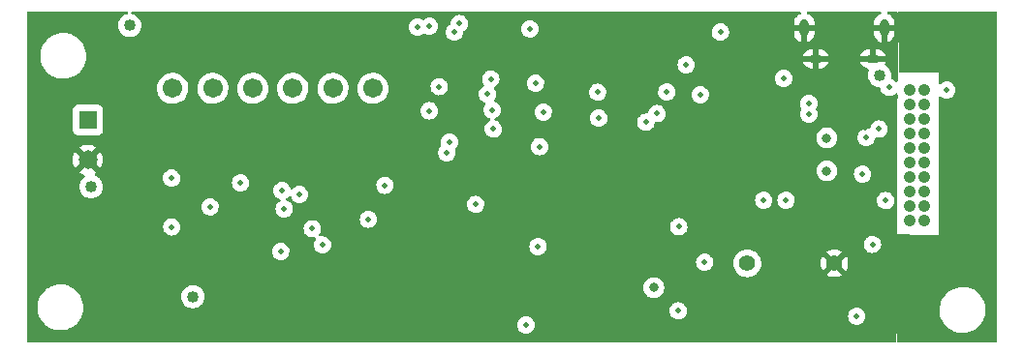
<source format=gbr>
%TF.GenerationSoftware,KiCad,Pcbnew,(6.0.10)*%
%TF.CreationDate,2023-02-02T13:34:45-07:00*%
%TF.ProjectId,Flight-Computer-Lite,466c6967-6874-42d4-936f-6d7075746572,rev?*%
%TF.SameCoordinates,Original*%
%TF.FileFunction,Copper,L2,Inr*%
%TF.FilePolarity,Positive*%
%FSLAX46Y46*%
G04 Gerber Fmt 4.6, Leading zero omitted, Abs format (unit mm)*
G04 Created by KiCad (PCBNEW (6.0.10)) date 2023-02-02 13:34:45*
%MOMM*%
%LPD*%
G01*
G04 APERTURE LIST*
%TA.AperFunction,ComponentPad*%
%ADD10C,1.066800*%
%TD*%
%TA.AperFunction,ComponentPad*%
%ADD11O,1.300000X0.650000*%
%TD*%
%TA.AperFunction,ComponentPad*%
%ADD12O,0.775000X1.550000*%
%TD*%
%TA.AperFunction,ComponentPad*%
%ADD13R,1.650000X1.650000*%
%TD*%
%TA.AperFunction,ComponentPad*%
%ADD14C,1.650000*%
%TD*%
%TA.AperFunction,ComponentPad*%
%ADD15C,1.701800*%
%TD*%
%TA.AperFunction,ComponentPad*%
%ADD16C,1.408000*%
%TD*%
%TA.AperFunction,ViaPad*%
%ADD17C,0.499999*%
%TD*%
%TA.AperFunction,ViaPad*%
%ADD18C,1.016000*%
%TD*%
%TA.AperFunction,ViaPad*%
%ADD19C,0.800000*%
%TD*%
G04 APERTURE END LIST*
D10*
%TO.N,3.3V*%
%TO.C,P2*%
X228436550Y-87757000D03*
X229706550Y-87757000D03*
%TO.N,Earth*%
X228436550Y-89027000D03*
X229706550Y-89027000D03*
X228436550Y-90297000D03*
X229706550Y-90297000D03*
%TO.N,SWDIO*%
X228436550Y-91567000D03*
%TO.N,Earth*%
X229706550Y-91567000D03*
%TO.N,SWCLK*%
X228436550Y-92837000D03*
%TO.N,Earth*%
X229706550Y-92837000D03*
%TO.N,unconnected-(P2-Pad11)*%
X228436550Y-94107000D03*
%TO.N,Earth*%
X229706550Y-94107000D03*
%TO.N,SWO*%
X228436550Y-95377000D03*
%TO.N,Earth*%
X229706550Y-95377000D03*
%TO.N,NRST*%
X228436550Y-96647000D03*
%TO.N,Earth*%
X229706550Y-96647000D03*
%TO.N,unconnected-(P2-Pad17)*%
X228436550Y-97917000D03*
%TO.N,Earth*%
X229706550Y-97917000D03*
%TO.N,unconnected-(P2-Pad19)*%
X228436550Y-99187000D03*
%TO.N,Earth*%
X229706550Y-99187000D03*
%TD*%
D11*
%TO.N,Earth*%
%TO.C,P3*%
X225232600Y-85034700D03*
D12*
X226232600Y-82334700D03*
X219232600Y-82334700D03*
D11*
X220232600Y-85034700D03*
%TD*%
D13*
%TO.N,/PIN_SCREW*%
%TO.C,P1*%
X156619600Y-90375800D03*
D14*
%TO.N,Earth*%
X156619600Y-93875800D03*
%TD*%
D15*
%TO.N,VIN*%
%TO.C,P4*%
X181546203Y-87615301D03*
%TO.N,VIN_SW*%
X178046200Y-87615301D03*
X174546199Y-87615301D03*
%TO.N,Net-(P4-Pad4)*%
X171046198Y-87615301D03*
%TO.N,VIN_SW*%
X167546198Y-87615301D03*
%TO.N,Net-(P4-Pad6)*%
X164046197Y-87615301D03*
%TD*%
D16*
%TO.N,BEEP*%
%TO.C,BZ1*%
X214259000Y-102920800D03*
%TO.N,Earth*%
X221859000Y-102920800D03*
%TD*%
D17*
%TO.N,NRST*%
X196113400Y-92710000D03*
D18*
%TO.N,Earth*%
X177050000Y-93050000D03*
X163200000Y-93025000D03*
D17*
X190437500Y-95487500D03*
X184361200Y-88460200D03*
X214274400Y-94919800D03*
X207323800Y-101434000D03*
X187650000Y-98950000D03*
X208028600Y-108663800D03*
D18*
X162306000Y-109270800D03*
D17*
X213944200Y-86512400D03*
X161500000Y-101076000D03*
X193916300Y-84823300D03*
X195121400Y-90676600D03*
X187358400Y-88460200D03*
D19*
X193294000Y-106781600D03*
X178257401Y-106400399D03*
D17*
X194912500Y-101537500D03*
X167812500Y-97262500D03*
X184861200Y-86512400D03*
X207594200Y-86436200D03*
X180979800Y-98120200D03*
X224586800Y-91084400D03*
%TO.N,3.3V*%
X188671200Y-82677000D03*
X194919600Y-108331000D03*
X187342400Y-87460200D03*
X185445400Y-82245200D03*
X190500000Y-97775000D03*
X192058800Y-91176600D03*
D19*
X206095600Y-105054400D03*
D17*
X208924200Y-85563400D03*
X211912200Y-82677000D03*
X231698800Y-87757000D03*
X182600000Y-96100000D03*
X195249800Y-82397600D03*
D18*
X165811200Y-105841800D03*
D17*
X217446800Y-86743600D03*
X223824800Y-107543600D03*
X208266400Y-99734000D03*
X195975000Y-101450000D03*
X176250000Y-99900000D03*
%TO.N,VIN*%
X167300000Y-97975000D03*
D18*
X156925000Y-96225000D03*
D17*
%TO.N,5V*%
X219633000Y-89866000D03*
X224332800Y-95123000D03*
D18*
X225806000Y-86461600D03*
X160274000Y-82118200D03*
D17*
%TO.N,DROGUE*%
X188000000Y-93250000D03*
X191950000Y-89500000D03*
%TO.N,MAIN*%
X191550000Y-88125000D03*
X188225000Y-92325000D03*
D19*
%TO.N,/Peripherals/D-*%
X221208600Y-94843600D03*
X221200600Y-91956000D03*
D17*
%TO.N,SWDIO*%
X225767900Y-91173300D03*
X226339400Y-97434400D03*
X207225000Y-87925000D03*
%TO.N,SWCLK*%
X206375000Y-89825000D03*
X224650241Y-91909959D03*
X225196400Y-101269800D03*
%TO.N,SWO*%
X201168000Y-87960200D03*
%TO.N,VIN_SW*%
X163950000Y-95475000D03*
%TO.N,Net-(P4-Pad4)*%
X173482000Y-101904800D03*
X169976800Y-95898200D03*
%TO.N,Net-(P4-Pad6)*%
X173800000Y-98175000D03*
%TO.N,USB_DETECT*%
X226644200Y-87528400D03*
X205384400Y-90576400D03*
%TO.N,FLASH_SCK*%
X210540600Y-102844600D03*
X208203800Y-107086400D03*
%TO.N,~{USB_RST}*%
X210146400Y-88176600D03*
X219633800Y-88925400D03*
%TO.N,VCOMP*%
X173600000Y-96575000D03*
X163962500Y-99737500D03*
%TO.N,~{SWITCH}*%
X201275000Y-90225000D03*
X177125000Y-101325000D03*
%TO.N,BP_SDA*%
X186486800Y-82169000D03*
X189103000Y-81940400D03*
%TO.N,~{MAIN_CONT}*%
X175133000Y-96908000D03*
X195750000Y-87175000D03*
%TO.N,~{DROGUE_CONT}*%
X181154799Y-99070201D03*
X196425000Y-89700000D03*
%TO.N,BP_INT*%
X186450000Y-89575000D03*
X191837500Y-86787500D03*
%TO.N,TX_USB*%
X217652600Y-97409000D03*
X215696800Y-97409000D03*
%TD*%
%TA.AperFunction,Conductor*%
%TO.N,Earth*%
G36*
X160094429Y-80894102D02*
G01*
X160140922Y-80947758D01*
X160151026Y-81018032D01*
X160121532Y-81082612D01*
X160061886Y-81120972D01*
X159891370Y-81171158D01*
X159714709Y-81263514D01*
X159709909Y-81267374D01*
X159709908Y-81267374D01*
X159704893Y-81271406D01*
X159559351Y-81388425D01*
X159431214Y-81541133D01*
X159335179Y-81715821D01*
X159333318Y-81721688D01*
X159333317Y-81721690D01*
X159318656Y-81767906D01*
X159274902Y-81905835D01*
X159252682Y-82103939D01*
X159269362Y-82302586D01*
X159324310Y-82494209D01*
X159339499Y-82523764D01*
X159409180Y-82659349D01*
X159415430Y-82671511D01*
X159539253Y-82827737D01*
X159691063Y-82956937D01*
X159696441Y-82959943D01*
X159696443Y-82959944D01*
X159769416Y-83000727D01*
X159865076Y-83054189D01*
X159870935Y-83056093D01*
X159870938Y-83056094D01*
X159906701Y-83067714D01*
X160054665Y-83115791D01*
X160060775Y-83116520D01*
X160060777Y-83116520D01*
X160128314Y-83124573D01*
X160252609Y-83139394D01*
X160258744Y-83138922D01*
X160258746Y-83138922D01*
X160445226Y-83124573D01*
X160445231Y-83124572D01*
X160451367Y-83124100D01*
X160457297Y-83122444D01*
X160457299Y-83122444D01*
X160604427Y-83081365D01*
X160643370Y-83070492D01*
X160648870Y-83067714D01*
X160815802Y-82983391D01*
X160815804Y-82983390D01*
X160821303Y-82980612D01*
X160967224Y-82866606D01*
X160973534Y-82861676D01*
X160978390Y-82857882D01*
X161003957Y-82828262D01*
X161104618Y-82711646D01*
X161104619Y-82711644D01*
X161108647Y-82706978D01*
X161127748Y-82673355D01*
X161152897Y-82629084D01*
X161207112Y-82533648D01*
X161270035Y-82344494D01*
X161277839Y-82282721D01*
X161283926Y-82234543D01*
X184682176Y-82234543D01*
X184698782Y-82403899D01*
X184752495Y-82565367D01*
X184756142Y-82571389D01*
X184756143Y-82571391D01*
X184791083Y-82629084D01*
X184840647Y-82710923D01*
X184845543Y-82715993D01*
X184879639Y-82751300D01*
X184958856Y-82833331D01*
X185101246Y-82926509D01*
X185260742Y-82985825D01*
X185267723Y-82986756D01*
X185267725Y-82986757D01*
X185313826Y-82992908D01*
X185429415Y-83008331D01*
X185436426Y-83007693D01*
X185436430Y-83007693D01*
X185591861Y-82993547D01*
X185598882Y-82992908D01*
X185605584Y-82990730D01*
X185605586Y-82990730D01*
X185754023Y-82942500D01*
X185754026Y-82942499D01*
X185760722Y-82940323D01*
X185857934Y-82882373D01*
X185900837Y-82856798D01*
X185900839Y-82856797D01*
X185906889Y-82853190D01*
X185923692Y-82837189D01*
X185932385Y-82828911D01*
X185995510Y-82796420D01*
X186066181Y-82803214D01*
X186088265Y-82814723D01*
X186142646Y-82850309D01*
X186302142Y-82909625D01*
X186309123Y-82910556D01*
X186309125Y-82910557D01*
X186355226Y-82916708D01*
X186470815Y-82932131D01*
X186477826Y-82931493D01*
X186477830Y-82931493D01*
X186633261Y-82917347D01*
X186640282Y-82916708D01*
X186646984Y-82914530D01*
X186646986Y-82914530D01*
X186795423Y-82866300D01*
X186795426Y-82866299D01*
X186802122Y-82864123D01*
X186915695Y-82796420D01*
X186942234Y-82780600D01*
X186942237Y-82780598D01*
X186948289Y-82776990D01*
X187064479Y-82666343D01*
X187907976Y-82666343D01*
X187924582Y-82835699D01*
X187926806Y-82842384D01*
X187926806Y-82842385D01*
X187935458Y-82868393D01*
X187978295Y-82997167D01*
X187981942Y-83003189D01*
X187981943Y-83003191D01*
X188021020Y-83067714D01*
X188066447Y-83142723D01*
X188071343Y-83147793D01*
X188090507Y-83167638D01*
X188184656Y-83265131D01*
X188327046Y-83358309D01*
X188486542Y-83417625D01*
X188493523Y-83418556D01*
X188493525Y-83418557D01*
X188539626Y-83424708D01*
X188655215Y-83440131D01*
X188662226Y-83439493D01*
X188662230Y-83439493D01*
X188817661Y-83425347D01*
X188824682Y-83424708D01*
X188831384Y-83422530D01*
X188831386Y-83422530D01*
X188979823Y-83374300D01*
X188979826Y-83374299D01*
X188986522Y-83372123D01*
X189092989Y-83308656D01*
X189126634Y-83288600D01*
X189126637Y-83288598D01*
X189132689Y-83284990D01*
X189255920Y-83167638D01*
X189261129Y-83159799D01*
X189314872Y-83078909D01*
X189350090Y-83025902D01*
X189352590Y-83019321D01*
X189408017Y-82873409D01*
X189408018Y-82873406D01*
X189410518Y-82866824D01*
X189434200Y-82698313D01*
X189434255Y-82694364D01*
X189434560Y-82690406D01*
X189435891Y-82690508D01*
X189455179Y-82628039D01*
X189495705Y-82589394D01*
X189558436Y-82551999D01*
X189558440Y-82551996D01*
X189564489Y-82548390D01*
X189569589Y-82543533D01*
X189569592Y-82543531D01*
X189627601Y-82488289D01*
X189687720Y-82431038D01*
X189698399Y-82414966D01*
X189717017Y-82386943D01*
X194486576Y-82386943D01*
X194503182Y-82556299D01*
X194505406Y-82562984D01*
X194505406Y-82562985D01*
X194508202Y-82571391D01*
X194556895Y-82717767D01*
X194560542Y-82723789D01*
X194560543Y-82723791D01*
X194586099Y-82765989D01*
X194645047Y-82863323D01*
X194649943Y-82868393D01*
X194669107Y-82888238D01*
X194763256Y-82985731D01*
X194905646Y-83078909D01*
X195065142Y-83138225D01*
X195072123Y-83139156D01*
X195072125Y-83139157D01*
X195118226Y-83145308D01*
X195233815Y-83160731D01*
X195240826Y-83160093D01*
X195240830Y-83160093D01*
X195396261Y-83145947D01*
X195403282Y-83145308D01*
X195409984Y-83143130D01*
X195409986Y-83143130D01*
X195558423Y-83094900D01*
X195558426Y-83094899D01*
X195565122Y-83092723D01*
X195667382Y-83031764D01*
X195705234Y-83009200D01*
X195705237Y-83009198D01*
X195711289Y-83005590D01*
X195834520Y-82888238D01*
X195844373Y-82873409D01*
X195906035Y-82780600D01*
X195928690Y-82746502D01*
X195937317Y-82723791D01*
X195959140Y-82666343D01*
X211148976Y-82666343D01*
X211165582Y-82835699D01*
X211167806Y-82842384D01*
X211167806Y-82842385D01*
X211176458Y-82868393D01*
X211219295Y-82997167D01*
X211222942Y-83003189D01*
X211222943Y-83003191D01*
X211262020Y-83067714D01*
X211307447Y-83142723D01*
X211312343Y-83147793D01*
X211331507Y-83167638D01*
X211425656Y-83265131D01*
X211568046Y-83358309D01*
X211727542Y-83417625D01*
X211734523Y-83418556D01*
X211734525Y-83418557D01*
X211780626Y-83424708D01*
X211896215Y-83440131D01*
X211903226Y-83439493D01*
X211903230Y-83439493D01*
X212058661Y-83425347D01*
X212065682Y-83424708D01*
X212072384Y-83422530D01*
X212072386Y-83422530D01*
X212220823Y-83374300D01*
X212220826Y-83374299D01*
X212227522Y-83372123D01*
X212333989Y-83308656D01*
X212367634Y-83288600D01*
X212367637Y-83288598D01*
X212373689Y-83284990D01*
X212496920Y-83167638D01*
X212502129Y-83159799D01*
X212555872Y-83078909D01*
X212591090Y-83025902D01*
X212593590Y-83019321D01*
X212649017Y-82873409D01*
X212649018Y-82873406D01*
X212651518Y-82866824D01*
X212665709Y-82765844D01*
X218337100Y-82765844D01*
X218337444Y-82772403D01*
X218351154Y-82902847D01*
X218353884Y-82915690D01*
X218407972Y-83082154D01*
X218413318Y-83094162D01*
X218500831Y-83245741D01*
X218508553Y-83256369D01*
X218625678Y-83386449D01*
X218635432Y-83395231D01*
X218777041Y-83498117D01*
X218788413Y-83504683D01*
X218948319Y-83575877D01*
X218960812Y-83579936D01*
X218960879Y-83579950D01*
X218974942Y-83578877D01*
X218978600Y-83568924D01*
X218978600Y-83565602D01*
X219486600Y-83565602D01*
X219490573Y-83579133D01*
X219501069Y-83580642D01*
X219504388Y-83579936D01*
X219516881Y-83575877D01*
X219676786Y-83504683D01*
X219688158Y-83498117D01*
X219829768Y-83395231D01*
X219839522Y-83386449D01*
X219956647Y-83256369D01*
X219964369Y-83245741D01*
X220051882Y-83094162D01*
X220057228Y-83082154D01*
X220111316Y-82915690D01*
X220114046Y-82902847D01*
X220127756Y-82772403D01*
X220128100Y-82765844D01*
X225337100Y-82765844D01*
X225337444Y-82772403D01*
X225351154Y-82902847D01*
X225353884Y-82915690D01*
X225407972Y-83082154D01*
X225413318Y-83094162D01*
X225500831Y-83245741D01*
X225508553Y-83256369D01*
X225625678Y-83386449D01*
X225635432Y-83395231D01*
X225777041Y-83498117D01*
X225788413Y-83504683D01*
X225948319Y-83575877D01*
X225960812Y-83579936D01*
X225960879Y-83579950D01*
X225974942Y-83578877D01*
X225978600Y-83568924D01*
X225978600Y-83565602D01*
X226486600Y-83565602D01*
X226490573Y-83579133D01*
X226501069Y-83580642D01*
X226504388Y-83579936D01*
X226516881Y-83575877D01*
X226676786Y-83504683D01*
X226688158Y-83498117D01*
X226829768Y-83395231D01*
X226839522Y-83386449D01*
X226956647Y-83256369D01*
X226964369Y-83245741D01*
X227051882Y-83094162D01*
X227057228Y-83082154D01*
X227111316Y-82915690D01*
X227114046Y-82902847D01*
X227127756Y-82772403D01*
X227128100Y-82765844D01*
X227128100Y-82606815D01*
X227123625Y-82591576D01*
X227122235Y-82590371D01*
X227114552Y-82588700D01*
X226504715Y-82588700D01*
X226489476Y-82593175D01*
X226488271Y-82594565D01*
X226486600Y-82602248D01*
X226486600Y-83565602D01*
X225978600Y-83565602D01*
X225978600Y-82606815D01*
X225974125Y-82591576D01*
X225972735Y-82590371D01*
X225965052Y-82588700D01*
X225355215Y-82588700D01*
X225339976Y-82593175D01*
X225338771Y-82594565D01*
X225337100Y-82602248D01*
X225337100Y-82765844D01*
X220128100Y-82765844D01*
X220128100Y-82606815D01*
X220123625Y-82591576D01*
X220122235Y-82590371D01*
X220114552Y-82588700D01*
X219504715Y-82588700D01*
X219489476Y-82593175D01*
X219488271Y-82594565D01*
X219486600Y-82602248D01*
X219486600Y-83565602D01*
X218978600Y-83565602D01*
X218978600Y-82606815D01*
X218974125Y-82591576D01*
X218972735Y-82590371D01*
X218965052Y-82588700D01*
X218355215Y-82588700D01*
X218339976Y-82593175D01*
X218338771Y-82594565D01*
X218337100Y-82602248D01*
X218337100Y-82765844D01*
X212665709Y-82765844D01*
X212675200Y-82698313D01*
X212675498Y-82677000D01*
X212665451Y-82587424D01*
X212657315Y-82514888D01*
X212657314Y-82514885D01*
X212656530Y-82507892D01*
X212600567Y-82347190D01*
X212594582Y-82337611D01*
X212514125Y-82208853D01*
X212510392Y-82202879D01*
X212438242Y-82130224D01*
X212395449Y-82087131D01*
X212395445Y-82087128D01*
X212390485Y-82082133D01*
X212246808Y-81990952D01*
X212086500Y-81933869D01*
X211917529Y-81913721D01*
X211910526Y-81914457D01*
X211910525Y-81914457D01*
X211755301Y-81930771D01*
X211755297Y-81930772D01*
X211748293Y-81931508D01*
X211741622Y-81933779D01*
X211593874Y-81984076D01*
X211593871Y-81984077D01*
X211587204Y-81986347D01*
X211581206Y-81990037D01*
X211581204Y-81990038D01*
X211514736Y-82030930D01*
X211442267Y-82075513D01*
X211437237Y-82080439D01*
X211437233Y-82080442D01*
X211381477Y-82135043D01*
X211320686Y-82194573D01*
X211228505Y-82337611D01*
X211226096Y-82344231D01*
X211226095Y-82344232D01*
X211208104Y-82393662D01*
X211170304Y-82497516D01*
X211148976Y-82666343D01*
X195959140Y-82666343D01*
X195986617Y-82594009D01*
X195986618Y-82594006D01*
X195989118Y-82587424D01*
X196012800Y-82418913D01*
X196013098Y-82397600D01*
X195994130Y-82228492D01*
X195938167Y-82067790D01*
X195932182Y-82058211D01*
X195851725Y-81929453D01*
X195847992Y-81923479D01*
X195788038Y-81863106D01*
X195733049Y-81807731D01*
X195733045Y-81807728D01*
X195728085Y-81802733D01*
X195584408Y-81711552D01*
X195424100Y-81654469D01*
X195255129Y-81634321D01*
X195248126Y-81635057D01*
X195248125Y-81635057D01*
X195092901Y-81651371D01*
X195092897Y-81651372D01*
X195085893Y-81652108D01*
X195079222Y-81654379D01*
X194931474Y-81704676D01*
X194931471Y-81704677D01*
X194924804Y-81706947D01*
X194918806Y-81710637D01*
X194918804Y-81710638D01*
X194897855Y-81723526D01*
X194779867Y-81796113D01*
X194774836Y-81801040D01*
X194774833Y-81801042D01*
X194741980Y-81833214D01*
X194658286Y-81915173D01*
X194566105Y-82058211D01*
X194563696Y-82064831D01*
X194563695Y-82064832D01*
X194516600Y-82194223D01*
X194507904Y-82218116D01*
X194486576Y-82386943D01*
X189717017Y-82386943D01*
X189777995Y-82295164D01*
X189781890Y-82289302D01*
X189784390Y-82282721D01*
X189839817Y-82136809D01*
X189839818Y-82136806D01*
X189842318Y-82130224D01*
X189866000Y-81961713D01*
X189866298Y-81940400D01*
X189854946Y-81839190D01*
X189848115Y-81778288D01*
X189848114Y-81778285D01*
X189847330Y-81771292D01*
X189791367Y-81610590D01*
X189785382Y-81601011D01*
X189704925Y-81472253D01*
X189701192Y-81466279D01*
X189633858Y-81398474D01*
X189586249Y-81350531D01*
X189586245Y-81350528D01*
X189581285Y-81345533D01*
X189437608Y-81254352D01*
X189277300Y-81197269D01*
X189108329Y-81177121D01*
X189101326Y-81177857D01*
X189101325Y-81177857D01*
X188946101Y-81194171D01*
X188946097Y-81194172D01*
X188939093Y-81194908D01*
X188932422Y-81197179D01*
X188784674Y-81247476D01*
X188784671Y-81247477D01*
X188778004Y-81249747D01*
X188772006Y-81253437D01*
X188772004Y-81253438D01*
X188736411Y-81275335D01*
X188633067Y-81338913D01*
X188628036Y-81343840D01*
X188628033Y-81343842D01*
X188586447Y-81384566D01*
X188511486Y-81457973D01*
X188419305Y-81601011D01*
X188416896Y-81607631D01*
X188416895Y-81607632D01*
X188398987Y-81656834D01*
X188361104Y-81760916D01*
X188339776Y-81929743D01*
X188338073Y-81929528D01*
X188319731Y-81988912D01*
X188280718Y-82026634D01*
X188207267Y-82071822D01*
X188201267Y-82075513D01*
X188079686Y-82194573D01*
X187987505Y-82337611D01*
X187985096Y-82344231D01*
X187985095Y-82344232D01*
X187967104Y-82393662D01*
X187929304Y-82497516D01*
X187907976Y-82666343D01*
X187064479Y-82666343D01*
X187071520Y-82659638D01*
X187165690Y-82517902D01*
X187168190Y-82511321D01*
X187223617Y-82365409D01*
X187223618Y-82365406D01*
X187226118Y-82358824D01*
X187249800Y-82190313D01*
X187250098Y-82169000D01*
X187238162Y-82062585D01*
X187231915Y-82006888D01*
X187231914Y-82006885D01*
X187231130Y-81999892D01*
X187175167Y-81839190D01*
X187155510Y-81807731D01*
X187088725Y-81700853D01*
X187084992Y-81694879D01*
X187024855Y-81634321D01*
X186970049Y-81579131D01*
X186970045Y-81579128D01*
X186965085Y-81574133D01*
X186821408Y-81482952D01*
X186661100Y-81425869D01*
X186492129Y-81405721D01*
X186485126Y-81406457D01*
X186485125Y-81406457D01*
X186329901Y-81422771D01*
X186329897Y-81422772D01*
X186322893Y-81423508D01*
X186316222Y-81425779D01*
X186168474Y-81476076D01*
X186168471Y-81476077D01*
X186161804Y-81478347D01*
X186155806Y-81482037D01*
X186155804Y-81482038D01*
X186119400Y-81504434D01*
X186016867Y-81567513D01*
X186011835Y-81572441D01*
X186011832Y-81572443D01*
X186000258Y-81583777D01*
X185937593Y-81617146D01*
X185866834Y-81611338D01*
X185844588Y-81600136D01*
X185785960Y-81562929D01*
X185785958Y-81562928D01*
X185780008Y-81559152D01*
X185619700Y-81502069D01*
X185450729Y-81481921D01*
X185443726Y-81482657D01*
X185443725Y-81482657D01*
X185288501Y-81498971D01*
X185288497Y-81498972D01*
X185281493Y-81499708D01*
X185274822Y-81501979D01*
X185127074Y-81552276D01*
X185127071Y-81552277D01*
X185120404Y-81554547D01*
X185114406Y-81558237D01*
X185114404Y-81558238D01*
X185088567Y-81574133D01*
X184975467Y-81643713D01*
X184970436Y-81648640D01*
X184970433Y-81648642D01*
X184964575Y-81654379D01*
X184853886Y-81762773D01*
X184761705Y-81905811D01*
X184759296Y-81912431D01*
X184759295Y-81912432D01*
X184705913Y-82059097D01*
X184703504Y-82065716D01*
X184682176Y-82234543D01*
X161283926Y-82234543D01*
X161294578Y-82150223D01*
X161294579Y-82150213D01*
X161295020Y-82146720D01*
X161295418Y-82118200D01*
X161275965Y-81919806D01*
X161274184Y-81913907D01*
X161274183Y-81913902D01*
X161220129Y-81734867D01*
X161218348Y-81728968D01*
X161155803Y-81611338D01*
X161127655Y-81558398D01*
X161127653Y-81558395D01*
X161124761Y-81552956D01*
X161120871Y-81548186D01*
X161120868Y-81548182D01*
X161002663Y-81403249D01*
X161002660Y-81403246D01*
X160998768Y-81398474D01*
X160845170Y-81271406D01*
X160669815Y-81176592D01*
X160488498Y-81120465D01*
X160429338Y-81081214D01*
X160400791Y-81016209D01*
X160411920Y-80946090D01*
X160459191Y-80893119D01*
X160525757Y-80874100D01*
X218848366Y-80874100D01*
X218916487Y-80894102D01*
X218962980Y-80947758D01*
X218973084Y-81018032D01*
X218943590Y-81082612D01*
X218899615Y-81115207D01*
X218788414Y-81164717D01*
X218777042Y-81171283D01*
X218635432Y-81274169D01*
X218625678Y-81282951D01*
X218508553Y-81413031D01*
X218500831Y-81423659D01*
X218413318Y-81575238D01*
X218407972Y-81587246D01*
X218353884Y-81753710D01*
X218351154Y-81766553D01*
X218337444Y-81896997D01*
X218337100Y-81903556D01*
X218337100Y-82062585D01*
X218341575Y-82077824D01*
X218342965Y-82079029D01*
X218350648Y-82080700D01*
X220109985Y-82080700D01*
X220125224Y-82076225D01*
X220126429Y-82074835D01*
X220128100Y-82067152D01*
X220128100Y-81903556D01*
X220127756Y-81896997D01*
X220114046Y-81766553D01*
X220111316Y-81753710D01*
X220057228Y-81587246D01*
X220051882Y-81575238D01*
X219964369Y-81423659D01*
X219956647Y-81413031D01*
X219839522Y-81282951D01*
X219829768Y-81274169D01*
X219688159Y-81171283D01*
X219676787Y-81164717D01*
X219565585Y-81115207D01*
X219511489Y-81069227D01*
X219490840Y-81001300D01*
X219510192Y-80932991D01*
X219563403Y-80885990D01*
X219616834Y-80874100D01*
X225848366Y-80874100D01*
X225916487Y-80894102D01*
X225962980Y-80947758D01*
X225973084Y-81018032D01*
X225943590Y-81082612D01*
X225899615Y-81115207D01*
X225788414Y-81164717D01*
X225777042Y-81171283D01*
X225635432Y-81274169D01*
X225625678Y-81282951D01*
X225508553Y-81413031D01*
X225500831Y-81423659D01*
X225413318Y-81575238D01*
X225407972Y-81587246D01*
X225353884Y-81753710D01*
X225351154Y-81766553D01*
X225337444Y-81896997D01*
X225337100Y-81903556D01*
X225337100Y-82062585D01*
X225341575Y-82077824D01*
X225342965Y-82079029D01*
X225350648Y-82080700D01*
X227109985Y-82080700D01*
X227125224Y-82076225D01*
X227126429Y-82074835D01*
X227128100Y-82067152D01*
X227128100Y-81903556D01*
X227127756Y-81896997D01*
X227114046Y-81766553D01*
X227111316Y-81753710D01*
X227057228Y-81587246D01*
X227051882Y-81575238D01*
X226964369Y-81423659D01*
X226956647Y-81413031D01*
X226839522Y-81282951D01*
X226829768Y-81274169D01*
X226688159Y-81171283D01*
X226676787Y-81164717D01*
X226565585Y-81115207D01*
X226511489Y-81069227D01*
X226490840Y-81001300D01*
X226510192Y-80932991D01*
X226563403Y-80885990D01*
X226616834Y-80874100D01*
X227302611Y-80874100D01*
X227370732Y-80894102D01*
X227417225Y-80947758D01*
X227428610Y-81000628D01*
X227419221Y-83233260D01*
X227403752Y-86911602D01*
X227383464Y-86979638D01*
X227329613Y-87025905D01*
X227259297Y-87035713D01*
X227194841Y-87005949D01*
X227188347Y-86999856D01*
X227127449Y-86938531D01*
X227127445Y-86938528D01*
X227122485Y-86933533D01*
X226978808Y-86842352D01*
X226886408Y-86809450D01*
X226828944Y-86767756D01*
X226803144Y-86701613D01*
X226803669Y-86674959D01*
X226826578Y-86493623D01*
X226826579Y-86493613D01*
X226827020Y-86490120D01*
X226827418Y-86461600D01*
X226807965Y-86263206D01*
X226802381Y-86244709D01*
X226752129Y-86078267D01*
X226750348Y-86072368D01*
X226701406Y-85980321D01*
X226659655Y-85901798D01*
X226659653Y-85901795D01*
X226656761Y-85896356D01*
X226652871Y-85891586D01*
X226652868Y-85891582D01*
X226534663Y-85746649D01*
X226534660Y-85746646D01*
X226530768Y-85741874D01*
X226486967Y-85705638D01*
X226381919Y-85618735D01*
X226377170Y-85614806D01*
X226347538Y-85598784D01*
X226297129Y-85548791D01*
X226281751Y-85479479D01*
X226296215Y-85428793D01*
X226299969Y-85421733D01*
X226346450Y-85305521D01*
X226347786Y-85291481D01*
X226342965Y-85288700D01*
X224131644Y-85288700D01*
X224118113Y-85292673D01*
X224116916Y-85300998D01*
X224126718Y-85336581D01*
X224131710Y-85349190D01*
X224209754Y-85497213D01*
X224217347Y-85508471D01*
X224325355Y-85636279D01*
X224335181Y-85645637D01*
X224468116Y-85747274D01*
X224479725Y-85754305D01*
X224631393Y-85825029D01*
X224644229Y-85829399D01*
X224791524Y-85862323D01*
X224853641Y-85896703D01*
X224887310Y-85959209D01*
X224881840Y-86029994D01*
X224874454Y-86045987D01*
X224870628Y-86052947D01*
X224867179Y-86059221D01*
X224865318Y-86065088D01*
X224865317Y-86065090D01*
X224851043Y-86110087D01*
X224806902Y-86249235D01*
X224784682Y-86447339D01*
X224801362Y-86645986D01*
X224825226Y-86729207D01*
X224848053Y-86808813D01*
X224856310Y-86837609D01*
X224859125Y-86843086D01*
X224944387Y-87008989D01*
X224947430Y-87014911D01*
X225071253Y-87171137D01*
X225223063Y-87300337D01*
X225228441Y-87303343D01*
X225228443Y-87303344D01*
X225285320Y-87335131D01*
X225397076Y-87397589D01*
X225402935Y-87399493D01*
X225402938Y-87399494D01*
X225448060Y-87414155D01*
X225586665Y-87459191D01*
X225592777Y-87459920D01*
X225592778Y-87459920D01*
X225625581Y-87463831D01*
X225778055Y-87482013D01*
X225843328Y-87509939D01*
X225883141Y-87568722D01*
X225888535Y-87594829D01*
X225897582Y-87687099D01*
X225899806Y-87693784D01*
X225899806Y-87693785D01*
X225902698Y-87702479D01*
X225951295Y-87848567D01*
X225954942Y-87854589D01*
X225954943Y-87854591D01*
X226010298Y-87945993D01*
X226039447Y-87994123D01*
X226044343Y-87999193D01*
X226052357Y-88007492D01*
X226157656Y-88116531D01*
X226300046Y-88209709D01*
X226459542Y-88269025D01*
X226466523Y-88269956D01*
X226466525Y-88269957D01*
X226512626Y-88276108D01*
X226628215Y-88291531D01*
X226635226Y-88290893D01*
X226635230Y-88290893D01*
X226790661Y-88276747D01*
X226797682Y-88276108D01*
X226804384Y-88273930D01*
X226804386Y-88273930D01*
X226952823Y-88225700D01*
X226952826Y-88225699D01*
X226959522Y-88223523D01*
X227044842Y-88172662D01*
X227099634Y-88140000D01*
X227099637Y-88139998D01*
X227105689Y-88136390D01*
X227185646Y-88060247D01*
X227248768Y-88027756D01*
X227319439Y-88034549D01*
X227375219Y-88078471D01*
X227398535Y-88152024D01*
X227395130Y-88962029D01*
X227394346Y-88975544D01*
X227390900Y-89006265D01*
X227390729Y-89018532D01*
X227394230Y-89060222D01*
X227394671Y-89071284D01*
X227312983Y-108496385D01*
X227307693Y-109754430D01*
X227287405Y-109822466D01*
X227233554Y-109868733D01*
X227181694Y-109879900D01*
X151459700Y-109879900D01*
X151391579Y-109859898D01*
X151345086Y-109806242D01*
X151333700Y-109753900D01*
X151333700Y-106711333D01*
X152216622Y-106711333D01*
X152216775Y-106715721D01*
X152216775Y-106715727D01*
X152225087Y-106953731D01*
X152226425Y-106992058D01*
X152227187Y-106996381D01*
X152227188Y-106996388D01*
X152250964Y-107131224D01*
X152275202Y-107268687D01*
X152362003Y-107535835D01*
X152363931Y-107539788D01*
X152363933Y-107539793D01*
X152412977Y-107640347D01*
X152485140Y-107788302D01*
X152487595Y-107791941D01*
X152487598Y-107791947D01*
X152540105Y-107869791D01*
X152642215Y-108021176D01*
X152830171Y-108229922D01*
X152833533Y-108232743D01*
X152833534Y-108232744D01*
X152843254Y-108240900D01*
X153045350Y-108410479D01*
X153283564Y-108559331D01*
X153540175Y-108673582D01*
X153810190Y-108751007D01*
X153814540Y-108751618D01*
X153814543Y-108751619D01*
X153917490Y-108766087D01*
X154088352Y-108790100D01*
X154298946Y-108790100D01*
X154301132Y-108789947D01*
X154301136Y-108789947D01*
X154504627Y-108775718D01*
X154504632Y-108775717D01*
X154509012Y-108775411D01*
X154783770Y-108717009D01*
X154787899Y-108715506D01*
X154787903Y-108715505D01*
X155043581Y-108622446D01*
X155043585Y-108622444D01*
X155047726Y-108620937D01*
X155295742Y-108489064D01*
X155400696Y-108412811D01*
X155519429Y-108326547D01*
X155519432Y-108326544D01*
X155522992Y-108323958D01*
X155526736Y-108320343D01*
X194156376Y-108320343D01*
X194172982Y-108489699D01*
X194226695Y-108651167D01*
X194230342Y-108657189D01*
X194230343Y-108657191D01*
X194266570Y-108717009D01*
X194314847Y-108796723D01*
X194319743Y-108801793D01*
X194338907Y-108821638D01*
X194433056Y-108919131D01*
X194575446Y-109012309D01*
X194734942Y-109071625D01*
X194741923Y-109072556D01*
X194741925Y-109072557D01*
X194788026Y-109078708D01*
X194903615Y-109094131D01*
X194910626Y-109093493D01*
X194910630Y-109093493D01*
X195066061Y-109079347D01*
X195073082Y-109078708D01*
X195079784Y-109076530D01*
X195079786Y-109076530D01*
X195228223Y-109028300D01*
X195228226Y-109028299D01*
X195234922Y-109026123D01*
X195306667Y-108983354D01*
X195375034Y-108942600D01*
X195375037Y-108942598D01*
X195381089Y-108938990D01*
X195504320Y-108821638D01*
X195534830Y-108775718D01*
X195594595Y-108685764D01*
X195598490Y-108679902D01*
X195607117Y-108657191D01*
X195656417Y-108527409D01*
X195656418Y-108527406D01*
X195658918Y-108520824D01*
X195682600Y-108352313D01*
X195682898Y-108331000D01*
X195663930Y-108161892D01*
X195607967Y-108001190D01*
X195601982Y-107991611D01*
X195521525Y-107862853D01*
X195517792Y-107856879D01*
X195445767Y-107784350D01*
X195402849Y-107741131D01*
X195402845Y-107741128D01*
X195397885Y-107736133D01*
X195254208Y-107644952D01*
X195093900Y-107587869D01*
X194924929Y-107567721D01*
X194917926Y-107568457D01*
X194917925Y-107568457D01*
X194762701Y-107584771D01*
X194762697Y-107584772D01*
X194755693Y-107585508D01*
X194749022Y-107587779D01*
X194601274Y-107638076D01*
X194601271Y-107638077D01*
X194594604Y-107640347D01*
X194588606Y-107644037D01*
X194588604Y-107644038D01*
X194549604Y-107668031D01*
X194449667Y-107729513D01*
X194444636Y-107734440D01*
X194444633Y-107734442D01*
X194414604Y-107763849D01*
X194328086Y-107848573D01*
X194235905Y-107991611D01*
X194233496Y-107998231D01*
X194233495Y-107998232D01*
X194186750Y-108126662D01*
X194177704Y-108151516D01*
X194156376Y-108320343D01*
X155526736Y-108320343D01*
X155629557Y-108221049D01*
X155725052Y-108128831D01*
X155897988Y-107907482D01*
X155900184Y-107903678D01*
X155900189Y-107903671D01*
X156016450Y-107702299D01*
X156038436Y-107664219D01*
X156143662Y-107403776D01*
X156151808Y-107371106D01*
X156210553Y-107135493D01*
X156210554Y-107135488D01*
X156211617Y-107131224D01*
X156216712Y-107082755D01*
X156217449Y-107075743D01*
X207440576Y-107075743D01*
X207457182Y-107245099D01*
X207459406Y-107251784D01*
X207459406Y-107251785D01*
X207465029Y-107268687D01*
X207510895Y-107406567D01*
X207514542Y-107412589D01*
X207514543Y-107412591D01*
X207531848Y-107441164D01*
X207599047Y-107552123D01*
X207603943Y-107557193D01*
X207623107Y-107577038D01*
X207717256Y-107674531D01*
X207859646Y-107767709D01*
X208019142Y-107827025D01*
X208026123Y-107827956D01*
X208026125Y-107827957D01*
X208072226Y-107834108D01*
X208187815Y-107849531D01*
X208194826Y-107848893D01*
X208194830Y-107848893D01*
X208350261Y-107834747D01*
X208357282Y-107834108D01*
X208363984Y-107831930D01*
X208363986Y-107831930D01*
X208512423Y-107783700D01*
X208512426Y-107783699D01*
X208519122Y-107781523D01*
X208590867Y-107738754D01*
X208659234Y-107698000D01*
X208659237Y-107697998D01*
X208665289Y-107694390D01*
X208788520Y-107577038D01*
X208794222Y-107568457D01*
X208817817Y-107532943D01*
X223061576Y-107532943D01*
X223078182Y-107702299D01*
X223080406Y-107708984D01*
X223080406Y-107708985D01*
X223089437Y-107736133D01*
X223131895Y-107863767D01*
X223135542Y-107869789D01*
X223135543Y-107869791D01*
X223152848Y-107898364D01*
X223220047Y-108009323D01*
X223224943Y-108014393D01*
X223244107Y-108034238D01*
X223338256Y-108131731D01*
X223480646Y-108224909D01*
X223640142Y-108284225D01*
X223647123Y-108285156D01*
X223647125Y-108285157D01*
X223693226Y-108291308D01*
X223808815Y-108306731D01*
X223815826Y-108306093D01*
X223815830Y-108306093D01*
X223971261Y-108291947D01*
X223978282Y-108291308D01*
X223984984Y-108289130D01*
X223984986Y-108289130D01*
X224133423Y-108240900D01*
X224133426Y-108240899D01*
X224140122Y-108238723D01*
X224211867Y-108195954D01*
X224280234Y-108155200D01*
X224280237Y-108155198D01*
X224286289Y-108151590D01*
X224409520Y-108034238D01*
X224418199Y-108021176D01*
X224499795Y-107898364D01*
X224503690Y-107892502D01*
X224512317Y-107869791D01*
X224561617Y-107740009D01*
X224561618Y-107740006D01*
X224564118Y-107733424D01*
X224587800Y-107564913D01*
X224588098Y-107543600D01*
X224575213Y-107428721D01*
X224569915Y-107381488D01*
X224569914Y-107381485D01*
X224569130Y-107374492D01*
X224513167Y-107213790D01*
X224507182Y-107204211D01*
X224426725Y-107075453D01*
X224422992Y-107069479D01*
X224341743Y-106987661D01*
X224308049Y-106953731D01*
X224308045Y-106953728D01*
X224303085Y-106948733D01*
X224159408Y-106857552D01*
X223999100Y-106800469D01*
X223830129Y-106780321D01*
X223823126Y-106781057D01*
X223823125Y-106781057D01*
X223667901Y-106797371D01*
X223667897Y-106797372D01*
X223660893Y-106798108D01*
X223654222Y-106800379D01*
X223506474Y-106850676D01*
X223506471Y-106850677D01*
X223499804Y-106852947D01*
X223493806Y-106856637D01*
X223493804Y-106856638D01*
X223486179Y-106861329D01*
X223354867Y-106942113D01*
X223349836Y-106947040D01*
X223349833Y-106947042D01*
X223303864Y-106992058D01*
X223233286Y-107061173D01*
X223141105Y-107204211D01*
X223138696Y-107210831D01*
X223138695Y-107210832D01*
X223085313Y-107357497D01*
X223082904Y-107364116D01*
X223061576Y-107532943D01*
X208817817Y-107532943D01*
X208878795Y-107441164D01*
X208882690Y-107435302D01*
X208893115Y-107407859D01*
X208940617Y-107282809D01*
X208940618Y-107282806D01*
X208943118Y-107276224D01*
X208966800Y-107107713D01*
X208967098Y-107086400D01*
X208948130Y-106917292D01*
X208892167Y-106756590D01*
X208886182Y-106747011D01*
X208805725Y-106618253D01*
X208801992Y-106612279D01*
X208736676Y-106546506D01*
X208687049Y-106496531D01*
X208687045Y-106496528D01*
X208682085Y-106491533D01*
X208538408Y-106400352D01*
X208378100Y-106343269D01*
X208209129Y-106323121D01*
X208202126Y-106323857D01*
X208202125Y-106323857D01*
X208046901Y-106340171D01*
X208046897Y-106340172D01*
X208039893Y-106340908D01*
X208033222Y-106343179D01*
X207885474Y-106393476D01*
X207885471Y-106393477D01*
X207878804Y-106395747D01*
X207872806Y-106399437D01*
X207872804Y-106399438D01*
X207806336Y-106440330D01*
X207733867Y-106484913D01*
X207728836Y-106489840D01*
X207728833Y-106489842D01*
X207673076Y-106544443D01*
X207612286Y-106603973D01*
X207520105Y-106747011D01*
X207517696Y-106753631D01*
X207517695Y-106753632D01*
X207483457Y-106847700D01*
X207461904Y-106906916D01*
X207440576Y-107075743D01*
X156217449Y-107075743D01*
X156240519Y-106856236D01*
X156240519Y-106856233D01*
X156240978Y-106851867D01*
X156240568Y-106840120D01*
X156231329Y-106575539D01*
X156231328Y-106575533D01*
X156231175Y-106571142D01*
X156228388Y-106555332D01*
X156183160Y-106298836D01*
X156182398Y-106294513D01*
X156095597Y-106027365D01*
X155998135Y-105827539D01*
X164789882Y-105827539D01*
X164806562Y-106026186D01*
X164861510Y-106217809D01*
X164864325Y-106223286D01*
X164927203Y-106345634D01*
X164952630Y-106395111D01*
X165076453Y-106551337D01*
X165228263Y-106680537D01*
X165233641Y-106683543D01*
X165233643Y-106683544D01*
X165275549Y-106706964D01*
X165402276Y-106777789D01*
X165408135Y-106779693D01*
X165408138Y-106779694D01*
X165412635Y-106781155D01*
X165591865Y-106839391D01*
X165597975Y-106840120D01*
X165597977Y-106840120D01*
X165665514Y-106848173D01*
X165789809Y-106862994D01*
X165795944Y-106862522D01*
X165795946Y-106862522D01*
X165982426Y-106848173D01*
X165982431Y-106848172D01*
X165988567Y-106847700D01*
X165994497Y-106846044D01*
X165994499Y-106846044D01*
X166084569Y-106820896D01*
X166180570Y-106794092D01*
X166186070Y-106791314D01*
X166353002Y-106706991D01*
X166353004Y-106706990D01*
X166358503Y-106704212D01*
X166515590Y-106581482D01*
X166538162Y-106555332D01*
X166641818Y-106435246D01*
X166641819Y-106435244D01*
X166645847Y-106430578D01*
X166744312Y-106257248D01*
X166807235Y-106068094D01*
X166825367Y-105924566D01*
X166831778Y-105873823D01*
X166831779Y-105873813D01*
X166832220Y-105870320D01*
X166832618Y-105841800D01*
X166813165Y-105643406D01*
X166811384Y-105637507D01*
X166811383Y-105637502D01*
X166757329Y-105458467D01*
X166755548Y-105452568D01*
X166661961Y-105276556D01*
X166658071Y-105271786D01*
X166658068Y-105271782D01*
X166539863Y-105126849D01*
X166539860Y-105126846D01*
X166535968Y-105122074D01*
X166454165Y-105054400D01*
X205182096Y-105054400D01*
X205182786Y-105060965D01*
X205188649Y-105116744D01*
X205202058Y-105244328D01*
X205261073Y-105425956D01*
X205264376Y-105431678D01*
X205264377Y-105431679D01*
X205276437Y-105452568D01*
X205356560Y-105591344D01*
X205360978Y-105596251D01*
X205360979Y-105596252D01*
X205417954Y-105659529D01*
X205484347Y-105733266D01*
X205547088Y-105778850D01*
X205622559Y-105833683D01*
X205638848Y-105845518D01*
X205644876Y-105848202D01*
X205644878Y-105848203D01*
X205758928Y-105898981D01*
X205813312Y-105923194D01*
X205906713Y-105943047D01*
X205993656Y-105961528D01*
X205993661Y-105961528D01*
X206000113Y-105962900D01*
X206191087Y-105962900D01*
X206197539Y-105961528D01*
X206197544Y-105961528D01*
X206284488Y-105943047D01*
X206377888Y-105923194D01*
X206432272Y-105898981D01*
X206546322Y-105848203D01*
X206546324Y-105848202D01*
X206552352Y-105845518D01*
X206568642Y-105833683D01*
X206644112Y-105778850D01*
X206706853Y-105733266D01*
X206773246Y-105659529D01*
X206830221Y-105596252D01*
X206830222Y-105596251D01*
X206834640Y-105591344D01*
X206914763Y-105452568D01*
X206926823Y-105431679D01*
X206926824Y-105431678D01*
X206930127Y-105425956D01*
X206989142Y-105244328D01*
X207002552Y-105116744D01*
X207008414Y-105060965D01*
X207009104Y-105054400D01*
X207003605Y-105002084D01*
X206989832Y-104871035D01*
X206989832Y-104871033D01*
X206989142Y-104864472D01*
X206930127Y-104682844D01*
X206834640Y-104517456D01*
X206706853Y-104375534D01*
X206552352Y-104263282D01*
X206546324Y-104260598D01*
X206546322Y-104260597D01*
X206383919Y-104188291D01*
X206383918Y-104188291D01*
X206377888Y-104185606D01*
X206284488Y-104165753D01*
X206197544Y-104147272D01*
X206197539Y-104147272D01*
X206191087Y-104145900D01*
X206000113Y-104145900D01*
X205993661Y-104147272D01*
X205993656Y-104147272D01*
X205906713Y-104165753D01*
X205813312Y-104185606D01*
X205807282Y-104188291D01*
X205807281Y-104188291D01*
X205644878Y-104260597D01*
X205644876Y-104260598D01*
X205638848Y-104263282D01*
X205484347Y-104375534D01*
X205356560Y-104517456D01*
X205261073Y-104682844D01*
X205202058Y-104864472D01*
X205201368Y-104871033D01*
X205201368Y-104871035D01*
X205187595Y-105002084D01*
X205182096Y-105054400D01*
X166454165Y-105054400D01*
X166382370Y-104995006D01*
X166207015Y-104900192D01*
X166016585Y-104841244D01*
X166010460Y-104840600D01*
X166010459Y-104840600D01*
X165824460Y-104821051D01*
X165824458Y-104821051D01*
X165818331Y-104820407D01*
X165695452Y-104831590D01*
X165625946Y-104837915D01*
X165625945Y-104837915D01*
X165619805Y-104838474D01*
X165613891Y-104840215D01*
X165613889Y-104840215D01*
X165531472Y-104864472D01*
X165428570Y-104894758D01*
X165251909Y-104987114D01*
X165247109Y-104990974D01*
X165247108Y-104990974D01*
X165242093Y-104995006D01*
X165096551Y-105112025D01*
X164968414Y-105264733D01*
X164872379Y-105439421D01*
X164812102Y-105629435D01*
X164789882Y-105827539D01*
X155998135Y-105827539D01*
X155972460Y-105774898D01*
X155970005Y-105771259D01*
X155970002Y-105771253D01*
X155883768Y-105643406D01*
X155815385Y-105542024D01*
X155627429Y-105333278D01*
X155412250Y-105152721D01*
X155174036Y-105003869D01*
X154994176Y-104923790D01*
X154921439Y-104891405D01*
X154921437Y-104891404D01*
X154917425Y-104889618D01*
X154647410Y-104812193D01*
X154643060Y-104811582D01*
X154643057Y-104811581D01*
X154540110Y-104797113D01*
X154369248Y-104773100D01*
X154158654Y-104773100D01*
X154156468Y-104773253D01*
X154156464Y-104773253D01*
X153952973Y-104787482D01*
X153952968Y-104787483D01*
X153948588Y-104787789D01*
X153673830Y-104846191D01*
X153669701Y-104847694D01*
X153669697Y-104847695D01*
X153414019Y-104940754D01*
X153414015Y-104940756D01*
X153409874Y-104942263D01*
X153161858Y-105074136D01*
X153158299Y-105076722D01*
X153158297Y-105076723D01*
X153053695Y-105152721D01*
X152934608Y-105239242D01*
X152931444Y-105242298D01*
X152931441Y-105242300D01*
X152900912Y-105271782D01*
X152732548Y-105434369D01*
X152648439Y-105542024D01*
X152575367Y-105635553D01*
X152559612Y-105655718D01*
X152557416Y-105659522D01*
X152557411Y-105659529D01*
X152463947Y-105821414D01*
X152419164Y-105898981D01*
X152313938Y-106159424D01*
X152312873Y-106163697D01*
X152312872Y-106163699D01*
X152253868Y-106400352D01*
X152245983Y-106431976D01*
X152245524Y-106436344D01*
X152245523Y-106436349D01*
X152217769Y-106700416D01*
X152216622Y-106711333D01*
X151333700Y-106711333D01*
X151333700Y-102833943D01*
X209777376Y-102833943D01*
X209793982Y-103003299D01*
X209847695Y-103164767D01*
X209851342Y-103170789D01*
X209851343Y-103170791D01*
X209868648Y-103199364D01*
X209935847Y-103310323D01*
X209940743Y-103315393D01*
X209956395Y-103331601D01*
X210054056Y-103432731D01*
X210196446Y-103525909D01*
X210355942Y-103585225D01*
X210362923Y-103586156D01*
X210362925Y-103586157D01*
X210409026Y-103592308D01*
X210524615Y-103607731D01*
X210531626Y-103607093D01*
X210531630Y-103607093D01*
X210687061Y-103592947D01*
X210694082Y-103592308D01*
X210700784Y-103590130D01*
X210700786Y-103590130D01*
X210849223Y-103541900D01*
X210849226Y-103541899D01*
X210855922Y-103539723D01*
X210927667Y-103496954D01*
X210996034Y-103456200D01*
X210996037Y-103456198D01*
X211002089Y-103452590D01*
X211125320Y-103335238D01*
X211219490Y-103193502D01*
X211228117Y-103170791D01*
X211277417Y-103041009D01*
X211277418Y-103041006D01*
X211279918Y-103034424D01*
X211295886Y-102920800D01*
X213041868Y-102920800D01*
X213060359Y-103132153D01*
X213115270Y-103337084D01*
X213117592Y-103342064D01*
X213117593Y-103342066D01*
X213202607Y-103524379D01*
X213202610Y-103524384D01*
X213204933Y-103529366D01*
X213326623Y-103703157D01*
X213476643Y-103853177D01*
X213481151Y-103856334D01*
X213481154Y-103856336D01*
X213553383Y-103906911D01*
X213650434Y-103974867D01*
X213655416Y-103977190D01*
X213655421Y-103977193D01*
X213836718Y-104061733D01*
X213842716Y-104064530D01*
X213848024Y-104065952D01*
X213848026Y-104065953D01*
X214042332Y-104118017D01*
X214042334Y-104118017D01*
X214047647Y-104119441D01*
X214259000Y-104137932D01*
X214470353Y-104119441D01*
X214475666Y-104118017D01*
X214475668Y-104118017D01*
X214669974Y-104065953D01*
X214669976Y-104065952D01*
X214675284Y-104064530D01*
X214681282Y-104061733D01*
X214862579Y-103977193D01*
X214862584Y-103977190D01*
X214867566Y-103974867D01*
X214920313Y-103937933D01*
X221206422Y-103937933D01*
X221215718Y-103949948D01*
X221246176Y-103971275D01*
X221255672Y-103976758D01*
X221437903Y-104061733D01*
X221448199Y-104065481D01*
X221642424Y-104117524D01*
X221653211Y-104119426D01*
X221853525Y-104136951D01*
X221864475Y-104136951D01*
X222064789Y-104119426D01*
X222075576Y-104117524D01*
X222269801Y-104065481D01*
X222280097Y-104061733D01*
X222462328Y-103976758D01*
X222471824Y-103971275D01*
X222503120Y-103949361D01*
X222511495Y-103938884D01*
X222504426Y-103925436D01*
X221871812Y-103292822D01*
X221857868Y-103285208D01*
X221856035Y-103285339D01*
X221849420Y-103289590D01*
X221212852Y-103926158D01*
X221206422Y-103937933D01*
X214920313Y-103937933D01*
X214964617Y-103906911D01*
X215036846Y-103856336D01*
X215036849Y-103856334D01*
X215041357Y-103853177D01*
X215191377Y-103703157D01*
X215313067Y-103529366D01*
X215315390Y-103524384D01*
X215315393Y-103524379D01*
X215400407Y-103342066D01*
X215400408Y-103342064D01*
X215402730Y-103337084D01*
X215457641Y-103132153D01*
X215475653Y-102926275D01*
X220642849Y-102926275D01*
X220660374Y-103126589D01*
X220662276Y-103137376D01*
X220714319Y-103331601D01*
X220718067Y-103341897D01*
X220803042Y-103524128D01*
X220808525Y-103533624D01*
X220830439Y-103564920D01*
X220840916Y-103573295D01*
X220854364Y-103566226D01*
X221486978Y-102933612D01*
X221493356Y-102921932D01*
X222223408Y-102921932D01*
X222223539Y-102923765D01*
X222227790Y-102930380D01*
X222864358Y-103566948D01*
X222876133Y-103573378D01*
X222888148Y-103564082D01*
X222909475Y-103533624D01*
X222914958Y-103524128D01*
X222999933Y-103341897D01*
X223003681Y-103331601D01*
X223055724Y-103137376D01*
X223057626Y-103126589D01*
X223075151Y-102926275D01*
X223075151Y-102915325D01*
X223057626Y-102715011D01*
X223055724Y-102704224D01*
X223003681Y-102509999D01*
X222999933Y-102499703D01*
X222914958Y-102317472D01*
X222909475Y-102307976D01*
X222887561Y-102276680D01*
X222877084Y-102268305D01*
X222863636Y-102275374D01*
X222231022Y-102907988D01*
X222223408Y-102921932D01*
X221493356Y-102921932D01*
X221494592Y-102919668D01*
X221494461Y-102917835D01*
X221490210Y-102911220D01*
X220853642Y-102274652D01*
X220841867Y-102268222D01*
X220829852Y-102277518D01*
X220808525Y-102307976D01*
X220803042Y-102317472D01*
X220718067Y-102499703D01*
X220714319Y-102509999D01*
X220662276Y-102704224D01*
X220660374Y-102715011D01*
X220642849Y-102915325D01*
X220642849Y-102926275D01*
X215475653Y-102926275D01*
X215476132Y-102920800D01*
X215457641Y-102709447D01*
X215456217Y-102704132D01*
X215404153Y-102509826D01*
X215404152Y-102509824D01*
X215402730Y-102504516D01*
X215394964Y-102487862D01*
X215315393Y-102317221D01*
X215315390Y-102317216D01*
X215313067Y-102312234D01*
X215197579Y-102147300D01*
X215194536Y-102142954D01*
X215194534Y-102142951D01*
X215191377Y-102138443D01*
X215041357Y-101988423D01*
X215036849Y-101985266D01*
X215036846Y-101985264D01*
X214957953Y-101930023D01*
X214918955Y-101902716D01*
X221206505Y-101902716D01*
X221213574Y-101916164D01*
X221846188Y-102548778D01*
X221860132Y-102556392D01*
X221861965Y-102556261D01*
X221868580Y-102552010D01*
X222505148Y-101915442D01*
X222511578Y-101903667D01*
X222502282Y-101891652D01*
X222471824Y-101870325D01*
X222462328Y-101864842D01*
X222280097Y-101779867D01*
X222269801Y-101776119D01*
X222075576Y-101724076D01*
X222064789Y-101722174D01*
X221864475Y-101704649D01*
X221853525Y-101704649D01*
X221653211Y-101722174D01*
X221642424Y-101724076D01*
X221448199Y-101776119D01*
X221437903Y-101779867D01*
X221255672Y-101864842D01*
X221246176Y-101870325D01*
X221214880Y-101892239D01*
X221206505Y-101902716D01*
X214918955Y-101902716D01*
X214867566Y-101866733D01*
X214862584Y-101864410D01*
X214862579Y-101864407D01*
X214680266Y-101779393D01*
X214680264Y-101779392D01*
X214675284Y-101777070D01*
X214669976Y-101775648D01*
X214669974Y-101775647D01*
X214475668Y-101723583D01*
X214475666Y-101723583D01*
X214470353Y-101722159D01*
X214259000Y-101703668D01*
X214047647Y-101722159D01*
X214042334Y-101723583D01*
X214042332Y-101723583D01*
X213848026Y-101775647D01*
X213848024Y-101775648D01*
X213842716Y-101777070D01*
X213837736Y-101779392D01*
X213837734Y-101779393D01*
X213655421Y-101864407D01*
X213655416Y-101864410D01*
X213650434Y-101866733D01*
X213560047Y-101930023D01*
X213481154Y-101985264D01*
X213481151Y-101985266D01*
X213476643Y-101988423D01*
X213326623Y-102138443D01*
X213323466Y-102142951D01*
X213323464Y-102142954D01*
X213320421Y-102147300D01*
X213204933Y-102312234D01*
X213202610Y-102317216D01*
X213202607Y-102317221D01*
X213123036Y-102487862D01*
X213115270Y-102504516D01*
X213113848Y-102509824D01*
X213113847Y-102509826D01*
X213061783Y-102704132D01*
X213060359Y-102709447D01*
X213041868Y-102920800D01*
X211295886Y-102920800D01*
X211303600Y-102865913D01*
X211303898Y-102844600D01*
X211288153Y-102704224D01*
X211285715Y-102682488D01*
X211285714Y-102682485D01*
X211284930Y-102675492D01*
X211228967Y-102514790D01*
X211222982Y-102505211D01*
X211142525Y-102376453D01*
X211138792Y-102370479D01*
X211043631Y-102274652D01*
X211023849Y-102254731D01*
X211023845Y-102254728D01*
X211018885Y-102249733D01*
X210875208Y-102158552D01*
X210714900Y-102101469D01*
X210545929Y-102081321D01*
X210538926Y-102082057D01*
X210538925Y-102082057D01*
X210383701Y-102098371D01*
X210383697Y-102098372D01*
X210376693Y-102099108D01*
X210370022Y-102101379D01*
X210222274Y-102151676D01*
X210222271Y-102151677D01*
X210215604Y-102153947D01*
X210209606Y-102157637D01*
X210209604Y-102157638D01*
X210201979Y-102162329D01*
X210070667Y-102243113D01*
X210065636Y-102248040D01*
X210065633Y-102248042D01*
X210009877Y-102302643D01*
X209949086Y-102362173D01*
X209856905Y-102505211D01*
X209854496Y-102511831D01*
X209854495Y-102511832D01*
X209805871Y-102645425D01*
X209798704Y-102665116D01*
X209777376Y-102833943D01*
X151333700Y-102833943D01*
X151333700Y-101894143D01*
X172718776Y-101894143D01*
X172735382Y-102063499D01*
X172737606Y-102070184D01*
X172737606Y-102070185D01*
X172741555Y-102082057D01*
X172789095Y-102224967D01*
X172792742Y-102230989D01*
X172792743Y-102230991D01*
X172820921Y-102277518D01*
X172877247Y-102370523D01*
X172882143Y-102375593D01*
X172901307Y-102395438D01*
X172995456Y-102492931D01*
X173137846Y-102586109D01*
X173297342Y-102645425D01*
X173304323Y-102646356D01*
X173304325Y-102646357D01*
X173350426Y-102652508D01*
X173466015Y-102667931D01*
X173473026Y-102667293D01*
X173473030Y-102667293D01*
X173628461Y-102653147D01*
X173635482Y-102652508D01*
X173642184Y-102650330D01*
X173642186Y-102650330D01*
X173790623Y-102602100D01*
X173790626Y-102602099D01*
X173797322Y-102599923D01*
X173883119Y-102548778D01*
X173937434Y-102516400D01*
X173937437Y-102516398D01*
X173943489Y-102512790D01*
X174066720Y-102395438D01*
X174088822Y-102362173D01*
X174124996Y-102307726D01*
X174160890Y-102253702D01*
X174163831Y-102245959D01*
X174218817Y-102101209D01*
X174218818Y-102101206D01*
X174221318Y-102094624D01*
X174245000Y-101926113D01*
X174245298Y-101904800D01*
X174234639Y-101809773D01*
X174227115Y-101742688D01*
X174227114Y-101742685D01*
X174226330Y-101735692D01*
X174170367Y-101574990D01*
X174164382Y-101565411D01*
X174083925Y-101436653D01*
X174080192Y-101430679D01*
X174000295Y-101350223D01*
X173965249Y-101314931D01*
X173965245Y-101314928D01*
X173960285Y-101309933D01*
X173816608Y-101218752D01*
X173656300Y-101161669D01*
X173487329Y-101141521D01*
X173480326Y-101142257D01*
X173480325Y-101142257D01*
X173325101Y-101158571D01*
X173325097Y-101158572D01*
X173318093Y-101159308D01*
X173311422Y-101161579D01*
X173163674Y-101211876D01*
X173163671Y-101211877D01*
X173157004Y-101214147D01*
X173151006Y-101217837D01*
X173151004Y-101217838D01*
X173143379Y-101222529D01*
X173012067Y-101303313D01*
X173007036Y-101308240D01*
X173007033Y-101308242D01*
X172964164Y-101350223D01*
X172890486Y-101422373D01*
X172798305Y-101565411D01*
X172795896Y-101572031D01*
X172795895Y-101572032D01*
X172758817Y-101673902D01*
X172740104Y-101725316D01*
X172718776Y-101894143D01*
X151333700Y-101894143D01*
X151333700Y-99726843D01*
X163199276Y-99726843D01*
X163215882Y-99896199D01*
X163218106Y-99902884D01*
X163218106Y-99902885D01*
X163225537Y-99925223D01*
X163269595Y-100057667D01*
X163273242Y-100063689D01*
X163273243Y-100063691D01*
X163288428Y-100088764D01*
X163357747Y-100203223D01*
X163362643Y-100208293D01*
X163378427Y-100224638D01*
X163475956Y-100325631D01*
X163618346Y-100418809D01*
X163777842Y-100478125D01*
X163784823Y-100479056D01*
X163784825Y-100479057D01*
X163830926Y-100485208D01*
X163946515Y-100500631D01*
X163953526Y-100499993D01*
X163953530Y-100499993D01*
X164108961Y-100485847D01*
X164115982Y-100485208D01*
X164122684Y-100483030D01*
X164122686Y-100483030D01*
X164271123Y-100434800D01*
X164271126Y-100434799D01*
X164277822Y-100432623D01*
X164349567Y-100389854D01*
X164417934Y-100349100D01*
X164417937Y-100349098D01*
X164423989Y-100345490D01*
X164547220Y-100228138D01*
X164570104Y-100193696D01*
X164637495Y-100092264D01*
X164641390Y-100086402D01*
X164643890Y-100079821D01*
X164699317Y-99933909D01*
X164699318Y-99933906D01*
X164701818Y-99927324D01*
X164707156Y-99889343D01*
X175486776Y-99889343D01*
X175503382Y-100058699D01*
X175505606Y-100065384D01*
X175505606Y-100065385D01*
X175515926Y-100096409D01*
X175557095Y-100220167D01*
X175560742Y-100226189D01*
X175560743Y-100226191D01*
X175578048Y-100254764D01*
X175645247Y-100365723D01*
X175650143Y-100370793D01*
X175689404Y-100411449D01*
X175763456Y-100488131D01*
X175905846Y-100581309D01*
X176065342Y-100640625D01*
X176072323Y-100641556D01*
X176072325Y-100641557D01*
X176118426Y-100647708D01*
X176234015Y-100663131D01*
X176241026Y-100662493D01*
X176241030Y-100662493D01*
X176396463Y-100648347D01*
X176396465Y-100648347D01*
X176403482Y-100647708D01*
X176407151Y-100646516D01*
X176476645Y-100652308D01*
X176532977Y-100695520D01*
X176557004Y-100762327D01*
X176541098Y-100831519D01*
X176533740Y-100842324D01*
X176533486Y-100842573D01*
X176441305Y-100985611D01*
X176438896Y-100992231D01*
X176438895Y-100992232D01*
X176392322Y-101120190D01*
X176383104Y-101145516D01*
X176361776Y-101314343D01*
X176378382Y-101483699D01*
X176432095Y-101645167D01*
X176435742Y-101651189D01*
X176435743Y-101651191D01*
X176484868Y-101732306D01*
X176520247Y-101790723D01*
X176525143Y-101795793D01*
X176544307Y-101815638D01*
X176638456Y-101913131D01*
X176780846Y-102006309D01*
X176940342Y-102065625D01*
X176947323Y-102066556D01*
X176947325Y-102066557D01*
X176993426Y-102072708D01*
X177109015Y-102088131D01*
X177116026Y-102087493D01*
X177116030Y-102087493D01*
X177271461Y-102073347D01*
X177278482Y-102072708D01*
X177285184Y-102070530D01*
X177285186Y-102070530D01*
X177433623Y-102022300D01*
X177433626Y-102022299D01*
X177440322Y-102020123D01*
X177538972Y-101961316D01*
X177580434Y-101936600D01*
X177580437Y-101936598D01*
X177586489Y-101932990D01*
X177709720Y-101815638D01*
X177720840Y-101798902D01*
X177774128Y-101718697D01*
X177803890Y-101673902D01*
X177814334Y-101646409D01*
X177861817Y-101521409D01*
X177861818Y-101521406D01*
X177864318Y-101514824D01*
X177874926Y-101439343D01*
X195211776Y-101439343D01*
X195228382Y-101608699D01*
X195230606Y-101615384D01*
X195230606Y-101615385D01*
X195236416Y-101632850D01*
X195282095Y-101770167D01*
X195285742Y-101776189D01*
X195285743Y-101776191D01*
X195342753Y-101870325D01*
X195370247Y-101915723D01*
X195375143Y-101920793D01*
X195390408Y-101936600D01*
X195488456Y-102038131D01*
X195630846Y-102131309D01*
X195790342Y-102190625D01*
X195797323Y-102191556D01*
X195797325Y-102191557D01*
X195843426Y-102197708D01*
X195959015Y-102213131D01*
X195966026Y-102212493D01*
X195966030Y-102212493D01*
X196121461Y-102198347D01*
X196128482Y-102197708D01*
X196135184Y-102195530D01*
X196135186Y-102195530D01*
X196283623Y-102147300D01*
X196283626Y-102147299D01*
X196290322Y-102145123D01*
X196386734Y-102087650D01*
X196430434Y-102061600D01*
X196430437Y-102061598D01*
X196436489Y-102057990D01*
X196559720Y-101940638D01*
X196564802Y-101932990D01*
X196639543Y-101820496D01*
X196653890Y-101798902D01*
X196662517Y-101776191D01*
X196711817Y-101646409D01*
X196711818Y-101646406D01*
X196714318Y-101639824D01*
X196738000Y-101471313D01*
X196738117Y-101462964D01*
X196738243Y-101453961D01*
X196738243Y-101453955D01*
X196738298Y-101450000D01*
X196724722Y-101328961D01*
X196720115Y-101287888D01*
X196720114Y-101287885D01*
X196719330Y-101280892D01*
X196711756Y-101259143D01*
X224433176Y-101259143D01*
X224449782Y-101428499D01*
X224452006Y-101435184D01*
X224452006Y-101435185D01*
X224470369Y-101490385D01*
X224503495Y-101589967D01*
X224507142Y-101595989D01*
X224507143Y-101595991D01*
X224540574Y-101651191D01*
X224591647Y-101735523D01*
X224596543Y-101740593D01*
X224615707Y-101760438D01*
X224709856Y-101857931D01*
X224852246Y-101951109D01*
X225011742Y-102010425D01*
X225018723Y-102011356D01*
X225018725Y-102011357D01*
X225057391Y-102016516D01*
X225180415Y-102032931D01*
X225187426Y-102032293D01*
X225187430Y-102032293D01*
X225342861Y-102018147D01*
X225349882Y-102017508D01*
X225356584Y-102015330D01*
X225356586Y-102015330D01*
X225505023Y-101967100D01*
X225505026Y-101967099D01*
X225511722Y-101964923D01*
X225605935Y-101908761D01*
X225651834Y-101881400D01*
X225651837Y-101881398D01*
X225657889Y-101877790D01*
X225781120Y-101760438D01*
X225797562Y-101735692D01*
X225856881Y-101646409D01*
X225875290Y-101618702D01*
X225883917Y-101595991D01*
X225933217Y-101466209D01*
X225933218Y-101466206D01*
X225935718Y-101459624D01*
X225959400Y-101291113D01*
X225959698Y-101269800D01*
X225947706Y-101162888D01*
X225941515Y-101107688D01*
X225941514Y-101107685D01*
X225940730Y-101100692D01*
X225884767Y-100939990D01*
X225878782Y-100930411D01*
X225798325Y-100801653D01*
X225794592Y-100795679D01*
X225734465Y-100735131D01*
X225679649Y-100679931D01*
X225679645Y-100679928D01*
X225674685Y-100674933D01*
X225531008Y-100583752D01*
X225370700Y-100526669D01*
X225201729Y-100506521D01*
X225194726Y-100507257D01*
X225194725Y-100507257D01*
X225039501Y-100523571D01*
X225039497Y-100523572D01*
X225032493Y-100524308D01*
X225025822Y-100526579D01*
X224878074Y-100576876D01*
X224878071Y-100576877D01*
X224871404Y-100579147D01*
X224865406Y-100582837D01*
X224865404Y-100582838D01*
X224863135Y-100584234D01*
X224726467Y-100668313D01*
X224721436Y-100673240D01*
X224721433Y-100673242D01*
X224670098Y-100723513D01*
X224604886Y-100787373D01*
X224512705Y-100930411D01*
X224510296Y-100937031D01*
X224510295Y-100937032D01*
X224492614Y-100985611D01*
X224454504Y-101090316D01*
X224433176Y-101259143D01*
X196711756Y-101259143D01*
X196663367Y-101120190D01*
X196657382Y-101110611D01*
X196576925Y-100981853D01*
X196573192Y-100975879D01*
X196513238Y-100915506D01*
X196458249Y-100860131D01*
X196458245Y-100860128D01*
X196453285Y-100855133D01*
X196309608Y-100763952D01*
X196149300Y-100706869D01*
X195980329Y-100686721D01*
X195973326Y-100687457D01*
X195973325Y-100687457D01*
X195818101Y-100703771D01*
X195818097Y-100703772D01*
X195811093Y-100704508D01*
X195804422Y-100706779D01*
X195656674Y-100757076D01*
X195656671Y-100757077D01*
X195650004Y-100759347D01*
X195644006Y-100763037D01*
X195644004Y-100763038D01*
X195636379Y-100767729D01*
X195505067Y-100848513D01*
X195500036Y-100853440D01*
X195500033Y-100853442D01*
X195444276Y-100908043D01*
X195383486Y-100967573D01*
X195291305Y-101110611D01*
X195288896Y-101117231D01*
X195288895Y-101117232D01*
X195254447Y-101211876D01*
X195233104Y-101270516D01*
X195211776Y-101439343D01*
X177874926Y-101439343D01*
X177888000Y-101346313D01*
X177888298Y-101325000D01*
X177876278Y-101217838D01*
X177870115Y-101162888D01*
X177870114Y-101162885D01*
X177869330Y-101155892D01*
X177813367Y-100995190D01*
X177807382Y-100985611D01*
X177726925Y-100856853D01*
X177723192Y-100850879D01*
X177636869Y-100763952D01*
X177608249Y-100735131D01*
X177608245Y-100735128D01*
X177603285Y-100730133D01*
X177459608Y-100638952D01*
X177299300Y-100581869D01*
X177130329Y-100561721D01*
X177123326Y-100562457D01*
X177123325Y-100562457D01*
X176961093Y-100579508D01*
X176960902Y-100577692D01*
X176899278Y-100573419D01*
X176842350Y-100530995D01*
X176817396Y-100464529D01*
X176832337Y-100395122D01*
X176838107Y-100385540D01*
X176847905Y-100370793D01*
X176928890Y-100248902D01*
X176936262Y-100229496D01*
X176986817Y-100096409D01*
X176986818Y-100096406D01*
X176989318Y-100089824D01*
X177013000Y-99921313D01*
X177013298Y-99900000D01*
X176998192Y-99765324D01*
X176995115Y-99737888D01*
X176995114Y-99737885D01*
X176994330Y-99730892D01*
X176938367Y-99570190D01*
X176932382Y-99560611D01*
X176851925Y-99431853D01*
X176848192Y-99425879D01*
X176788239Y-99365506D01*
X176733249Y-99310131D01*
X176733245Y-99310128D01*
X176728285Y-99305133D01*
X176584608Y-99213952D01*
X176424300Y-99156869D01*
X176255329Y-99136721D01*
X176248326Y-99137457D01*
X176248325Y-99137457D01*
X176093101Y-99153771D01*
X176093097Y-99153772D01*
X176086093Y-99154508D01*
X176079422Y-99156779D01*
X175931674Y-99207076D01*
X175931671Y-99207077D01*
X175925004Y-99209347D01*
X175919006Y-99213037D01*
X175919004Y-99213038D01*
X175911379Y-99217729D01*
X175780067Y-99298513D01*
X175775036Y-99303440D01*
X175775033Y-99303442D01*
X175719276Y-99358043D01*
X175658486Y-99417573D01*
X175566305Y-99560611D01*
X175563896Y-99567231D01*
X175563895Y-99567232D01*
X175560396Y-99576845D01*
X175508104Y-99720516D01*
X175486776Y-99889343D01*
X164707156Y-99889343D01*
X164725500Y-99758813D01*
X164725798Y-99737500D01*
X164706830Y-99568392D01*
X164650867Y-99407690D01*
X164644882Y-99398111D01*
X164564425Y-99269353D01*
X164560692Y-99263379D01*
X164484844Y-99187000D01*
X164445749Y-99147631D01*
X164445745Y-99147628D01*
X164440785Y-99142633D01*
X164309859Y-99059544D01*
X180391575Y-99059544D01*
X180408181Y-99228900D01*
X180410405Y-99235585D01*
X180410405Y-99235586D01*
X180420725Y-99266610D01*
X180461894Y-99390368D01*
X180465541Y-99396390D01*
X180465542Y-99396392D01*
X180480373Y-99420881D01*
X180550046Y-99535924D01*
X180554942Y-99540994D01*
X180571380Y-99558016D01*
X180668255Y-99658332D01*
X180810645Y-99751510D01*
X180970141Y-99810826D01*
X180977122Y-99811757D01*
X180977124Y-99811758D01*
X181023225Y-99817909D01*
X181138814Y-99833332D01*
X181145825Y-99832694D01*
X181145829Y-99832694D01*
X181301260Y-99818548D01*
X181308281Y-99817909D01*
X181314983Y-99815731D01*
X181314985Y-99815731D01*
X181463422Y-99767501D01*
X181463425Y-99767500D01*
X181470121Y-99765324D01*
X181540545Y-99723343D01*
X207503176Y-99723343D01*
X207519782Y-99892699D01*
X207522006Y-99899384D01*
X207522006Y-99899385D01*
X207530136Y-99923824D01*
X207573495Y-100054167D01*
X207577142Y-100060189D01*
X207577143Y-100060191D01*
X207596567Y-100092264D01*
X207661647Y-100199723D01*
X207666543Y-100204793D01*
X207681390Y-100220167D01*
X207779856Y-100322131D01*
X207922246Y-100415309D01*
X208081742Y-100474625D01*
X208088723Y-100475556D01*
X208088725Y-100475557D01*
X208134826Y-100481708D01*
X208250415Y-100497131D01*
X208257426Y-100496493D01*
X208257430Y-100496493D01*
X208412861Y-100482347D01*
X208419882Y-100481708D01*
X208426584Y-100479530D01*
X208426586Y-100479530D01*
X208575023Y-100431300D01*
X208575026Y-100431299D01*
X208581722Y-100429123D01*
X208698187Y-100359696D01*
X208721834Y-100345600D01*
X208721837Y-100345598D01*
X208727889Y-100341990D01*
X208851120Y-100224638D01*
X208855507Y-100218036D01*
X208941395Y-100088764D01*
X208945290Y-100082902D01*
X208954876Y-100057667D01*
X209003217Y-99930409D01*
X209003218Y-99930406D01*
X209005718Y-99923824D01*
X209029400Y-99755313D01*
X209029698Y-99734000D01*
X209012071Y-99576845D01*
X209011515Y-99571888D01*
X209011514Y-99571885D01*
X209010730Y-99564892D01*
X208954767Y-99404190D01*
X208950969Y-99398111D01*
X208868325Y-99265853D01*
X208864592Y-99259879D01*
X208804638Y-99199506D01*
X208749649Y-99144131D01*
X208749645Y-99144128D01*
X208744685Y-99139133D01*
X208601008Y-99047952D01*
X208440700Y-98990869D01*
X208271729Y-98970721D01*
X208264726Y-98971457D01*
X208264725Y-98971457D01*
X208109501Y-98987771D01*
X208109497Y-98987772D01*
X208102493Y-98988508D01*
X208095822Y-98990779D01*
X207948074Y-99041076D01*
X207948071Y-99041077D01*
X207941404Y-99043347D01*
X207935406Y-99047037D01*
X207935404Y-99047038D01*
X207891315Y-99074162D01*
X207796467Y-99132513D01*
X207791436Y-99137440D01*
X207791433Y-99137442D01*
X207774006Y-99154508D01*
X207674886Y-99251573D01*
X207582705Y-99394611D01*
X207580296Y-99401231D01*
X207580295Y-99401232D01*
X207573143Y-99420881D01*
X207524504Y-99554516D01*
X207503176Y-99723343D01*
X181540545Y-99723343D01*
X181556391Y-99713897D01*
X181610233Y-99681801D01*
X181610236Y-99681799D01*
X181616288Y-99678191D01*
X181739519Y-99560839D01*
X181743605Y-99554690D01*
X181829794Y-99424965D01*
X181833689Y-99419103D01*
X181836826Y-99410845D01*
X181891616Y-99266610D01*
X181891617Y-99266607D01*
X181894117Y-99260025D01*
X181917799Y-99091514D01*
X181918097Y-99070201D01*
X181906783Y-98969329D01*
X181899914Y-98908089D01*
X181899913Y-98908086D01*
X181899129Y-98901093D01*
X181843166Y-98740391D01*
X181837181Y-98730812D01*
X181756724Y-98602054D01*
X181752991Y-98596080D01*
X181681315Y-98523902D01*
X181638048Y-98480332D01*
X181638044Y-98480329D01*
X181633084Y-98475334D01*
X181489407Y-98384153D01*
X181329099Y-98327070D01*
X181160128Y-98306922D01*
X181153125Y-98307658D01*
X181153124Y-98307658D01*
X180997900Y-98323972D01*
X180997896Y-98323973D01*
X180990892Y-98324709D01*
X180984221Y-98326980D01*
X180836473Y-98377277D01*
X180836470Y-98377278D01*
X180829803Y-98379548D01*
X180823805Y-98383238D01*
X180823803Y-98383239D01*
X180818340Y-98386600D01*
X180684866Y-98468714D01*
X180679835Y-98473641D01*
X180679832Y-98473643D01*
X180651701Y-98501191D01*
X180563285Y-98587774D01*
X180471104Y-98730812D01*
X180468695Y-98737432D01*
X180468694Y-98737433D01*
X180424533Y-98858765D01*
X180412903Y-98890717D01*
X180391575Y-99059544D01*
X164309859Y-99059544D01*
X164297108Y-99051452D01*
X164136800Y-98994369D01*
X163967829Y-98974221D01*
X163960826Y-98974957D01*
X163960825Y-98974957D01*
X163805601Y-98991271D01*
X163805597Y-98991272D01*
X163798593Y-98992008D01*
X163791922Y-98994279D01*
X163644174Y-99044576D01*
X163644171Y-99044577D01*
X163637504Y-99046847D01*
X163631506Y-99050537D01*
X163631504Y-99050538D01*
X163593104Y-99074162D01*
X163492567Y-99136013D01*
X163487536Y-99140940D01*
X163487533Y-99140942D01*
X163474433Y-99153771D01*
X163370986Y-99255073D01*
X163278805Y-99398111D01*
X163276396Y-99404731D01*
X163276395Y-99404732D01*
X163224287Y-99547897D01*
X163220604Y-99558016D01*
X163199276Y-99726843D01*
X151333700Y-99726843D01*
X151333700Y-97964343D01*
X166536776Y-97964343D01*
X166553382Y-98133699D01*
X166555606Y-98140384D01*
X166555606Y-98140385D01*
X166566313Y-98172570D01*
X166607095Y-98295167D01*
X166610742Y-98301189D01*
X166610743Y-98301191D01*
X166649281Y-98364824D01*
X166695247Y-98440723D01*
X166700143Y-98445793D01*
X166718713Y-98465023D01*
X166813456Y-98563131D01*
X166955846Y-98656309D01*
X167115342Y-98715625D01*
X167122323Y-98716556D01*
X167122325Y-98716557D01*
X167168426Y-98722708D01*
X167284015Y-98738131D01*
X167291026Y-98737493D01*
X167291030Y-98737493D01*
X167446461Y-98723347D01*
X167453482Y-98722708D01*
X167460184Y-98720530D01*
X167460186Y-98720530D01*
X167608623Y-98672300D01*
X167608626Y-98672299D01*
X167615322Y-98670123D01*
X167729509Y-98602054D01*
X167755434Y-98586600D01*
X167755437Y-98586598D01*
X167761489Y-98582990D01*
X167884720Y-98465638D01*
X167889287Y-98458765D01*
X167966315Y-98342829D01*
X167978890Y-98323902D01*
X167987517Y-98301191D01*
X168036817Y-98171409D01*
X168036818Y-98171406D01*
X168039318Y-98164824D01*
X168063000Y-97996313D01*
X168063298Y-97975000D01*
X168048068Y-97839214D01*
X168045115Y-97812888D01*
X168045114Y-97812885D01*
X168044330Y-97805892D01*
X167988367Y-97645190D01*
X167982382Y-97635611D01*
X167901925Y-97506853D01*
X167898192Y-97500879D01*
X167809654Y-97411721D01*
X167783249Y-97385131D01*
X167783245Y-97385128D01*
X167778285Y-97380133D01*
X167634608Y-97288952D01*
X167474300Y-97231869D01*
X167305329Y-97211721D01*
X167298326Y-97212457D01*
X167298325Y-97212457D01*
X167143101Y-97228771D01*
X167143097Y-97228772D01*
X167136093Y-97229508D01*
X167129422Y-97231779D01*
X166981674Y-97282076D01*
X166981671Y-97282077D01*
X166975004Y-97284347D01*
X166969006Y-97288037D01*
X166969004Y-97288038D01*
X166938421Y-97306853D01*
X166830067Y-97373513D01*
X166825036Y-97378440D01*
X166825033Y-97378442D01*
X166778773Y-97423743D01*
X166708486Y-97492573D01*
X166616305Y-97635611D01*
X166613896Y-97642231D01*
X166613895Y-97642232D01*
X166560513Y-97788897D01*
X166558104Y-97795516D01*
X166536776Y-97964343D01*
X151333700Y-97964343D01*
X151333700Y-94979813D01*
X155880142Y-94979813D01*
X155889438Y-94991828D01*
X155946046Y-95031465D01*
X155955541Y-95036948D01*
X156156964Y-95130872D01*
X156167253Y-95134617D01*
X156296079Y-95169136D01*
X156356701Y-95206088D01*
X156387723Y-95269949D01*
X156379294Y-95340443D01*
X156342420Y-95389039D01*
X156210351Y-95495225D01*
X156082214Y-95647933D01*
X155986179Y-95822621D01*
X155984318Y-95828488D01*
X155984317Y-95828490D01*
X155960947Y-95902161D01*
X155925902Y-96012635D01*
X155903682Y-96210739D01*
X155920362Y-96409386D01*
X155942426Y-96486331D01*
X155972072Y-96589716D01*
X155975310Y-96601009D01*
X155998289Y-96645721D01*
X156059499Y-96764824D01*
X156066430Y-96778311D01*
X156190253Y-96934537D01*
X156342063Y-97063737D01*
X156347441Y-97066743D01*
X156347443Y-97066744D01*
X156427069Y-97111245D01*
X156516076Y-97160989D01*
X156521935Y-97162893D01*
X156521938Y-97162894D01*
X156569790Y-97178442D01*
X156705665Y-97222591D01*
X156711775Y-97223320D01*
X156711777Y-97223320D01*
X156779314Y-97231373D01*
X156903609Y-97246194D01*
X156909744Y-97245722D01*
X156909746Y-97245722D01*
X157096226Y-97231373D01*
X157096231Y-97231372D01*
X157102367Y-97230900D01*
X157108297Y-97229244D01*
X157108299Y-97229244D01*
X157261043Y-97186597D01*
X157294370Y-97177292D01*
X157299870Y-97174514D01*
X157466802Y-97090191D01*
X157466804Y-97090190D01*
X157472303Y-97087412D01*
X157629390Y-96964682D01*
X157655115Y-96934879D01*
X157755618Y-96818446D01*
X157755619Y-96818444D01*
X157759647Y-96813778D01*
X157770245Y-96795123D01*
X157808082Y-96728516D01*
X157858112Y-96640448D01*
X157921035Y-96451294D01*
X157927198Y-96402506D01*
X157945578Y-96257023D01*
X157945579Y-96257013D01*
X157946020Y-96253520D01*
X157946418Y-96225000D01*
X157926965Y-96026606D01*
X157925184Y-96020707D01*
X157925183Y-96020702D01*
X157871129Y-95841667D01*
X157869348Y-95835768D01*
X157803078Y-95711131D01*
X157778655Y-95665198D01*
X157778653Y-95665195D01*
X157775761Y-95659756D01*
X157771871Y-95654986D01*
X157771868Y-95654982D01*
X157653663Y-95510049D01*
X157653660Y-95510046D01*
X157649768Y-95505274D01*
X157643663Y-95500223D01*
X157600292Y-95464343D01*
X163186776Y-95464343D01*
X163203382Y-95633699D01*
X163205606Y-95640384D01*
X163205606Y-95640385D01*
X163208117Y-95647933D01*
X163257095Y-95795167D01*
X163260742Y-95801189D01*
X163260743Y-95801191D01*
X163280755Y-95834234D01*
X163345247Y-95940723D01*
X163350143Y-95945793D01*
X163369307Y-95965638D01*
X163463456Y-96063131D01*
X163605846Y-96156309D01*
X163765342Y-96215625D01*
X163772323Y-96216556D01*
X163772325Y-96216557D01*
X163809470Y-96221513D01*
X163934015Y-96238131D01*
X163941026Y-96237493D01*
X163941030Y-96237493D01*
X164096461Y-96223347D01*
X164103482Y-96222708D01*
X164110184Y-96220530D01*
X164110186Y-96220530D01*
X164258623Y-96172300D01*
X164258626Y-96172299D01*
X164265322Y-96170123D01*
X164337067Y-96127354D01*
X164405434Y-96086600D01*
X164405437Y-96086598D01*
X164411489Y-96082990D01*
X164534720Y-95965638D01*
X164549006Y-95944137D01*
X164583161Y-95892729D01*
X164586607Y-95887543D01*
X169213576Y-95887543D01*
X169230182Y-96056899D01*
X169232406Y-96063584D01*
X169232406Y-96063585D01*
X169243210Y-96096062D01*
X169283895Y-96218367D01*
X169287542Y-96224389D01*
X169287543Y-96224391D01*
X169301867Y-96248042D01*
X169372047Y-96363923D01*
X169376943Y-96368993D01*
X169396107Y-96388838D01*
X169490256Y-96486331D01*
X169632646Y-96579509D01*
X169792142Y-96638825D01*
X169799123Y-96639756D01*
X169799125Y-96639757D01*
X169844499Y-96645811D01*
X169960815Y-96661331D01*
X169967826Y-96660693D01*
X169967830Y-96660693D01*
X170123261Y-96646547D01*
X170130282Y-96645908D01*
X170136984Y-96643730D01*
X170136986Y-96643730D01*
X170285423Y-96595500D01*
X170285426Y-96595499D01*
X170292122Y-96593323D01*
X170340736Y-96564343D01*
X172836776Y-96564343D01*
X172853382Y-96733699D01*
X172855606Y-96740384D01*
X172855606Y-96740385D01*
X172857437Y-96745888D01*
X172907095Y-96895167D01*
X172910742Y-96901189D01*
X172910743Y-96901191D01*
X172971868Y-97002120D01*
X172995247Y-97040723D01*
X173000143Y-97045793D01*
X173019307Y-97065638D01*
X173113456Y-97163131D01*
X173255846Y-97256309D01*
X173262447Y-97258764D01*
X173262457Y-97258769D01*
X173381316Y-97302972D01*
X173438192Y-97345464D01*
X173463066Y-97411961D01*
X173448041Y-97481349D01*
X173403418Y-97528386D01*
X173336073Y-97569817D01*
X173336067Y-97569822D01*
X173330067Y-97573513D01*
X173325036Y-97578440D01*
X173325033Y-97578442D01*
X173297002Y-97605892D01*
X173208486Y-97692573D01*
X173116305Y-97835611D01*
X173113896Y-97842231D01*
X173113895Y-97842232D01*
X173060513Y-97988897D01*
X173058104Y-97995516D01*
X173036776Y-98164343D01*
X173053382Y-98333699D01*
X173107095Y-98495167D01*
X173110742Y-98501189D01*
X173110743Y-98501191D01*
X173150592Y-98566989D01*
X173195247Y-98640723D01*
X173200143Y-98645793D01*
X173219307Y-98665638D01*
X173313456Y-98763131D01*
X173455846Y-98856309D01*
X173615342Y-98915625D01*
X173622323Y-98916556D01*
X173622325Y-98916557D01*
X173668426Y-98922708D01*
X173784015Y-98938131D01*
X173791026Y-98937493D01*
X173791030Y-98937493D01*
X173946461Y-98923347D01*
X173953482Y-98922708D01*
X173960184Y-98920530D01*
X173960186Y-98920530D01*
X174108623Y-98872300D01*
X174108626Y-98872299D01*
X174115322Y-98870123D01*
X174187067Y-98827354D01*
X174255434Y-98786600D01*
X174255437Y-98786598D01*
X174261489Y-98782990D01*
X174384720Y-98665638D01*
X174389287Y-98658765D01*
X174474995Y-98529764D01*
X174478890Y-98523902D01*
X174487517Y-98501191D01*
X174536817Y-98371409D01*
X174536818Y-98371406D01*
X174539318Y-98364824D01*
X174563000Y-98196313D01*
X174563298Y-98175000D01*
X174548424Y-98042390D01*
X174545115Y-98012888D01*
X174545114Y-98012885D01*
X174544330Y-98005892D01*
X174488367Y-97845190D01*
X174482382Y-97835611D01*
X174437849Y-97764343D01*
X189736776Y-97764343D01*
X189753382Y-97933699D01*
X189807095Y-98095167D01*
X189810742Y-98101189D01*
X189810743Y-98101191D01*
X189868703Y-98196893D01*
X189895247Y-98240723D01*
X189900143Y-98245793D01*
X189919307Y-98265638D01*
X190013456Y-98363131D01*
X190155846Y-98456309D01*
X190315342Y-98515625D01*
X190322323Y-98516556D01*
X190322325Y-98516557D01*
X190368426Y-98522708D01*
X190484015Y-98538131D01*
X190491026Y-98537493D01*
X190491030Y-98537493D01*
X190646461Y-98523347D01*
X190653482Y-98522708D01*
X190660184Y-98520530D01*
X190660186Y-98520530D01*
X190808623Y-98472300D01*
X190808626Y-98472299D01*
X190815322Y-98470123D01*
X190887067Y-98427354D01*
X190955434Y-98386600D01*
X190955437Y-98386598D01*
X190961489Y-98382990D01*
X191084720Y-98265638D01*
X191178890Y-98123902D01*
X191183469Y-98111849D01*
X191236817Y-97971409D01*
X191236818Y-97971406D01*
X191239318Y-97964824D01*
X191263000Y-97796313D01*
X191263298Y-97775000D01*
X191248068Y-97639214D01*
X191245115Y-97612888D01*
X191245114Y-97612885D01*
X191244330Y-97605892D01*
X191188367Y-97445190D01*
X191182382Y-97435611D01*
X191159094Y-97398343D01*
X214933576Y-97398343D01*
X214950182Y-97567699D01*
X214952406Y-97574384D01*
X214952406Y-97574385D01*
X214961761Y-97602506D01*
X215003895Y-97729167D01*
X215007542Y-97735189D01*
X215007543Y-97735191D01*
X215042170Y-97792366D01*
X215092047Y-97874723D01*
X215096943Y-97879793D01*
X215110755Y-97894096D01*
X215210256Y-97997131D01*
X215352646Y-98090309D01*
X215512142Y-98149625D01*
X215519123Y-98150556D01*
X215519125Y-98150557D01*
X215565226Y-98156708D01*
X215680815Y-98172131D01*
X215687826Y-98171493D01*
X215687830Y-98171493D01*
X215843261Y-98157347D01*
X215850282Y-98156708D01*
X215856984Y-98154530D01*
X215856986Y-98154530D01*
X216005423Y-98106300D01*
X216005426Y-98106299D01*
X216012122Y-98104123D01*
X216083867Y-98061354D01*
X216152234Y-98020600D01*
X216152237Y-98020598D01*
X216158289Y-98016990D01*
X216281520Y-97899638D01*
X216317696Y-97845190D01*
X216347572Y-97800223D01*
X216375690Y-97757902D01*
X216378190Y-97751321D01*
X216433617Y-97605409D01*
X216433618Y-97605406D01*
X216436118Y-97598824D01*
X216437111Y-97591765D01*
X216451050Y-97492573D01*
X216459800Y-97430313D01*
X216460098Y-97409000D01*
X216458903Y-97398343D01*
X216889376Y-97398343D01*
X216905982Y-97567699D01*
X216908206Y-97574384D01*
X216908206Y-97574385D01*
X216917561Y-97602506D01*
X216959695Y-97729167D01*
X216963342Y-97735189D01*
X216963343Y-97735191D01*
X216997970Y-97792366D01*
X217047847Y-97874723D01*
X217052743Y-97879793D01*
X217066555Y-97894096D01*
X217166056Y-97997131D01*
X217308446Y-98090309D01*
X217467942Y-98149625D01*
X217474923Y-98150556D01*
X217474925Y-98150557D01*
X217521026Y-98156708D01*
X217636615Y-98172131D01*
X217643626Y-98171493D01*
X217643630Y-98171493D01*
X217799061Y-98157347D01*
X217806082Y-98156708D01*
X217812784Y-98154530D01*
X217812786Y-98154530D01*
X217961223Y-98106300D01*
X217961226Y-98106299D01*
X217967922Y-98104123D01*
X218039667Y-98061354D01*
X218108034Y-98020600D01*
X218108037Y-98020598D01*
X218114089Y-98016990D01*
X218237320Y-97899638D01*
X218273496Y-97845190D01*
X218303372Y-97800223D01*
X218331490Y-97757902D01*
X218333990Y-97751321D01*
X218389417Y-97605409D01*
X218389418Y-97605406D01*
X218391918Y-97598824D01*
X218392911Y-97591765D01*
X218406850Y-97492573D01*
X218415600Y-97430313D01*
X218415692Y-97423743D01*
X225576176Y-97423743D01*
X225592782Y-97593099D01*
X225595006Y-97599784D01*
X225595006Y-97599785D01*
X225596841Y-97605300D01*
X225646495Y-97754567D01*
X225650142Y-97760589D01*
X225650143Y-97760591D01*
X225691991Y-97829690D01*
X225734647Y-97900123D01*
X225739543Y-97905193D01*
X225758707Y-97925038D01*
X225852856Y-98022531D01*
X225995246Y-98115709D01*
X226154742Y-98175025D01*
X226161723Y-98175956D01*
X226161725Y-98175957D01*
X226207826Y-98182108D01*
X226323415Y-98197531D01*
X226330426Y-98196893D01*
X226330430Y-98196893D01*
X226485861Y-98182747D01*
X226492882Y-98182108D01*
X226499584Y-98179930D01*
X226499586Y-98179930D01*
X226648023Y-98131700D01*
X226648026Y-98131699D01*
X226654722Y-98129523D01*
X226726979Y-98086449D01*
X226794834Y-98046000D01*
X226794837Y-98045998D01*
X226800889Y-98042390D01*
X226924120Y-97925038D01*
X226929461Y-97917000D01*
X227005531Y-97802506D01*
X227018290Y-97783302D01*
X227028149Y-97757349D01*
X227076217Y-97630809D01*
X227076218Y-97630806D01*
X227078718Y-97624224D01*
X227102400Y-97455713D01*
X227102547Y-97445190D01*
X227102643Y-97438361D01*
X227102643Y-97438355D01*
X227102698Y-97434400D01*
X227093377Y-97351295D01*
X227084515Y-97272288D01*
X227084514Y-97272285D01*
X227083730Y-97265292D01*
X227027767Y-97104590D01*
X227021782Y-97095011D01*
X226941325Y-96966253D01*
X226937592Y-96960279D01*
X226856826Y-96878948D01*
X226822649Y-96844531D01*
X226822645Y-96844528D01*
X226817685Y-96839533D01*
X226674008Y-96748352D01*
X226513700Y-96691269D01*
X226344729Y-96671121D01*
X226337726Y-96671857D01*
X226337725Y-96671857D01*
X226182501Y-96688171D01*
X226182497Y-96688172D01*
X226175493Y-96688908D01*
X226168822Y-96691179D01*
X226021074Y-96741476D01*
X226021071Y-96741477D01*
X226014404Y-96743747D01*
X226008406Y-96747437D01*
X226008404Y-96747438D01*
X226000779Y-96752129D01*
X225869467Y-96832913D01*
X225864436Y-96837840D01*
X225864433Y-96837842D01*
X225838609Y-96863131D01*
X225747886Y-96951973D01*
X225655705Y-97095011D01*
X225653296Y-97101631D01*
X225653295Y-97101632D01*
X225600426Y-97246888D01*
X225597504Y-97254916D01*
X225576176Y-97423743D01*
X218415692Y-97423743D01*
X218415898Y-97409000D01*
X218403210Y-97295881D01*
X218397715Y-97246888D01*
X218397714Y-97246885D01*
X218396930Y-97239892D01*
X218340967Y-97079190D01*
X218334982Y-97069611D01*
X218254525Y-96940853D01*
X218250792Y-96934879D01*
X218178617Y-96862199D01*
X218135849Y-96819131D01*
X218135845Y-96819128D01*
X218130885Y-96814133D01*
X217987208Y-96722952D01*
X217826900Y-96665869D01*
X217657929Y-96645721D01*
X217650926Y-96646457D01*
X217650925Y-96646457D01*
X217495701Y-96662771D01*
X217495697Y-96662772D01*
X217488693Y-96663508D01*
X217482022Y-96665779D01*
X217334274Y-96716076D01*
X217334271Y-96716077D01*
X217327604Y-96718347D01*
X217321606Y-96722037D01*
X217321604Y-96722038D01*
X217291782Y-96740385D01*
X217182667Y-96807513D01*
X217177636Y-96812440D01*
X217177633Y-96812442D01*
X217151361Y-96838170D01*
X217061086Y-96926573D01*
X216968905Y-97069611D01*
X216966496Y-97076231D01*
X216966495Y-97076232D01*
X216913113Y-97222897D01*
X216910704Y-97229516D01*
X216889376Y-97398343D01*
X216458903Y-97398343D01*
X216447410Y-97295881D01*
X216441915Y-97246888D01*
X216441914Y-97246885D01*
X216441130Y-97239892D01*
X216385167Y-97079190D01*
X216379182Y-97069611D01*
X216298725Y-96940853D01*
X216294992Y-96934879D01*
X216222817Y-96862199D01*
X216180049Y-96819131D01*
X216180045Y-96819128D01*
X216175085Y-96814133D01*
X216031408Y-96722952D01*
X215871100Y-96665869D01*
X215702129Y-96645721D01*
X215695126Y-96646457D01*
X215695125Y-96646457D01*
X215539901Y-96662771D01*
X215539897Y-96662772D01*
X215532893Y-96663508D01*
X215526222Y-96665779D01*
X215378474Y-96716076D01*
X215378471Y-96716077D01*
X215371804Y-96718347D01*
X215365806Y-96722037D01*
X215365804Y-96722038D01*
X215335982Y-96740385D01*
X215226867Y-96807513D01*
X215221836Y-96812440D01*
X215221833Y-96812442D01*
X215195561Y-96838170D01*
X215105286Y-96926573D01*
X215013105Y-97069611D01*
X215010696Y-97076231D01*
X215010695Y-97076232D01*
X214957313Y-97222897D01*
X214954904Y-97229516D01*
X214933576Y-97398343D01*
X191159094Y-97398343D01*
X191101925Y-97306853D01*
X191098192Y-97300879D01*
X191010482Y-97212555D01*
X190983249Y-97185131D01*
X190983245Y-97185128D01*
X190978285Y-97180133D01*
X190834608Y-97088952D01*
X190674300Y-97031869D01*
X190505329Y-97011721D01*
X190498326Y-97012457D01*
X190498325Y-97012457D01*
X190343101Y-97028771D01*
X190343097Y-97028772D01*
X190336093Y-97029508D01*
X190329422Y-97031779D01*
X190181674Y-97082076D01*
X190181671Y-97082077D01*
X190175004Y-97084347D01*
X190169006Y-97088037D01*
X190169004Y-97088038D01*
X190138367Y-97106886D01*
X190030067Y-97173513D01*
X190025036Y-97178440D01*
X190025033Y-97178442D01*
X189991050Y-97211721D01*
X189908486Y-97292573D01*
X189816305Y-97435611D01*
X189813896Y-97442231D01*
X189813895Y-97442232D01*
X189764318Y-97578442D01*
X189758104Y-97595516D01*
X189736776Y-97764343D01*
X174437849Y-97764343D01*
X174401925Y-97706853D01*
X174398192Y-97700879D01*
X174315144Y-97617250D01*
X174283249Y-97585131D01*
X174283245Y-97585128D01*
X174278285Y-97580133D01*
X174134608Y-97488952D01*
X174019761Y-97448057D01*
X173962297Y-97406363D01*
X173936497Y-97340220D01*
X173950552Y-97270629D01*
X173997510Y-97221129D01*
X174011893Y-97212555D01*
X174061489Y-97182990D01*
X174150922Y-97097824D01*
X174179616Y-97070499D01*
X174179618Y-97070497D01*
X174184720Y-97065638D01*
X174185518Y-97064437D01*
X174242781Y-97026340D01*
X174313769Y-97025214D01*
X174374096Y-97062646D01*
X174399750Y-97106886D01*
X174419744Y-97166989D01*
X174440095Y-97228167D01*
X174443742Y-97234189D01*
X174443743Y-97234191D01*
X174497351Y-97322708D01*
X174528247Y-97373723D01*
X174533143Y-97378793D01*
X174552022Y-97398343D01*
X174646456Y-97496131D01*
X174788846Y-97589309D01*
X174948342Y-97648625D01*
X174955323Y-97649556D01*
X174955325Y-97649557D01*
X175001426Y-97655708D01*
X175117015Y-97671131D01*
X175124026Y-97670493D01*
X175124030Y-97670493D01*
X175279461Y-97656347D01*
X175286482Y-97655708D01*
X175293184Y-97653530D01*
X175293186Y-97653530D01*
X175441623Y-97605300D01*
X175441626Y-97605299D01*
X175448322Y-97603123D01*
X175573695Y-97528386D01*
X175588434Y-97519600D01*
X175588437Y-97519598D01*
X175594489Y-97515990D01*
X175717720Y-97398638D01*
X175731139Y-97378442D01*
X175801667Y-97272288D01*
X175811890Y-97256902D01*
X175816235Y-97245465D01*
X175869817Y-97104409D01*
X175869818Y-97104406D01*
X175872318Y-97097824D01*
X175896000Y-96929313D01*
X175896298Y-96908000D01*
X175882088Y-96781309D01*
X175878115Y-96745888D01*
X175878114Y-96745885D01*
X175877330Y-96738892D01*
X175821367Y-96578190D01*
X175815382Y-96568611D01*
X175734925Y-96439853D01*
X175731192Y-96433879D01*
X175655737Y-96357896D01*
X175616249Y-96318131D01*
X175616245Y-96318128D01*
X175611285Y-96313133D01*
X175467608Y-96221952D01*
X175307300Y-96164869D01*
X175138329Y-96144721D01*
X175131326Y-96145457D01*
X175131325Y-96145457D01*
X174976101Y-96161771D01*
X174976097Y-96161772D01*
X174969093Y-96162508D01*
X174962422Y-96164779D01*
X174814674Y-96215076D01*
X174814671Y-96215077D01*
X174808004Y-96217347D01*
X174802006Y-96221037D01*
X174802004Y-96221038D01*
X174780015Y-96234566D01*
X174663067Y-96306513D01*
X174658036Y-96311440D01*
X174658033Y-96311442D01*
X174541486Y-96425573D01*
X174539317Y-96423358D01*
X174491662Y-96455623D01*
X174420686Y-96457324D01*
X174360057Y-96420382D01*
X174334286Y-96377050D01*
X174313768Y-96318131D01*
X174288367Y-96245190D01*
X174283558Y-96237493D01*
X174201925Y-96106853D01*
X174198192Y-96100879D01*
X174186736Y-96089343D01*
X181836776Y-96089343D01*
X181853382Y-96258699D01*
X181855606Y-96265384D01*
X181855606Y-96265385D01*
X181870234Y-96309359D01*
X181907095Y-96420167D01*
X181910742Y-96426189D01*
X181910743Y-96426191D01*
X181947165Y-96486331D01*
X181995247Y-96565723D01*
X182000143Y-96570793D01*
X182013713Y-96584845D01*
X182113456Y-96688131D01*
X182255846Y-96781309D01*
X182415342Y-96840625D01*
X182422323Y-96841556D01*
X182422325Y-96841557D01*
X182468426Y-96847708D01*
X182584015Y-96863131D01*
X182591026Y-96862493D01*
X182591030Y-96862493D01*
X182746461Y-96848347D01*
X182753482Y-96847708D01*
X182760184Y-96845530D01*
X182760186Y-96845530D01*
X182908623Y-96797300D01*
X182908626Y-96797299D01*
X182915322Y-96795123D01*
X182995314Y-96747438D01*
X183055434Y-96711600D01*
X183055437Y-96711598D01*
X183061489Y-96707990D01*
X183184720Y-96590638D01*
X183190483Y-96581965D01*
X183273294Y-96457324D01*
X183278890Y-96448902D01*
X183281390Y-96442321D01*
X183336817Y-96296409D01*
X183336818Y-96296406D01*
X183339318Y-96289824D01*
X183363000Y-96121313D01*
X183363298Y-96100000D01*
X183349853Y-95980133D01*
X183345115Y-95937888D01*
X183345114Y-95937885D01*
X183344330Y-95930892D01*
X183288367Y-95770190D01*
X183283503Y-95762405D01*
X183201925Y-95631853D01*
X183198192Y-95625879D01*
X183090621Y-95517555D01*
X183083249Y-95510131D01*
X183083245Y-95510128D01*
X183078285Y-95505133D01*
X182934608Y-95413952D01*
X182774300Y-95356869D01*
X182605329Y-95336721D01*
X182598326Y-95337457D01*
X182598325Y-95337457D01*
X182443101Y-95353771D01*
X182443097Y-95353772D01*
X182436093Y-95354508D01*
X182429422Y-95356779D01*
X182281674Y-95407076D01*
X182281671Y-95407077D01*
X182275004Y-95409347D01*
X182269006Y-95413037D01*
X182269004Y-95413038D01*
X182220030Y-95443167D01*
X182130067Y-95498513D01*
X182125036Y-95503440D01*
X182125033Y-95503442D01*
X182074539Y-95552890D01*
X182008486Y-95617573D01*
X181916305Y-95760611D01*
X181913896Y-95767231D01*
X181913895Y-95767232D01*
X181870958Y-95885199D01*
X181858104Y-95920516D01*
X181836776Y-96089343D01*
X174186736Y-96089343D01*
X174138238Y-96040506D01*
X174083249Y-95985131D01*
X174083245Y-95985128D01*
X174078285Y-95980133D01*
X173934608Y-95888952D01*
X173774300Y-95831869D01*
X173605329Y-95811721D01*
X173598326Y-95812457D01*
X173598325Y-95812457D01*
X173443101Y-95828771D01*
X173443097Y-95828772D01*
X173436093Y-95829508D01*
X173429422Y-95831779D01*
X173281674Y-95882076D01*
X173281671Y-95882077D01*
X173275004Y-95884347D01*
X173269006Y-95888037D01*
X173269004Y-95888038D01*
X173261379Y-95892729D01*
X173130067Y-95973513D01*
X173125036Y-95978440D01*
X173125033Y-95978442D01*
X173089757Y-96012987D01*
X173008486Y-96092573D01*
X172916305Y-96235611D01*
X172913896Y-96242231D01*
X172913895Y-96242232D01*
X172860513Y-96388897D01*
X172858104Y-96395516D01*
X172836776Y-96564343D01*
X170340736Y-96564343D01*
X170363867Y-96550554D01*
X170432234Y-96509800D01*
X170432237Y-96509798D01*
X170438289Y-96506190D01*
X170561520Y-96388838D01*
X170655690Y-96247102D01*
X170664714Y-96223347D01*
X170713617Y-96094609D01*
X170713618Y-96094606D01*
X170716118Y-96088024D01*
X170739800Y-95919513D01*
X170740098Y-95898200D01*
X170725408Y-95767232D01*
X170721915Y-95736088D01*
X170721914Y-95736085D01*
X170721130Y-95729092D01*
X170665167Y-95568390D01*
X170659182Y-95558811D01*
X170578725Y-95430053D01*
X170574992Y-95424079D01*
X170507421Y-95356035D01*
X170460049Y-95308331D01*
X170460045Y-95308328D01*
X170455085Y-95303333D01*
X170311408Y-95212152D01*
X170151100Y-95155069D01*
X169982129Y-95134921D01*
X169975126Y-95135657D01*
X169975125Y-95135657D01*
X169819901Y-95151971D01*
X169819897Y-95151972D01*
X169812893Y-95152708D01*
X169806222Y-95154979D01*
X169658474Y-95205276D01*
X169658471Y-95205277D01*
X169651804Y-95207547D01*
X169645806Y-95211237D01*
X169645804Y-95211238D01*
X169638179Y-95215929D01*
X169506867Y-95296713D01*
X169501836Y-95301640D01*
X169501833Y-95301642D01*
X169483690Y-95319409D01*
X169385286Y-95415773D01*
X169293105Y-95558811D01*
X169290696Y-95565431D01*
X169290695Y-95565432D01*
X169256364Y-95659756D01*
X169234904Y-95718716D01*
X169213576Y-95887543D01*
X164586607Y-95887543D01*
X164628890Y-95823902D01*
X164631426Y-95817226D01*
X164686817Y-95671409D01*
X164686818Y-95671406D01*
X164689318Y-95664824D01*
X164713000Y-95496313D01*
X164713298Y-95475000D01*
X164702306Y-95377000D01*
X164695115Y-95312888D01*
X164695114Y-95312885D01*
X164694330Y-95305892D01*
X164638367Y-95145190D01*
X164632472Y-95135755D01*
X164551925Y-95006853D01*
X164548192Y-95000879D01*
X164484655Y-94936897D01*
X164433249Y-94885131D01*
X164433245Y-94885128D01*
X164428285Y-94880133D01*
X164370719Y-94843600D01*
X220295096Y-94843600D01*
X220295786Y-94850165D01*
X220310754Y-94992573D01*
X220315058Y-95033528D01*
X220374073Y-95215156D01*
X220469560Y-95380544D01*
X220473978Y-95385451D01*
X220473979Y-95385452D01*
X220592925Y-95517555D01*
X220597347Y-95522466D01*
X220680246Y-95582696D01*
X220714762Y-95607773D01*
X220751848Y-95634718D01*
X220757876Y-95637402D01*
X220757878Y-95637403D01*
X220912090Y-95706062D01*
X220926312Y-95712394D01*
X221013799Y-95730990D01*
X221106656Y-95750728D01*
X221106661Y-95750728D01*
X221113113Y-95752100D01*
X221304087Y-95752100D01*
X221310539Y-95750728D01*
X221310544Y-95750728D01*
X221403401Y-95730990D01*
X221490888Y-95712394D01*
X221505110Y-95706062D01*
X221659322Y-95637403D01*
X221659324Y-95637402D01*
X221665352Y-95634718D01*
X221702439Y-95607773D01*
X221736954Y-95582696D01*
X221819853Y-95522466D01*
X221824275Y-95517555D01*
X221943221Y-95385452D01*
X221943222Y-95385451D01*
X221947640Y-95380544D01*
X222043127Y-95215156D01*
X222076533Y-95112343D01*
X223569576Y-95112343D01*
X223586182Y-95281699D01*
X223588406Y-95288384D01*
X223588406Y-95288385D01*
X223593379Y-95303333D01*
X223639895Y-95443167D01*
X223643542Y-95449189D01*
X223643543Y-95449191D01*
X223672081Y-95496313D01*
X223728047Y-95588723D01*
X223732943Y-95593793D01*
X223747578Y-95608948D01*
X223846256Y-95711131D01*
X223988646Y-95804309D01*
X224148142Y-95863625D01*
X224155123Y-95864556D01*
X224155125Y-95864557D01*
X224201226Y-95870708D01*
X224316815Y-95886131D01*
X224323826Y-95885493D01*
X224323830Y-95885493D01*
X224479261Y-95871347D01*
X224486282Y-95870708D01*
X224492984Y-95868530D01*
X224492986Y-95868530D01*
X224641423Y-95820300D01*
X224641426Y-95820299D01*
X224648122Y-95818123D01*
X224728530Y-95770190D01*
X224788234Y-95734600D01*
X224788237Y-95734598D01*
X224794289Y-95730990D01*
X224917520Y-95613638D01*
X224951554Y-95562414D01*
X224986345Y-95510049D01*
X225011690Y-95471902D01*
X225014190Y-95465321D01*
X225069617Y-95319409D01*
X225069618Y-95319406D01*
X225072118Y-95312824D01*
X225095800Y-95144313D01*
X225095988Y-95130872D01*
X225096043Y-95126961D01*
X225096043Y-95126955D01*
X225096098Y-95123000D01*
X225080144Y-94980764D01*
X225077915Y-94960888D01*
X225077914Y-94960885D01*
X225077130Y-94953892D01*
X225021167Y-94793190D01*
X225015642Y-94784347D01*
X224934725Y-94654853D01*
X224930992Y-94648879D01*
X224822730Y-94539859D01*
X224816049Y-94533131D01*
X224816045Y-94533128D01*
X224811085Y-94528133D01*
X224667408Y-94436952D01*
X224507100Y-94379869D01*
X224338129Y-94359721D01*
X224331126Y-94360457D01*
X224331125Y-94360457D01*
X224175901Y-94376771D01*
X224175897Y-94376772D01*
X224168893Y-94377508D01*
X224162222Y-94379779D01*
X224014474Y-94430076D01*
X224014471Y-94430077D01*
X224007804Y-94432347D01*
X224001806Y-94436037D01*
X224001804Y-94436038D01*
X223994179Y-94440729D01*
X223862867Y-94521513D01*
X223857836Y-94526440D01*
X223857833Y-94526442D01*
X223834436Y-94549354D01*
X223741286Y-94640573D01*
X223649105Y-94783611D01*
X223646696Y-94790231D01*
X223646695Y-94790232D01*
X223593313Y-94936897D01*
X223590904Y-94943516D01*
X223569576Y-95112343D01*
X222076533Y-95112343D01*
X222102142Y-95033528D01*
X222106447Y-94992573D01*
X222121414Y-94850165D01*
X222122104Y-94843600D01*
X222108331Y-94712555D01*
X222102832Y-94660235D01*
X222102832Y-94660233D01*
X222102142Y-94653672D01*
X222043127Y-94472044D01*
X221947640Y-94306656D01*
X221819853Y-94164734D01*
X221665352Y-94052482D01*
X221659324Y-94049798D01*
X221659322Y-94049797D01*
X221496919Y-93977491D01*
X221496918Y-93977491D01*
X221490888Y-93974806D01*
X221397488Y-93954953D01*
X221310544Y-93936472D01*
X221310539Y-93936472D01*
X221304087Y-93935100D01*
X221113113Y-93935100D01*
X221106661Y-93936472D01*
X221106656Y-93936472D01*
X221019713Y-93954953D01*
X220926312Y-93974806D01*
X220920282Y-93977491D01*
X220920281Y-93977491D01*
X220757878Y-94049797D01*
X220757876Y-94049798D01*
X220751848Y-94052482D01*
X220597347Y-94164734D01*
X220469560Y-94306656D01*
X220374073Y-94472044D01*
X220315058Y-94653672D01*
X220314368Y-94660233D01*
X220314368Y-94660235D01*
X220308869Y-94712555D01*
X220295096Y-94843600D01*
X164370719Y-94843600D01*
X164284608Y-94788952D01*
X164124300Y-94731869D01*
X163955329Y-94711721D01*
X163948326Y-94712457D01*
X163948325Y-94712457D01*
X163793101Y-94728771D01*
X163793097Y-94728772D01*
X163786093Y-94729508D01*
X163779422Y-94731779D01*
X163631674Y-94782076D01*
X163631671Y-94782077D01*
X163625004Y-94784347D01*
X163619006Y-94788037D01*
X163619004Y-94788038D01*
X163599812Y-94799845D01*
X163480067Y-94873513D01*
X163475036Y-94878440D01*
X163475033Y-94878442D01*
X163419277Y-94933043D01*
X163358486Y-94992573D01*
X163266305Y-95135611D01*
X163263896Y-95142231D01*
X163263895Y-95142232D01*
X163213179Y-95281572D01*
X163208104Y-95295516D01*
X163186776Y-95464343D01*
X157600292Y-95464343D01*
X157533813Y-95409347D01*
X157496170Y-95378206D01*
X157320815Y-95283392D01*
X157292775Y-95274712D01*
X157233618Y-95235463D01*
X157205069Y-95170459D01*
X157216197Y-95100340D01*
X157263467Y-95047368D01*
X157276784Y-95040154D01*
X157283653Y-95036951D01*
X157293154Y-95031465D01*
X157350600Y-94991241D01*
X157358975Y-94980764D01*
X157351907Y-94967317D01*
X156632412Y-94247822D01*
X156618468Y-94240208D01*
X156616635Y-94240339D01*
X156610020Y-94244590D01*
X155886572Y-94968038D01*
X155880142Y-94979813D01*
X151333700Y-94979813D01*
X151333700Y-93881275D01*
X155281987Y-93881275D01*
X155301358Y-94102677D01*
X155303261Y-94113472D01*
X155360782Y-94328144D01*
X155364528Y-94338436D01*
X155458452Y-94539859D01*
X155463935Y-94549354D01*
X155504159Y-94606800D01*
X155514636Y-94615175D01*
X155528083Y-94608107D01*
X156247578Y-93888612D01*
X156253956Y-93876932D01*
X156984008Y-93876932D01*
X156984139Y-93878765D01*
X156988390Y-93885380D01*
X157711838Y-94608828D01*
X157723613Y-94615258D01*
X157735628Y-94605962D01*
X157775265Y-94549354D01*
X157780748Y-94539859D01*
X157874672Y-94338436D01*
X157878418Y-94328144D01*
X157935939Y-94113472D01*
X157937842Y-94102677D01*
X157957213Y-93881275D01*
X157957213Y-93870325D01*
X157937842Y-93648923D01*
X157935939Y-93638128D01*
X157878418Y-93423456D01*
X157874672Y-93413164D01*
X157793619Y-93239343D01*
X187236776Y-93239343D01*
X187253382Y-93408699D01*
X187255606Y-93415384D01*
X187255606Y-93415385D01*
X187269685Y-93457708D01*
X187307095Y-93570167D01*
X187310742Y-93576189D01*
X187310743Y-93576191D01*
X187328048Y-93604764D01*
X187395247Y-93715723D01*
X187400143Y-93720793D01*
X187419307Y-93740638D01*
X187513456Y-93838131D01*
X187655846Y-93931309D01*
X187815342Y-93990625D01*
X187822323Y-93991556D01*
X187822325Y-93991557D01*
X187868426Y-93997708D01*
X187984015Y-94013131D01*
X187991026Y-94012493D01*
X187991030Y-94012493D01*
X188146461Y-93998347D01*
X188153482Y-93997708D01*
X188160184Y-93995530D01*
X188160186Y-93995530D01*
X188308623Y-93947300D01*
X188308626Y-93947299D01*
X188315322Y-93945123D01*
X188387067Y-93902354D01*
X188455434Y-93861600D01*
X188455437Y-93861598D01*
X188461489Y-93857990D01*
X188584720Y-93740638D01*
X188615331Y-93694566D01*
X188674995Y-93604764D01*
X188678890Y-93598902D01*
X188687517Y-93576191D01*
X188736817Y-93446409D01*
X188736818Y-93446406D01*
X188739318Y-93439824D01*
X188763000Y-93271313D01*
X188763298Y-93250000D01*
X188744330Y-93080892D01*
X188717951Y-93005142D01*
X188714437Y-92934234D01*
X188750048Y-92872463D01*
X188809720Y-92815638D01*
X188830553Y-92784283D01*
X188873173Y-92720135D01*
X188886987Y-92699343D01*
X195350176Y-92699343D01*
X195366782Y-92868699D01*
X195369006Y-92875384D01*
X195369006Y-92875385D01*
X195379326Y-92906409D01*
X195420495Y-93030167D01*
X195424142Y-93036189D01*
X195424143Y-93036191D01*
X195451215Y-93080892D01*
X195508647Y-93175723D01*
X195513543Y-93180793D01*
X195532707Y-93200638D01*
X195626856Y-93298131D01*
X195769246Y-93391309D01*
X195928742Y-93450625D01*
X195935723Y-93451556D01*
X195935725Y-93451557D01*
X195981826Y-93457708D01*
X196097415Y-93473131D01*
X196104426Y-93472493D01*
X196104430Y-93472493D01*
X196259861Y-93458347D01*
X196266882Y-93457708D01*
X196273584Y-93455530D01*
X196273586Y-93455530D01*
X196422023Y-93407300D01*
X196422026Y-93407299D01*
X196428722Y-93405123D01*
X196500467Y-93362354D01*
X196568834Y-93321600D01*
X196568837Y-93321598D01*
X196574889Y-93317990D01*
X196698120Y-93200638D01*
X196792290Y-93058902D01*
X196800917Y-93036191D01*
X196850217Y-92906409D01*
X196850218Y-92906406D01*
X196852718Y-92899824D01*
X196876400Y-92731313D01*
X196876698Y-92710000D01*
X196863656Y-92593724D01*
X196858515Y-92547888D01*
X196858514Y-92547885D01*
X196857730Y-92540892D01*
X196801767Y-92380190D01*
X196795782Y-92370611D01*
X196715325Y-92241853D01*
X196711592Y-92235879D01*
X196632161Y-92155892D01*
X196596649Y-92120131D01*
X196596645Y-92120128D01*
X196591685Y-92115133D01*
X196448008Y-92023952D01*
X196287700Y-91966869D01*
X196196547Y-91956000D01*
X220287096Y-91956000D01*
X220287786Y-91962565D01*
X220304347Y-92120131D01*
X220307058Y-92145928D01*
X220366073Y-92327556D01*
X220369376Y-92333278D01*
X220369377Y-92333279D01*
X220396461Y-92380190D01*
X220461560Y-92492944D01*
X220465978Y-92497851D01*
X220465979Y-92497852D01*
X220573244Y-92616982D01*
X220589347Y-92634866D01*
X220743848Y-92747118D01*
X220749876Y-92749802D01*
X220749878Y-92749803D01*
X220827322Y-92784283D01*
X220918312Y-92824794D01*
X221011712Y-92844647D01*
X221098656Y-92863128D01*
X221098661Y-92863128D01*
X221105113Y-92864500D01*
X221296087Y-92864500D01*
X221302539Y-92863128D01*
X221302544Y-92863128D01*
X221389488Y-92844647D01*
X221482888Y-92824794D01*
X221573878Y-92784283D01*
X221651322Y-92749803D01*
X221651324Y-92749802D01*
X221657352Y-92747118D01*
X221811853Y-92634866D01*
X221827956Y-92616982D01*
X221935221Y-92497852D01*
X221935222Y-92497851D01*
X221939640Y-92492944D01*
X222004739Y-92380190D01*
X222031823Y-92333279D01*
X222031824Y-92333278D01*
X222035127Y-92327556D01*
X222094142Y-92145928D01*
X222096854Y-92120131D01*
X222113414Y-91962565D01*
X222114104Y-91956000D01*
X222108145Y-91899302D01*
X223887017Y-91899302D01*
X223903623Y-92068658D01*
X223957336Y-92230126D01*
X223960983Y-92236148D01*
X223960984Y-92236150D01*
X223978289Y-92264723D01*
X224045488Y-92375682D01*
X224050384Y-92380752D01*
X224069548Y-92400597D01*
X224163697Y-92498090D01*
X224306087Y-92591268D01*
X224465583Y-92650584D01*
X224472564Y-92651515D01*
X224472566Y-92651516D01*
X224518667Y-92657667D01*
X224634256Y-92673090D01*
X224641267Y-92672452D01*
X224641271Y-92672452D01*
X224796702Y-92658306D01*
X224803723Y-92657667D01*
X224810425Y-92655489D01*
X224810427Y-92655489D01*
X224958864Y-92607259D01*
X224958867Y-92607258D01*
X224965563Y-92605082D01*
X225073243Y-92540892D01*
X225105675Y-92521559D01*
X225105678Y-92521557D01*
X225111730Y-92517949D01*
X225234961Y-92400597D01*
X225248520Y-92380190D01*
X225287610Y-92321355D01*
X225329131Y-92258861D01*
X225331631Y-92252280D01*
X225387058Y-92106368D01*
X225387059Y-92106365D01*
X225389559Y-92099783D01*
X225400345Y-92023038D01*
X225402192Y-92009892D01*
X225431480Y-91945218D01*
X225491084Y-91906645D01*
X225562080Y-91906420D01*
X225570885Y-91909330D01*
X225576638Y-91911470D01*
X225576646Y-91911472D01*
X225583242Y-91913925D01*
X225590223Y-91914856D01*
X225590225Y-91914857D01*
X225636326Y-91921008D01*
X225751915Y-91936431D01*
X225758926Y-91935793D01*
X225758930Y-91935793D01*
X225914361Y-91921647D01*
X225921382Y-91921008D01*
X225928084Y-91918830D01*
X225928086Y-91918830D01*
X226076523Y-91870600D01*
X226076526Y-91870599D01*
X226083222Y-91868423D01*
X226154967Y-91825654D01*
X226223334Y-91784900D01*
X226223337Y-91784898D01*
X226229389Y-91781290D01*
X226352620Y-91663938D01*
X226360941Y-91651415D01*
X226409205Y-91578771D01*
X226446790Y-91522202D01*
X226456452Y-91496767D01*
X226504717Y-91369709D01*
X226504718Y-91369706D01*
X226507218Y-91363124D01*
X226530900Y-91194613D01*
X226531043Y-91184390D01*
X226531143Y-91177261D01*
X226531143Y-91177255D01*
X226531198Y-91173300D01*
X226512230Y-91004192D01*
X226456267Y-90843490D01*
X226452344Y-90837211D01*
X226369825Y-90705153D01*
X226366092Y-90699179D01*
X226295605Y-90628199D01*
X226251149Y-90583431D01*
X226251145Y-90583428D01*
X226246185Y-90578433D01*
X226102508Y-90487252D01*
X225942200Y-90430169D01*
X225773229Y-90410021D01*
X225766226Y-90410757D01*
X225766225Y-90410757D01*
X225611001Y-90427071D01*
X225610997Y-90427072D01*
X225603993Y-90427808D01*
X225597322Y-90430079D01*
X225449574Y-90480376D01*
X225449571Y-90480377D01*
X225442904Y-90482647D01*
X225436906Y-90486337D01*
X225436904Y-90486338D01*
X225381988Y-90520123D01*
X225297967Y-90571813D01*
X225292936Y-90576740D01*
X225292933Y-90576742D01*
X225264925Y-90604170D01*
X225176386Y-90690873D01*
X225084205Y-90833911D01*
X225081796Y-90840531D01*
X225081795Y-90840532D01*
X225034479Y-90970530D01*
X225026004Y-90993816D01*
X225020663Y-91036096D01*
X225016057Y-91072554D01*
X224987675Y-91137631D01*
X224928616Y-91177032D01*
X224857629Y-91178249D01*
X224848811Y-91175470D01*
X224824541Y-91166828D01*
X224655570Y-91146680D01*
X224648567Y-91147416D01*
X224648566Y-91147416D01*
X224493342Y-91163730D01*
X224493338Y-91163731D01*
X224486334Y-91164467D01*
X224479663Y-91166738D01*
X224331915Y-91217035D01*
X224331912Y-91217036D01*
X224325245Y-91219306D01*
X224319247Y-91222996D01*
X224319245Y-91222997D01*
X224282640Y-91245517D01*
X224180308Y-91308472D01*
X224175277Y-91313399D01*
X224175274Y-91313401D01*
X224124499Y-91363124D01*
X224058727Y-91427532D01*
X223966546Y-91570570D01*
X223964137Y-91577190D01*
X223964136Y-91577191D01*
X223930794Y-91668796D01*
X223908345Y-91730475D01*
X223887017Y-91899302D01*
X222108145Y-91899302D01*
X222104520Y-91864816D01*
X222094832Y-91772635D01*
X222094832Y-91772633D01*
X222094142Y-91766072D01*
X222035127Y-91584444D01*
X222030940Y-91577191D01*
X221995392Y-91515621D01*
X221939640Y-91419056D01*
X221889751Y-91363648D01*
X221816275Y-91282045D01*
X221816274Y-91282044D01*
X221811853Y-91277134D01*
X221697383Y-91193966D01*
X221662694Y-91168763D01*
X221662693Y-91168762D01*
X221657352Y-91164882D01*
X221651324Y-91162198D01*
X221651322Y-91162197D01*
X221488919Y-91089891D01*
X221488918Y-91089891D01*
X221482888Y-91087206D01*
X221388006Y-91067038D01*
X221302544Y-91048872D01*
X221302539Y-91048872D01*
X221296087Y-91047500D01*
X221105113Y-91047500D01*
X221098661Y-91048872D01*
X221098656Y-91048872D01*
X221013194Y-91067038D01*
X220918312Y-91087206D01*
X220912282Y-91089891D01*
X220912281Y-91089891D01*
X220749878Y-91162197D01*
X220749876Y-91162198D01*
X220743848Y-91164882D01*
X220738507Y-91168762D01*
X220738506Y-91168763D01*
X220703817Y-91193966D01*
X220589347Y-91277134D01*
X220584926Y-91282044D01*
X220584925Y-91282045D01*
X220511450Y-91363648D01*
X220461560Y-91419056D01*
X220405808Y-91515621D01*
X220370261Y-91577191D01*
X220366073Y-91584444D01*
X220307058Y-91766072D01*
X220306368Y-91772633D01*
X220306368Y-91772635D01*
X220296680Y-91864816D01*
X220287096Y-91956000D01*
X196196547Y-91956000D01*
X196118729Y-91946721D01*
X196111726Y-91947457D01*
X196111725Y-91947457D01*
X195956501Y-91963771D01*
X195956497Y-91963772D01*
X195949493Y-91964508D01*
X195942822Y-91966779D01*
X195795074Y-92017076D01*
X195795071Y-92017077D01*
X195788404Y-92019347D01*
X195782406Y-92023037D01*
X195782404Y-92023038D01*
X195774779Y-92027729D01*
X195643467Y-92108513D01*
X195638436Y-92113440D01*
X195638433Y-92113442D01*
X195598849Y-92152206D01*
X195521886Y-92227573D01*
X195429705Y-92370611D01*
X195427296Y-92377231D01*
X195427295Y-92377232D01*
X195385179Y-92492944D01*
X195371504Y-92530516D01*
X195350176Y-92699343D01*
X188886987Y-92699343D01*
X188903890Y-92673902D01*
X188910057Y-92657667D01*
X188961817Y-92521409D01*
X188961818Y-92521406D01*
X188964318Y-92514824D01*
X188988000Y-92346313D01*
X188988298Y-92325000D01*
X188977741Y-92230881D01*
X188970115Y-92162888D01*
X188970114Y-92162885D01*
X188969330Y-92155892D01*
X188913367Y-91995190D01*
X188907382Y-91985611D01*
X188826925Y-91856853D01*
X188823192Y-91850879D01*
X188760949Y-91788200D01*
X188708249Y-91735131D01*
X188708245Y-91735128D01*
X188703285Y-91730133D01*
X188559608Y-91638952D01*
X188399300Y-91581869D01*
X188230329Y-91561721D01*
X188223326Y-91562457D01*
X188223325Y-91562457D01*
X188068101Y-91578771D01*
X188068097Y-91578772D01*
X188061093Y-91579508D01*
X188054422Y-91581779D01*
X187906674Y-91632076D01*
X187906671Y-91632077D01*
X187900004Y-91634347D01*
X187894006Y-91638037D01*
X187894004Y-91638038D01*
X187844008Y-91668796D01*
X187755067Y-91723513D01*
X187750036Y-91728440D01*
X187750033Y-91728442D01*
X187704905Y-91772635D01*
X187633486Y-91842573D01*
X187541305Y-91985611D01*
X187538896Y-91992231D01*
X187538895Y-91992232D01*
X187492343Y-92120131D01*
X187483104Y-92145516D01*
X187461776Y-92314343D01*
X187478382Y-92483699D01*
X187480606Y-92490384D01*
X187480606Y-92490385D01*
X187507584Y-92571484D01*
X187510107Y-92642436D01*
X187476183Y-92701279D01*
X187449544Y-92727366D01*
X187415853Y-92760359D01*
X187408486Y-92767573D01*
X187316305Y-92910611D01*
X187313896Y-92917231D01*
X187313895Y-92917232D01*
X187275222Y-93023484D01*
X187258104Y-93070516D01*
X187236776Y-93239343D01*
X157793619Y-93239343D01*
X157780748Y-93211741D01*
X157775265Y-93202246D01*
X157735041Y-93144800D01*
X157724564Y-93136425D01*
X157711117Y-93143493D01*
X156991622Y-93862988D01*
X156984008Y-93876932D01*
X156253956Y-93876932D01*
X156255192Y-93874668D01*
X156255061Y-93872835D01*
X156250810Y-93866220D01*
X155527362Y-93142772D01*
X155515587Y-93136342D01*
X155503572Y-93145638D01*
X155463935Y-93202246D01*
X155458452Y-93211741D01*
X155364528Y-93413164D01*
X155360782Y-93423456D01*
X155303261Y-93638128D01*
X155301358Y-93648923D01*
X155281987Y-93870325D01*
X155281987Y-93881275D01*
X151333700Y-93881275D01*
X151333700Y-92770836D01*
X155880225Y-92770836D01*
X155887293Y-92784283D01*
X156606788Y-93503778D01*
X156620732Y-93511392D01*
X156622565Y-93511261D01*
X156629180Y-93507010D01*
X157352628Y-92783562D01*
X157359058Y-92771787D01*
X157349762Y-92759772D01*
X157293154Y-92720135D01*
X157283659Y-92714652D01*
X157082236Y-92620728D01*
X157071944Y-92616982D01*
X156857272Y-92559461D01*
X156846477Y-92557558D01*
X156625075Y-92538187D01*
X156614125Y-92538187D01*
X156392723Y-92557558D01*
X156381928Y-92559461D01*
X156167256Y-92616982D01*
X156156964Y-92620728D01*
X155955541Y-92714652D01*
X155946046Y-92720135D01*
X155888600Y-92760359D01*
X155880225Y-92770836D01*
X151333700Y-92770836D01*
X151333700Y-91248934D01*
X155286100Y-91248934D01*
X155292855Y-91311116D01*
X155343985Y-91447505D01*
X155431339Y-91564061D01*
X155547895Y-91651415D01*
X155684284Y-91702545D01*
X155746466Y-91709300D01*
X157492734Y-91709300D01*
X157554916Y-91702545D01*
X157691305Y-91651415D01*
X157807861Y-91564061D01*
X157895215Y-91447505D01*
X157946345Y-91311116D01*
X157953100Y-91248934D01*
X157953100Y-89564343D01*
X185686776Y-89564343D01*
X185703382Y-89733699D01*
X185757095Y-89895167D01*
X185760742Y-89901189D01*
X185760743Y-89901191D01*
X185821868Y-90002120D01*
X185845247Y-90040723D01*
X185850143Y-90045793D01*
X185866189Y-90062409D01*
X185963456Y-90163131D01*
X186105846Y-90256309D01*
X186265342Y-90315625D01*
X186272323Y-90316556D01*
X186272325Y-90316557D01*
X186318426Y-90322708D01*
X186434015Y-90338131D01*
X186441026Y-90337493D01*
X186441030Y-90337493D01*
X186596461Y-90323347D01*
X186603482Y-90322708D01*
X186610184Y-90320530D01*
X186610186Y-90320530D01*
X186758623Y-90272300D01*
X186758626Y-90272299D01*
X186765322Y-90270123D01*
X186868996Y-90208321D01*
X186905434Y-90186600D01*
X186905437Y-90186598D01*
X186911489Y-90182990D01*
X187034720Y-90065638D01*
X187041196Y-90055892D01*
X187124995Y-89929764D01*
X187128890Y-89923902D01*
X187139797Y-89895190D01*
X187186817Y-89771409D01*
X187186818Y-89771406D01*
X187189318Y-89764824D01*
X187213000Y-89596313D01*
X187213298Y-89575000D01*
X187202587Y-89479508D01*
X187195115Y-89412888D01*
X187195114Y-89412885D01*
X187194330Y-89405892D01*
X187138367Y-89245190D01*
X187132382Y-89235611D01*
X187051925Y-89106853D01*
X187048192Y-89100879D01*
X186961869Y-89013952D01*
X186933249Y-88985131D01*
X186933245Y-88985128D01*
X186928285Y-88980133D01*
X186784608Y-88888952D01*
X186624300Y-88831869D01*
X186455329Y-88811721D01*
X186448326Y-88812457D01*
X186448325Y-88812457D01*
X186293101Y-88828771D01*
X186293097Y-88828772D01*
X186286093Y-88829508D01*
X186279422Y-88831779D01*
X186131674Y-88882076D01*
X186131671Y-88882077D01*
X186125004Y-88884347D01*
X186119006Y-88888037D01*
X186119004Y-88888038D01*
X186064198Y-88921755D01*
X185980067Y-88973513D01*
X185975036Y-88978440D01*
X185975033Y-88978442D01*
X185935074Y-89017573D01*
X185858486Y-89092573D01*
X185766305Y-89235611D01*
X185763896Y-89242231D01*
X185763895Y-89242232D01*
X185717322Y-89370190D01*
X185708104Y-89395516D01*
X185686776Y-89564343D01*
X157953100Y-89564343D01*
X157953100Y-89502666D01*
X157946345Y-89440484D01*
X157895215Y-89304095D01*
X157807861Y-89187539D01*
X157691305Y-89100185D01*
X157554916Y-89049055D01*
X157492734Y-89042300D01*
X155746466Y-89042300D01*
X155684284Y-89049055D01*
X155547895Y-89100185D01*
X155431339Y-89187539D01*
X155343985Y-89304095D01*
X155292855Y-89440484D01*
X155286100Y-89502666D01*
X155286100Y-91248934D01*
X151333700Y-91248934D01*
X151333700Y-87581974D01*
X162682545Y-87581974D01*
X162682842Y-87587126D01*
X162682842Y-87587130D01*
X162688730Y-87689244D01*
X162695413Y-87805141D01*
X162696550Y-87810187D01*
X162696551Y-87810193D01*
X162727581Y-87947883D01*
X162744557Y-88023210D01*
X162791980Y-88140000D01*
X162825439Y-88222399D01*
X162828657Y-88230325D01*
X162831362Y-88234740D01*
X162831363Y-88234741D01*
X162859323Y-88280367D01*
X162945456Y-88420922D01*
X163091815Y-88589884D01*
X163095790Y-88593184D01*
X163095793Y-88593187D01*
X163111599Y-88606309D01*
X163263805Y-88732673D01*
X163456807Y-88845454D01*
X163461627Y-88847294D01*
X163461632Y-88847297D01*
X163599794Y-88900055D01*
X163665637Y-88925198D01*
X163670705Y-88926229D01*
X163670708Y-88926230D01*
X163751985Y-88942766D01*
X163884687Y-88969765D01*
X163889860Y-88969955D01*
X163889863Y-88969955D01*
X164102911Y-88977767D01*
X164102915Y-88977767D01*
X164108075Y-88977956D01*
X164113195Y-88977300D01*
X164113197Y-88977300D01*
X164324673Y-88950209D01*
X164324674Y-88950209D01*
X164329801Y-88949552D01*
X164365643Y-88938799D01*
X164538957Y-88886802D01*
X164543910Y-88885316D01*
X164548549Y-88883043D01*
X164548555Y-88883041D01*
X164740016Y-88789245D01*
X164744654Y-88786973D01*
X164842768Y-88716989D01*
X164922427Y-88660169D01*
X164922432Y-88660165D01*
X164926639Y-88657164D01*
X165084980Y-88499375D01*
X165215424Y-88317843D01*
X165239552Y-88269025D01*
X165312173Y-88122087D01*
X165312174Y-88122085D01*
X165314467Y-88117445D01*
X165379450Y-87903560D01*
X165408628Y-87681935D01*
X165408710Y-87678585D01*
X165410174Y-87618666D01*
X165410174Y-87618662D01*
X165410256Y-87615301D01*
X165407516Y-87581974D01*
X166182546Y-87581974D01*
X166182843Y-87587126D01*
X166182843Y-87587130D01*
X166188731Y-87689244D01*
X166195414Y-87805141D01*
X166196551Y-87810187D01*
X166196552Y-87810193D01*
X166227582Y-87947883D01*
X166244558Y-88023210D01*
X166291981Y-88140000D01*
X166325440Y-88222399D01*
X166328658Y-88230325D01*
X166331363Y-88234740D01*
X166331364Y-88234741D01*
X166359324Y-88280367D01*
X166445457Y-88420922D01*
X166591816Y-88589884D01*
X166595791Y-88593184D01*
X166595794Y-88593187D01*
X166611600Y-88606309D01*
X166763806Y-88732673D01*
X166956808Y-88845454D01*
X166961628Y-88847294D01*
X166961633Y-88847297D01*
X167099795Y-88900055D01*
X167165638Y-88925198D01*
X167170706Y-88926229D01*
X167170709Y-88926230D01*
X167251986Y-88942766D01*
X167384688Y-88969765D01*
X167389861Y-88969955D01*
X167389864Y-88969955D01*
X167602912Y-88977767D01*
X167602916Y-88977767D01*
X167608076Y-88977956D01*
X167613196Y-88977300D01*
X167613198Y-88977300D01*
X167824674Y-88950209D01*
X167824675Y-88950209D01*
X167829802Y-88949552D01*
X167865644Y-88938799D01*
X168038958Y-88886802D01*
X168043911Y-88885316D01*
X168048550Y-88883043D01*
X168048556Y-88883041D01*
X168240017Y-88789245D01*
X168244655Y-88786973D01*
X168342769Y-88716989D01*
X168422428Y-88660169D01*
X168422433Y-88660165D01*
X168426640Y-88657164D01*
X168584981Y-88499375D01*
X168715425Y-88317843D01*
X168739553Y-88269025D01*
X168812174Y-88122087D01*
X168812175Y-88122085D01*
X168814468Y-88117445D01*
X168879451Y-87903560D01*
X168908629Y-87681935D01*
X168908711Y-87678585D01*
X168910175Y-87618666D01*
X168910175Y-87618662D01*
X168910257Y-87615301D01*
X168907517Y-87581974D01*
X169682546Y-87581974D01*
X169682843Y-87587126D01*
X169682843Y-87587130D01*
X169688731Y-87689244D01*
X169695414Y-87805141D01*
X169696551Y-87810187D01*
X169696552Y-87810193D01*
X169727582Y-87947883D01*
X169744558Y-88023210D01*
X169791981Y-88140000D01*
X169825440Y-88222399D01*
X169828658Y-88230325D01*
X169831363Y-88234740D01*
X169831364Y-88234741D01*
X169859324Y-88280367D01*
X169945457Y-88420922D01*
X170091816Y-88589884D01*
X170095791Y-88593184D01*
X170095794Y-88593187D01*
X170111600Y-88606309D01*
X170263806Y-88732673D01*
X170456808Y-88845454D01*
X170461628Y-88847294D01*
X170461633Y-88847297D01*
X170599795Y-88900055D01*
X170665638Y-88925198D01*
X170670706Y-88926229D01*
X170670709Y-88926230D01*
X170751986Y-88942766D01*
X170884688Y-88969765D01*
X170889861Y-88969955D01*
X170889864Y-88969955D01*
X171102912Y-88977767D01*
X171102916Y-88977767D01*
X171108076Y-88977956D01*
X171113196Y-88977300D01*
X171113198Y-88977300D01*
X171324674Y-88950209D01*
X171324675Y-88950209D01*
X171329802Y-88949552D01*
X171365644Y-88938799D01*
X171538958Y-88886802D01*
X171543911Y-88885316D01*
X171548550Y-88883043D01*
X171548556Y-88883041D01*
X171740017Y-88789245D01*
X171744655Y-88786973D01*
X171842769Y-88716989D01*
X171922428Y-88660169D01*
X171922433Y-88660165D01*
X171926640Y-88657164D01*
X172084981Y-88499375D01*
X172215425Y-88317843D01*
X172239553Y-88269025D01*
X172312174Y-88122087D01*
X172312175Y-88122085D01*
X172314468Y-88117445D01*
X172379451Y-87903560D01*
X172408629Y-87681935D01*
X172408711Y-87678585D01*
X172410175Y-87618666D01*
X172410175Y-87618662D01*
X172410257Y-87615301D01*
X172407517Y-87581974D01*
X173182547Y-87581974D01*
X173182844Y-87587126D01*
X173182844Y-87587130D01*
X173188732Y-87689244D01*
X173195415Y-87805141D01*
X173196552Y-87810187D01*
X173196553Y-87810193D01*
X173227583Y-87947883D01*
X173244559Y-88023210D01*
X173291982Y-88140000D01*
X173325441Y-88222399D01*
X173328659Y-88230325D01*
X173331364Y-88234740D01*
X173331365Y-88234741D01*
X173359325Y-88280367D01*
X173445458Y-88420922D01*
X173591817Y-88589884D01*
X173595792Y-88593184D01*
X173595795Y-88593187D01*
X173611601Y-88606309D01*
X173763807Y-88732673D01*
X173956809Y-88845454D01*
X173961629Y-88847294D01*
X173961634Y-88847297D01*
X174099796Y-88900055D01*
X174165639Y-88925198D01*
X174170707Y-88926229D01*
X174170710Y-88926230D01*
X174251987Y-88942766D01*
X174384689Y-88969765D01*
X174389862Y-88969955D01*
X174389865Y-88969955D01*
X174602913Y-88977767D01*
X174602917Y-88977767D01*
X174608077Y-88977956D01*
X174613197Y-88977300D01*
X174613199Y-88977300D01*
X174824675Y-88950209D01*
X174824676Y-88950209D01*
X174829803Y-88949552D01*
X174865645Y-88938799D01*
X175038959Y-88886802D01*
X175043912Y-88885316D01*
X175048551Y-88883043D01*
X175048557Y-88883041D01*
X175240018Y-88789245D01*
X175244656Y-88786973D01*
X175342770Y-88716989D01*
X175422429Y-88660169D01*
X175422434Y-88660165D01*
X175426641Y-88657164D01*
X175584982Y-88499375D01*
X175715426Y-88317843D01*
X175739554Y-88269025D01*
X175812175Y-88122087D01*
X175812176Y-88122085D01*
X175814469Y-88117445D01*
X175879452Y-87903560D01*
X175908630Y-87681935D01*
X175908712Y-87678585D01*
X175910176Y-87618666D01*
X175910176Y-87618662D01*
X175910258Y-87615301D01*
X175907518Y-87581974D01*
X176682548Y-87581974D01*
X176682845Y-87587126D01*
X176682845Y-87587130D01*
X176688733Y-87689244D01*
X176695416Y-87805141D01*
X176696553Y-87810187D01*
X176696554Y-87810193D01*
X176727584Y-87947883D01*
X176744560Y-88023210D01*
X176791983Y-88140000D01*
X176825442Y-88222399D01*
X176828660Y-88230325D01*
X176831365Y-88234740D01*
X176831366Y-88234741D01*
X176859326Y-88280367D01*
X176945459Y-88420922D01*
X177091818Y-88589884D01*
X177095793Y-88593184D01*
X177095796Y-88593187D01*
X177111602Y-88606309D01*
X177263808Y-88732673D01*
X177456810Y-88845454D01*
X177461630Y-88847294D01*
X177461635Y-88847297D01*
X177599797Y-88900055D01*
X177665640Y-88925198D01*
X177670708Y-88926229D01*
X177670711Y-88926230D01*
X177751988Y-88942766D01*
X177884690Y-88969765D01*
X177889863Y-88969955D01*
X177889866Y-88969955D01*
X178102914Y-88977767D01*
X178102918Y-88977767D01*
X178108078Y-88977956D01*
X178113198Y-88977300D01*
X178113200Y-88977300D01*
X178324676Y-88950209D01*
X178324677Y-88950209D01*
X178329804Y-88949552D01*
X178365646Y-88938799D01*
X178538960Y-88886802D01*
X178543913Y-88885316D01*
X178548552Y-88883043D01*
X178548558Y-88883041D01*
X178740019Y-88789245D01*
X178744657Y-88786973D01*
X178842771Y-88716989D01*
X178922430Y-88660169D01*
X178922435Y-88660165D01*
X178926642Y-88657164D01*
X179084983Y-88499375D01*
X179215427Y-88317843D01*
X179239555Y-88269025D01*
X179312176Y-88122087D01*
X179312177Y-88122085D01*
X179314470Y-88117445D01*
X179379453Y-87903560D01*
X179408631Y-87681935D01*
X179408713Y-87678585D01*
X179410177Y-87618666D01*
X179410177Y-87618662D01*
X179410259Y-87615301D01*
X179407519Y-87581974D01*
X180182551Y-87581974D01*
X180182848Y-87587126D01*
X180182848Y-87587130D01*
X180188736Y-87689244D01*
X180195419Y-87805141D01*
X180196556Y-87810187D01*
X180196557Y-87810193D01*
X180227587Y-87947883D01*
X180244563Y-88023210D01*
X180291986Y-88140000D01*
X180325445Y-88222399D01*
X180328663Y-88230325D01*
X180331368Y-88234740D01*
X180331369Y-88234741D01*
X180359329Y-88280367D01*
X180445462Y-88420922D01*
X180591821Y-88589884D01*
X180595796Y-88593184D01*
X180595799Y-88593187D01*
X180611605Y-88606309D01*
X180763811Y-88732673D01*
X180956813Y-88845454D01*
X180961633Y-88847294D01*
X180961638Y-88847297D01*
X181099800Y-88900055D01*
X181165643Y-88925198D01*
X181170711Y-88926229D01*
X181170714Y-88926230D01*
X181251991Y-88942766D01*
X181384693Y-88969765D01*
X181389866Y-88969955D01*
X181389869Y-88969955D01*
X181602917Y-88977767D01*
X181602921Y-88977767D01*
X181608081Y-88977956D01*
X181613201Y-88977300D01*
X181613203Y-88977300D01*
X181824679Y-88950209D01*
X181824680Y-88950209D01*
X181829807Y-88949552D01*
X181865649Y-88938799D01*
X182038963Y-88886802D01*
X182043916Y-88885316D01*
X182048555Y-88883043D01*
X182048561Y-88883041D01*
X182240022Y-88789245D01*
X182244660Y-88786973D01*
X182342774Y-88716989D01*
X182422433Y-88660169D01*
X182422438Y-88660165D01*
X182426645Y-88657164D01*
X182584986Y-88499375D01*
X182715430Y-88317843D01*
X182739558Y-88269025D01*
X182812179Y-88122087D01*
X182812180Y-88122085D01*
X182814473Y-88117445D01*
X182879456Y-87903560D01*
X182908634Y-87681935D01*
X182908716Y-87678585D01*
X182910180Y-87618666D01*
X182910180Y-87618662D01*
X182910262Y-87615301D01*
X182896634Y-87449543D01*
X186579176Y-87449543D01*
X186595782Y-87618899D01*
X186598006Y-87625584D01*
X186598006Y-87625585D01*
X186606136Y-87650024D01*
X186649495Y-87780367D01*
X186653142Y-87786389D01*
X186653143Y-87786391D01*
X186667558Y-87810193D01*
X186737647Y-87925923D01*
X186742543Y-87930993D01*
X186757338Y-87946313D01*
X186855856Y-88048331D01*
X186998246Y-88141509D01*
X187157742Y-88200825D01*
X187164723Y-88201756D01*
X187164725Y-88201757D01*
X187210826Y-88207908D01*
X187326415Y-88223331D01*
X187333426Y-88222693D01*
X187333430Y-88222693D01*
X187488861Y-88208547D01*
X187495882Y-88207908D01*
X187502584Y-88205730D01*
X187502586Y-88205730D01*
X187651023Y-88157500D01*
X187651026Y-88157499D01*
X187657722Y-88155323D01*
X187726467Y-88114343D01*
X190786776Y-88114343D01*
X190803382Y-88283699D01*
X190805606Y-88290384D01*
X190805606Y-88290385D01*
X190820547Y-88335299D01*
X190857095Y-88445167D01*
X190860742Y-88451189D01*
X190860743Y-88451191D01*
X190899487Y-88515165D01*
X190945247Y-88590723D01*
X191063456Y-88713131D01*
X191205846Y-88806309D01*
X191291920Y-88838319D01*
X191348795Y-88880812D01*
X191373669Y-88947308D01*
X191358644Y-89016697D01*
X191353911Y-89024672D01*
X191266305Y-89160611D01*
X191263896Y-89167231D01*
X191263895Y-89167232D01*
X191210513Y-89313897D01*
X191208104Y-89320516D01*
X191186776Y-89489343D01*
X191203382Y-89658699D01*
X191257095Y-89820167D01*
X191260742Y-89826189D01*
X191260743Y-89826191D01*
X191282645Y-89862355D01*
X191345247Y-89965723D01*
X191350143Y-89970793D01*
X191369307Y-89990638D01*
X191463456Y-90088131D01*
X191605846Y-90181309D01*
X191763010Y-90239758D01*
X191819885Y-90282250D01*
X191844759Y-90348746D01*
X191829734Y-90418135D01*
X191779580Y-90468385D01*
X191759696Y-90477132D01*
X191740477Y-90483675D01*
X191740474Y-90483676D01*
X191733804Y-90485947D01*
X191727806Y-90489637D01*
X191727804Y-90489638D01*
X191678252Y-90520123D01*
X191588867Y-90575113D01*
X191583836Y-90580040D01*
X191583833Y-90580042D01*
X191555736Y-90607557D01*
X191467286Y-90694173D01*
X191375105Y-90837211D01*
X191372696Y-90843831D01*
X191372695Y-90843832D01*
X191320356Y-90987632D01*
X191316904Y-90997116D01*
X191295576Y-91165943D01*
X191312182Y-91335299D01*
X191365895Y-91496767D01*
X191369542Y-91502789D01*
X191369543Y-91502791D01*
X191426133Y-91596232D01*
X191454047Y-91642323D01*
X191458943Y-91647393D01*
X191478107Y-91667238D01*
X191572256Y-91764731D01*
X191714646Y-91857909D01*
X191874142Y-91917225D01*
X191881123Y-91918156D01*
X191881125Y-91918157D01*
X191927226Y-91924308D01*
X192042815Y-91939731D01*
X192049826Y-91939093D01*
X192049830Y-91939093D01*
X192205261Y-91924947D01*
X192212282Y-91924308D01*
X192218984Y-91922130D01*
X192218986Y-91922130D01*
X192367423Y-91873900D01*
X192367426Y-91873899D01*
X192374122Y-91871723D01*
X192445867Y-91828954D01*
X192514234Y-91788200D01*
X192514237Y-91788198D01*
X192520289Y-91784590D01*
X192643520Y-91667238D01*
X192649610Y-91658073D01*
X192698668Y-91584234D01*
X192737690Y-91525502D01*
X192740190Y-91518921D01*
X192795617Y-91373009D01*
X192795618Y-91373006D01*
X192798118Y-91366424D01*
X192821800Y-91197913D01*
X192822098Y-91176600D01*
X192809151Y-91061173D01*
X192803915Y-91014488D01*
X192803914Y-91014485D01*
X192803130Y-91007492D01*
X192747167Y-90846790D01*
X192741182Y-90837211D01*
X192660725Y-90708453D01*
X192656992Y-90702479D01*
X192583228Y-90628199D01*
X192542049Y-90586731D01*
X192542045Y-90586728D01*
X192537085Y-90581733D01*
X192393408Y-90490552D01*
X192247158Y-90438475D01*
X192189694Y-90396781D01*
X192163894Y-90330638D01*
X192177949Y-90261047D01*
X192227397Y-90210101D01*
X192250485Y-90199944D01*
X192252174Y-90199395D01*
X192265322Y-90195123D01*
X192337067Y-90152354D01*
X192405434Y-90111600D01*
X192405437Y-90111598D01*
X192411489Y-90107990D01*
X192534720Y-89990638D01*
X192628890Y-89848902D01*
X192631390Y-89842321D01*
X192686817Y-89696409D01*
X192686818Y-89696406D01*
X192689318Y-89689824D01*
X192689386Y-89689343D01*
X195661776Y-89689343D01*
X195678382Y-89858699D01*
X195680606Y-89865384D01*
X195680606Y-89865385D01*
X195688290Y-89888484D01*
X195732095Y-90020167D01*
X195735742Y-90026189D01*
X195735743Y-90026191D01*
X195780379Y-90099893D01*
X195820247Y-90165723D01*
X195825143Y-90170793D01*
X195839990Y-90186167D01*
X195938456Y-90288131D01*
X196080846Y-90381309D01*
X196240342Y-90440625D01*
X196247323Y-90441556D01*
X196247325Y-90441557D01*
X196293426Y-90447708D01*
X196409015Y-90463131D01*
X196416026Y-90462493D01*
X196416030Y-90462493D01*
X196571461Y-90448347D01*
X196578482Y-90447708D01*
X196585184Y-90445530D01*
X196585186Y-90445530D01*
X196733623Y-90397300D01*
X196733626Y-90397299D01*
X196740322Y-90395123D01*
X196835927Y-90338131D01*
X196880434Y-90311600D01*
X196880437Y-90311598D01*
X196886489Y-90307990D01*
X196984827Y-90214343D01*
X200511776Y-90214343D01*
X200528382Y-90383699D01*
X200530606Y-90390384D01*
X200530606Y-90390385D01*
X200538236Y-90413321D01*
X200582095Y-90545167D01*
X200585742Y-90551189D01*
X200585743Y-90551191D01*
X200619315Y-90606625D01*
X200670247Y-90690723D01*
X200675143Y-90695793D01*
X200694307Y-90715638D01*
X200788456Y-90813131D01*
X200930846Y-90906309D01*
X201090342Y-90965625D01*
X201097323Y-90966556D01*
X201097325Y-90966557D01*
X201143426Y-90972708D01*
X201259015Y-90988131D01*
X201266026Y-90987493D01*
X201266030Y-90987493D01*
X201421461Y-90973347D01*
X201428482Y-90972708D01*
X201435184Y-90970530D01*
X201435186Y-90970530D01*
X201583623Y-90922300D01*
X201583626Y-90922299D01*
X201590322Y-90920123D01*
X201662067Y-90877354D01*
X201730434Y-90836600D01*
X201730437Y-90836598D01*
X201736489Y-90832990D01*
X201859720Y-90715638D01*
X201866687Y-90705153D01*
X201917196Y-90629131D01*
X201953890Y-90573902D01*
X201956989Y-90565743D01*
X204621176Y-90565743D01*
X204637782Y-90735099D01*
X204691495Y-90896567D01*
X204695142Y-90902589D01*
X204695143Y-90902591D01*
X204736289Y-90970530D01*
X204779647Y-91042123D01*
X204784543Y-91047193D01*
X204825776Y-91089891D01*
X204897856Y-91164531D01*
X205040246Y-91257709D01*
X205199742Y-91317025D01*
X205206723Y-91317956D01*
X205206725Y-91317957D01*
X205252826Y-91324108D01*
X205368415Y-91339531D01*
X205375426Y-91338893D01*
X205375430Y-91338893D01*
X205530861Y-91324747D01*
X205537882Y-91324108D01*
X205544584Y-91321930D01*
X205544586Y-91321930D01*
X205693023Y-91273700D01*
X205693026Y-91273699D01*
X205699722Y-91271523D01*
X205787317Y-91219306D01*
X205839834Y-91188000D01*
X205839837Y-91187998D01*
X205845889Y-91184390D01*
X205969120Y-91067038D01*
X206004035Y-91014488D01*
X206059395Y-90931164D01*
X206063290Y-90925302D01*
X206065790Y-90918721D01*
X206121217Y-90772809D01*
X206121218Y-90772806D01*
X206123718Y-90766224D01*
X206129077Y-90728090D01*
X206135204Y-90684497D01*
X206164492Y-90619823D01*
X206224096Y-90581250D01*
X206276642Y-90577140D01*
X206359015Y-90588131D01*
X206366026Y-90587493D01*
X206366030Y-90587493D01*
X206521461Y-90573347D01*
X206528482Y-90572708D01*
X206535184Y-90570530D01*
X206535186Y-90570530D01*
X206683623Y-90522300D01*
X206683626Y-90522299D01*
X206690322Y-90520123D01*
X206775869Y-90469127D01*
X206830434Y-90436600D01*
X206830437Y-90436598D01*
X206836489Y-90432990D01*
X206959720Y-90315638D01*
X206964802Y-90307990D01*
X207031668Y-90207349D01*
X207053890Y-90173902D01*
X207059907Y-90158062D01*
X207111817Y-90021409D01*
X207111818Y-90021406D01*
X207114318Y-90014824D01*
X207136731Y-89855343D01*
X218869776Y-89855343D01*
X218886382Y-90024699D01*
X218888606Y-90031384D01*
X218888606Y-90031385D01*
X218901617Y-90070496D01*
X218940095Y-90186167D01*
X218943742Y-90192189D01*
X218943743Y-90192191D01*
X218984062Y-90258765D01*
X219028247Y-90331723D01*
X219033143Y-90336793D01*
X219052307Y-90356638D01*
X219146456Y-90454131D01*
X219288846Y-90547309D01*
X219448342Y-90606625D01*
X219455323Y-90607556D01*
X219455325Y-90607557D01*
X219501426Y-90613708D01*
X219617015Y-90629131D01*
X219624026Y-90628493D01*
X219624030Y-90628493D01*
X219779461Y-90614347D01*
X219786482Y-90613708D01*
X219793184Y-90611530D01*
X219793186Y-90611530D01*
X219941623Y-90563300D01*
X219941626Y-90563299D01*
X219948322Y-90561123D01*
X220065906Y-90491029D01*
X220088434Y-90477600D01*
X220088437Y-90477598D01*
X220094489Y-90473990D01*
X220217720Y-90356638D01*
X220222964Y-90348746D01*
X220267144Y-90282250D01*
X220311890Y-90214902D01*
X220320517Y-90192191D01*
X220369817Y-90062409D01*
X220369818Y-90062406D01*
X220372318Y-90055824D01*
X220396000Y-89887313D01*
X220396298Y-89866000D01*
X220384056Y-89756853D01*
X220378115Y-89703888D01*
X220378114Y-89703885D01*
X220377330Y-89696892D01*
X220321367Y-89536190D01*
X220275860Y-89463363D01*
X220256724Y-89394994D01*
X220277766Y-89326866D01*
X220279510Y-89324242D01*
X220312690Y-89274302D01*
X220321317Y-89251591D01*
X220370617Y-89121809D01*
X220370618Y-89121806D01*
X220373118Y-89115224D01*
X220396800Y-88946713D01*
X220397098Y-88925400D01*
X220385021Y-88817729D01*
X220378915Y-88763288D01*
X220378914Y-88763285D01*
X220378130Y-88756292D01*
X220322167Y-88595590D01*
X220316182Y-88586011D01*
X220235725Y-88457253D01*
X220231992Y-88451279D01*
X220140801Y-88359450D01*
X220117049Y-88335531D01*
X220117045Y-88335528D01*
X220112085Y-88330533D01*
X219968408Y-88239352D01*
X219808100Y-88182269D01*
X219639129Y-88162121D01*
X219632126Y-88162857D01*
X219632125Y-88162857D01*
X219476901Y-88179171D01*
X219476897Y-88179172D01*
X219469893Y-88179908D01*
X219463222Y-88182179D01*
X219315474Y-88232476D01*
X219315471Y-88232477D01*
X219308804Y-88234747D01*
X219302806Y-88238437D01*
X219302804Y-88238438D01*
X219255856Y-88267321D01*
X219163867Y-88323913D01*
X219158836Y-88328840D01*
X219158833Y-88328842D01*
X219126514Y-88360491D01*
X219042286Y-88442973D01*
X218950105Y-88586011D01*
X218947696Y-88592631D01*
X218947695Y-88592632D01*
X218900124Y-88723331D01*
X218891904Y-88745916D01*
X218870576Y-88914743D01*
X218887182Y-89084099D01*
X218889406Y-89090784D01*
X218889406Y-89090785D01*
X218910664Y-89154690D01*
X218940895Y-89245567D01*
X218944542Y-89251589D01*
X218944543Y-89251591D01*
X218991930Y-89329836D01*
X219010109Y-89398465D01*
X218990066Y-89463362D01*
X218949305Y-89526611D01*
X218946896Y-89533231D01*
X218946895Y-89533232D01*
X218899704Y-89662888D01*
X218891104Y-89686516D01*
X218869776Y-89855343D01*
X207136731Y-89855343D01*
X207138000Y-89846313D01*
X207138117Y-89837964D01*
X207138243Y-89828961D01*
X207138243Y-89828955D01*
X207138298Y-89825000D01*
X207126225Y-89717366D01*
X207120115Y-89662888D01*
X207120114Y-89662885D01*
X207119330Y-89655892D01*
X207063367Y-89495190D01*
X207057382Y-89485611D01*
X206976925Y-89356853D01*
X206973192Y-89350879D01*
X206890612Y-89267721D01*
X206858249Y-89235131D01*
X206858245Y-89235128D01*
X206853285Y-89230133D01*
X206709608Y-89138952D01*
X206549300Y-89081869D01*
X206380329Y-89061721D01*
X206373326Y-89062457D01*
X206373325Y-89062457D01*
X206218101Y-89078771D01*
X206218097Y-89078772D01*
X206211093Y-89079508D01*
X206204422Y-89081779D01*
X206056674Y-89132076D01*
X206056671Y-89132077D01*
X206050004Y-89134347D01*
X206044006Y-89138037D01*
X206044004Y-89138038D01*
X206001456Y-89164214D01*
X205905067Y-89223513D01*
X205900036Y-89228440D01*
X205900033Y-89228442D01*
X205847216Y-89280164D01*
X205783486Y-89342573D01*
X205691305Y-89485611D01*
X205688896Y-89492231D01*
X205688895Y-89492232D01*
X205639318Y-89628442D01*
X205633104Y-89645516D01*
X205632221Y-89652506D01*
X205624315Y-89715086D01*
X205595933Y-89780163D01*
X205536873Y-89819564D01*
X205484391Y-89824408D01*
X205419994Y-89816730D01*
X205389729Y-89813121D01*
X205382726Y-89813857D01*
X205382725Y-89813857D01*
X205227501Y-89830171D01*
X205227497Y-89830172D01*
X205220493Y-89830908D01*
X205213822Y-89833179D01*
X205066074Y-89883476D01*
X205066071Y-89883477D01*
X205059404Y-89885747D01*
X205053406Y-89889437D01*
X205053404Y-89889438D01*
X205042073Y-89896409D01*
X204914467Y-89974913D01*
X204909436Y-89979840D01*
X204909433Y-89979842D01*
X204875079Y-90013484D01*
X204792886Y-90093973D01*
X204700705Y-90237011D01*
X204698296Y-90243630D01*
X204647291Y-90383765D01*
X204642504Y-90396916D01*
X204621176Y-90565743D01*
X201956989Y-90565743D01*
X201959646Y-90558749D01*
X202011817Y-90421409D01*
X202011818Y-90421406D01*
X202014318Y-90414824D01*
X202038000Y-90246313D01*
X202038298Y-90225000D01*
X202028977Y-90141895D01*
X202020115Y-90062888D01*
X202020114Y-90062885D01*
X202019330Y-90055892D01*
X201963367Y-89895190D01*
X201957467Y-89885747D01*
X201876925Y-89756853D01*
X201873192Y-89750879D01*
X201788292Y-89665385D01*
X201758249Y-89635131D01*
X201758245Y-89635128D01*
X201753285Y-89630133D01*
X201609608Y-89538952D01*
X201449300Y-89481869D01*
X201280329Y-89461721D01*
X201273326Y-89462457D01*
X201273325Y-89462457D01*
X201118101Y-89478771D01*
X201118097Y-89478772D01*
X201111093Y-89479508D01*
X201104422Y-89481779D01*
X200956674Y-89532076D01*
X200956671Y-89532077D01*
X200950004Y-89534347D01*
X200944006Y-89538037D01*
X200944004Y-89538038D01*
X200936379Y-89542729D01*
X200805067Y-89623513D01*
X200800036Y-89628440D01*
X200800033Y-89628442D01*
X200789357Y-89638897D01*
X200683486Y-89742573D01*
X200591305Y-89885611D01*
X200588896Y-89892231D01*
X200588895Y-89892232D01*
X200555213Y-89984773D01*
X200533104Y-90045516D01*
X200511776Y-90214343D01*
X196984827Y-90214343D01*
X197009720Y-90190638D01*
X197014287Y-90183765D01*
X197089543Y-90070496D01*
X197103890Y-90048902D01*
X197114334Y-90021409D01*
X197161817Y-89896409D01*
X197161818Y-89896406D01*
X197164318Y-89889824D01*
X197188000Y-89721313D01*
X197188298Y-89700000D01*
X197174722Y-89578961D01*
X197170115Y-89537888D01*
X197170114Y-89537885D01*
X197169330Y-89530892D01*
X197113367Y-89370190D01*
X197107382Y-89360611D01*
X197026925Y-89231853D01*
X197023192Y-89225879D01*
X196936869Y-89138952D01*
X196908249Y-89110131D01*
X196908245Y-89110128D01*
X196903285Y-89105133D01*
X196759608Y-89013952D01*
X196599300Y-88956869D01*
X196430329Y-88936721D01*
X196423326Y-88937457D01*
X196423325Y-88937457D01*
X196268101Y-88953771D01*
X196268097Y-88953772D01*
X196261093Y-88954508D01*
X196254422Y-88956779D01*
X196106674Y-89007076D01*
X196106671Y-89007077D01*
X196100004Y-89009347D01*
X196094006Y-89013037D01*
X196094004Y-89013038D01*
X196063421Y-89031853D01*
X195955067Y-89098513D01*
X195950036Y-89103440D01*
X195950033Y-89103442D01*
X195920793Y-89132076D01*
X195833486Y-89217573D01*
X195741305Y-89360611D01*
X195738896Y-89367231D01*
X195738895Y-89367232D01*
X195688357Y-89506083D01*
X195683104Y-89520516D01*
X195661776Y-89689343D01*
X192689386Y-89689343D01*
X192690714Y-89679897D01*
X192706008Y-89571062D01*
X192713000Y-89521313D01*
X192713298Y-89500000D01*
X192702363Y-89402506D01*
X192695115Y-89337888D01*
X192695114Y-89337885D01*
X192694330Y-89330892D01*
X192638367Y-89170190D01*
X192632382Y-89160611D01*
X192551925Y-89031853D01*
X192548192Y-89025879D01*
X192473048Y-88950209D01*
X192433249Y-88910131D01*
X192433245Y-88910128D01*
X192428285Y-88905133D01*
X192284608Y-88813952D01*
X192208771Y-88786948D01*
X192151310Y-88745256D01*
X192125509Y-88679113D01*
X192139564Y-88609521D01*
X192146092Y-88598522D01*
X192209696Y-88502791D01*
X192228890Y-88473902D01*
X192239382Y-88446281D01*
X192286817Y-88321409D01*
X192286818Y-88321406D01*
X192289318Y-88314824D01*
X192313000Y-88146313D01*
X192313298Y-88125000D01*
X192301315Y-88018168D01*
X192295115Y-87962888D01*
X192295114Y-87962885D01*
X192294330Y-87955892D01*
X192292119Y-87949543D01*
X200404776Y-87949543D01*
X200421382Y-88118899D01*
X200475095Y-88280367D01*
X200478742Y-88286389D01*
X200478743Y-88286391D01*
X200512412Y-88341985D01*
X200563247Y-88425923D01*
X200568143Y-88430993D01*
X200581831Y-88445167D01*
X200681456Y-88548331D01*
X200823846Y-88641509D01*
X200983342Y-88700825D01*
X200990323Y-88701756D01*
X200990325Y-88701757D01*
X201036426Y-88707908D01*
X201152015Y-88723331D01*
X201159026Y-88722693D01*
X201159030Y-88722693D01*
X201314461Y-88708547D01*
X201321482Y-88707908D01*
X201328184Y-88705730D01*
X201328186Y-88705730D01*
X201476623Y-88657500D01*
X201476626Y-88657499D01*
X201483322Y-88655323D01*
X201583525Y-88595590D01*
X201623434Y-88571800D01*
X201623437Y-88571798D01*
X201629489Y-88568190D01*
X201752720Y-88450838D01*
X201761221Y-88438044D01*
X201812747Y-88360491D01*
X201846890Y-88309102D01*
X201856540Y-88283699D01*
X201904817Y-88156609D01*
X201904818Y-88156606D01*
X201907318Y-88150024D01*
X201931000Y-87981513D01*
X201931298Y-87960200D01*
X201926155Y-87914343D01*
X206461776Y-87914343D01*
X206478382Y-88083699D01*
X206480606Y-88090384D01*
X206480606Y-88090385D01*
X206495910Y-88136390D01*
X206532095Y-88245167D01*
X206535742Y-88251189D01*
X206535743Y-88251191D01*
X206559788Y-88290893D01*
X206620247Y-88390723D01*
X206625143Y-88395793D01*
X206659136Y-88430993D01*
X206738456Y-88513131D01*
X206880846Y-88606309D01*
X207040342Y-88665625D01*
X207047323Y-88666556D01*
X207047325Y-88666557D01*
X207088839Y-88672096D01*
X207209015Y-88688131D01*
X207216026Y-88687493D01*
X207216030Y-88687493D01*
X207371461Y-88673347D01*
X207378482Y-88672708D01*
X207385184Y-88670530D01*
X207385186Y-88670530D01*
X207533623Y-88622300D01*
X207533626Y-88622299D01*
X207540322Y-88620123D01*
X207621385Y-88571800D01*
X207680434Y-88536600D01*
X207680437Y-88536598D01*
X207686489Y-88532990D01*
X207809720Y-88415638D01*
X207903890Y-88273902D01*
X207912517Y-88251191D01*
X207944900Y-88165943D01*
X209383176Y-88165943D01*
X209399782Y-88335299D01*
X209453495Y-88496767D01*
X209457142Y-88502789D01*
X209457143Y-88502791D01*
X209472487Y-88528127D01*
X209541647Y-88642323D01*
X209546543Y-88647393D01*
X209561779Y-88663170D01*
X209659856Y-88764731D01*
X209802246Y-88857909D01*
X209961742Y-88917225D01*
X209968723Y-88918156D01*
X209968725Y-88918157D01*
X210014826Y-88924308D01*
X210130415Y-88939731D01*
X210137426Y-88939093D01*
X210137430Y-88939093D01*
X210292861Y-88924947D01*
X210299882Y-88924308D01*
X210306584Y-88922130D01*
X210306586Y-88922130D01*
X210455023Y-88873900D01*
X210455026Y-88873899D01*
X210461722Y-88871723D01*
X210558634Y-88813952D01*
X210601834Y-88788200D01*
X210601837Y-88788198D01*
X210607889Y-88784590D01*
X210731120Y-88667238D01*
X210739037Y-88655323D01*
X210785961Y-88584696D01*
X210825290Y-88525502D01*
X210835215Y-88499375D01*
X210883217Y-88373009D01*
X210883218Y-88373006D01*
X210885718Y-88366424D01*
X210909400Y-88197913D01*
X210909620Y-88182179D01*
X210909643Y-88180561D01*
X210909643Y-88180555D01*
X210909698Y-88176600D01*
X210896993Y-88063327D01*
X210891515Y-88014488D01*
X210891514Y-88014485D01*
X210890730Y-88007492D01*
X210834767Y-87846790D01*
X210828782Y-87837211D01*
X210748325Y-87708453D01*
X210744592Y-87702479D01*
X210673004Y-87630390D01*
X210629649Y-87586731D01*
X210629645Y-87586728D01*
X210624685Y-87581733D01*
X210481008Y-87490552D01*
X210320700Y-87433469D01*
X210151729Y-87413321D01*
X210144726Y-87414057D01*
X210144725Y-87414057D01*
X209989501Y-87430371D01*
X209989497Y-87430372D01*
X209982493Y-87431108D01*
X209975822Y-87433379D01*
X209828074Y-87483676D01*
X209828071Y-87483677D01*
X209821404Y-87485947D01*
X209815406Y-87489637D01*
X209815404Y-87489638D01*
X209752398Y-87528400D01*
X209676467Y-87575113D01*
X209671436Y-87580040D01*
X209671433Y-87580042D01*
X209649169Y-87601845D01*
X209554886Y-87694173D01*
X209462705Y-87837211D01*
X209460296Y-87843831D01*
X209460295Y-87843832D01*
X209423285Y-87945516D01*
X209404504Y-87997116D01*
X209383176Y-88165943D01*
X207944900Y-88165943D01*
X207961817Y-88121409D01*
X207961818Y-88121406D01*
X207964318Y-88114824D01*
X207988000Y-87946313D01*
X207988127Y-87937199D01*
X207988243Y-87928961D01*
X207988243Y-87928955D01*
X207988298Y-87925000D01*
X207973068Y-87789214D01*
X207970115Y-87762888D01*
X207970114Y-87762885D01*
X207969330Y-87755892D01*
X207913367Y-87595190D01*
X207907550Y-87585880D01*
X207826925Y-87456853D01*
X207823192Y-87450879D01*
X207760249Y-87387496D01*
X207708249Y-87335131D01*
X207708245Y-87335128D01*
X207703285Y-87330133D01*
X207559608Y-87238952D01*
X207399300Y-87181869D01*
X207230329Y-87161721D01*
X207223326Y-87162457D01*
X207223325Y-87162457D01*
X207068101Y-87178771D01*
X207068097Y-87178772D01*
X207061093Y-87179508D01*
X207054422Y-87181779D01*
X206906674Y-87232076D01*
X206906671Y-87232077D01*
X206900004Y-87234347D01*
X206894006Y-87238037D01*
X206894004Y-87238038D01*
X206855705Y-87261600D01*
X206755067Y-87323513D01*
X206750036Y-87328440D01*
X206750033Y-87328442D01*
X206716215Y-87361559D01*
X206633486Y-87442573D01*
X206541305Y-87585611D01*
X206538896Y-87592231D01*
X206538895Y-87592232D01*
X206485513Y-87738897D01*
X206483104Y-87745516D01*
X206461776Y-87914343D01*
X201926155Y-87914343D01*
X201915008Y-87814964D01*
X201913115Y-87798088D01*
X201913114Y-87798085D01*
X201912330Y-87791092D01*
X201856367Y-87630390D01*
X201850382Y-87620811D01*
X201769925Y-87492053D01*
X201766192Y-87486079D01*
X201694768Y-87414155D01*
X201651249Y-87370331D01*
X201651245Y-87370328D01*
X201646285Y-87365333D01*
X201502608Y-87274152D01*
X201342300Y-87217069D01*
X201173329Y-87196921D01*
X201166326Y-87197657D01*
X201166325Y-87197657D01*
X201011101Y-87213971D01*
X201011097Y-87213972D01*
X201004093Y-87214708D01*
X200997422Y-87216979D01*
X200849674Y-87267276D01*
X200849671Y-87267277D01*
X200843004Y-87269547D01*
X200837006Y-87273237D01*
X200837004Y-87273238D01*
X200813487Y-87287706D01*
X200698067Y-87358713D01*
X200693036Y-87363640D01*
X200693033Y-87363642D01*
X200660511Y-87395490D01*
X200576486Y-87477773D01*
X200484305Y-87620811D01*
X200481896Y-87627431D01*
X200481895Y-87627432D01*
X200438916Y-87745516D01*
X200426104Y-87780716D01*
X200404776Y-87949543D01*
X192292119Y-87949543D01*
X192238367Y-87795190D01*
X192233000Y-87786600D01*
X192203191Y-87738897D01*
X192148192Y-87650879D01*
X192147030Y-87649709D01*
X192121193Y-87585880D01*
X192134362Y-87516116D01*
X192182059Y-87465194D01*
X192190907Y-87459920D01*
X192249638Y-87424909D01*
X192292934Y-87399100D01*
X192292937Y-87399098D01*
X192298989Y-87395490D01*
X192422220Y-87278138D01*
X192497826Y-87164343D01*
X194986776Y-87164343D01*
X195003382Y-87333699D01*
X195005606Y-87340384D01*
X195005606Y-87340385D01*
X195010374Y-87354719D01*
X195057095Y-87495167D01*
X195060742Y-87501189D01*
X195060743Y-87501191D01*
X195103277Y-87571422D01*
X195145247Y-87640723D01*
X195150143Y-87645793D01*
X195169307Y-87665638D01*
X195263456Y-87763131D01*
X195405846Y-87856309D01*
X195565342Y-87915625D01*
X195572323Y-87916556D01*
X195572325Y-87916557D01*
X195618426Y-87922708D01*
X195734015Y-87938131D01*
X195741026Y-87937493D01*
X195741030Y-87937493D01*
X195896461Y-87923347D01*
X195903482Y-87922708D01*
X195910184Y-87920530D01*
X195910186Y-87920530D01*
X196058623Y-87872300D01*
X196058626Y-87872299D01*
X196065322Y-87870123D01*
X196167686Y-87809102D01*
X196205434Y-87786600D01*
X196205437Y-87786598D01*
X196211489Y-87782990D01*
X196334720Y-87665638D01*
X196350045Y-87642573D01*
X196394865Y-87575113D01*
X196428890Y-87523902D01*
X196437517Y-87501191D01*
X196486817Y-87371409D01*
X196486818Y-87371406D01*
X196489318Y-87364824D01*
X196513000Y-87196313D01*
X196513298Y-87175000D01*
X196494330Y-87005892D01*
X196438367Y-86845190D01*
X196432382Y-86835611D01*
X196368228Y-86732943D01*
X216683576Y-86732943D01*
X216700182Y-86902299D01*
X216702406Y-86908984D01*
X216702406Y-86908985D01*
X216714796Y-86946232D01*
X216753895Y-87063767D01*
X216757542Y-87069789D01*
X216757543Y-87069791D01*
X216802664Y-87144294D01*
X216842047Y-87209323D01*
X216846943Y-87214393D01*
X216864019Y-87232076D01*
X216960256Y-87331731D01*
X217102646Y-87424909D01*
X217262142Y-87484225D01*
X217269123Y-87485156D01*
X217269125Y-87485157D01*
X217309560Y-87490552D01*
X217430815Y-87506731D01*
X217437826Y-87506093D01*
X217437830Y-87506093D01*
X217593261Y-87491947D01*
X217600282Y-87491308D01*
X217606984Y-87489130D01*
X217606986Y-87489130D01*
X217755423Y-87440900D01*
X217755426Y-87440899D01*
X217762122Y-87438723D01*
X217867960Y-87375631D01*
X217902234Y-87355200D01*
X217902237Y-87355198D01*
X217908289Y-87351590D01*
X218031520Y-87234238D01*
X218044986Y-87213971D01*
X218102482Y-87127432D01*
X218125690Y-87092502D01*
X218134317Y-87069791D01*
X218183617Y-86940009D01*
X218183618Y-86940006D01*
X218186118Y-86933424D01*
X218209800Y-86764913D01*
X218210098Y-86743600D01*
X218196054Y-86618392D01*
X218191915Y-86581488D01*
X218191914Y-86581485D01*
X218191130Y-86574492D01*
X218135167Y-86413790D01*
X218129182Y-86404211D01*
X218048725Y-86275453D01*
X218044992Y-86269479D01*
X217958441Y-86182322D01*
X217930049Y-86153731D01*
X217930045Y-86153728D01*
X217925085Y-86148733D01*
X217781408Y-86057552D01*
X217621100Y-86000469D01*
X217452129Y-85980321D01*
X217445126Y-85981057D01*
X217445125Y-85981057D01*
X217289901Y-85997371D01*
X217289897Y-85997372D01*
X217282893Y-85998108D01*
X217276222Y-86000379D01*
X217128474Y-86050676D01*
X217128471Y-86050677D01*
X217121804Y-86052947D01*
X217115806Y-86056637D01*
X217115804Y-86056638D01*
X217080647Y-86078267D01*
X216976867Y-86142113D01*
X216971836Y-86147040D01*
X216971833Y-86147042D01*
X216932037Y-86186013D01*
X216855286Y-86261173D01*
X216763105Y-86404211D01*
X216760696Y-86410831D01*
X216760695Y-86410832D01*
X216707313Y-86557497D01*
X216704904Y-86564116D01*
X216683576Y-86732943D01*
X196368228Y-86732943D01*
X196351925Y-86706853D01*
X196348192Y-86700879D01*
X196273226Y-86625388D01*
X196233249Y-86585131D01*
X196233245Y-86585128D01*
X196228285Y-86580133D01*
X196084608Y-86488952D01*
X195924300Y-86431869D01*
X195755329Y-86411721D01*
X195748326Y-86412457D01*
X195748325Y-86412457D01*
X195593101Y-86428771D01*
X195593097Y-86428772D01*
X195586093Y-86429508D01*
X195579422Y-86431779D01*
X195431674Y-86482076D01*
X195431671Y-86482077D01*
X195425004Y-86484347D01*
X195419006Y-86488037D01*
X195419004Y-86488038D01*
X195415620Y-86490120D01*
X195280067Y-86573513D01*
X195275036Y-86578440D01*
X195275033Y-86578442D01*
X195219276Y-86633043D01*
X195158486Y-86692573D01*
X195066305Y-86835611D01*
X195063896Y-86842231D01*
X195063895Y-86842232D01*
X195011539Y-86986079D01*
X195008104Y-86995516D01*
X194986776Y-87164343D01*
X192497826Y-87164343D01*
X192516390Y-87136402D01*
X192520944Y-87124414D01*
X192574317Y-86983909D01*
X192574318Y-86983906D01*
X192576818Y-86977324D01*
X192600500Y-86808813D01*
X192600798Y-86787500D01*
X192590446Y-86695209D01*
X192582615Y-86625388D01*
X192582614Y-86625385D01*
X192581830Y-86618392D01*
X192525867Y-86457690D01*
X192519882Y-86448111D01*
X192439425Y-86319353D01*
X192435692Y-86313379D01*
X192367499Y-86244709D01*
X192320749Y-86197631D01*
X192320745Y-86197628D01*
X192315785Y-86192633D01*
X192172108Y-86101452D01*
X192011800Y-86044369D01*
X191842829Y-86024221D01*
X191835826Y-86024957D01*
X191835825Y-86024957D01*
X191680601Y-86041271D01*
X191680597Y-86041272D01*
X191673593Y-86042008D01*
X191666922Y-86044279D01*
X191519174Y-86094576D01*
X191519171Y-86094577D01*
X191512504Y-86096847D01*
X191506506Y-86100537D01*
X191506504Y-86100538D01*
X191444925Y-86138422D01*
X191367567Y-86186013D01*
X191362536Y-86190940D01*
X191362533Y-86190942D01*
X191342108Y-86210944D01*
X191245986Y-86305073D01*
X191153805Y-86448111D01*
X191151396Y-86454731D01*
X191151395Y-86454732D01*
X191101377Y-86592155D01*
X191095604Y-86608016D01*
X191074276Y-86776843D01*
X191090882Y-86946199D01*
X191093106Y-86952884D01*
X191093106Y-86952885D01*
X191108527Y-86999242D01*
X191144595Y-87107667D01*
X191148242Y-87113689D01*
X191148243Y-87113691D01*
X191226392Y-87242729D01*
X191232747Y-87253223D01*
X191237647Y-87258297D01*
X191240191Y-87261600D01*
X191265909Y-87327775D01*
X191251768Y-87397349D01*
X191206387Y-87445799D01*
X191086073Y-87519817D01*
X191086067Y-87519822D01*
X191080067Y-87523513D01*
X191075036Y-87528440D01*
X191075033Y-87528442D01*
X191027374Y-87575113D01*
X190958486Y-87642573D01*
X190866305Y-87785611D01*
X190863896Y-87792231D01*
X190863895Y-87792232D01*
X190813390Y-87930993D01*
X190808104Y-87945516D01*
X190786776Y-88114343D01*
X187726467Y-88114343D01*
X187766657Y-88090385D01*
X187797834Y-88071800D01*
X187797837Y-88071798D01*
X187803889Y-88068190D01*
X187927120Y-87950838D01*
X187932628Y-87942549D01*
X187998215Y-87843832D01*
X188021290Y-87809102D01*
X188029917Y-87786391D01*
X188079217Y-87656609D01*
X188079218Y-87656606D01*
X188081718Y-87650024D01*
X188105400Y-87481513D01*
X188105521Y-87472844D01*
X188105643Y-87464161D01*
X188105643Y-87464155D01*
X188105698Y-87460200D01*
X188094315Y-87358713D01*
X188087515Y-87298088D01*
X188087514Y-87298085D01*
X188086730Y-87291092D01*
X188030767Y-87130390D01*
X188024782Y-87120811D01*
X187944325Y-86992053D01*
X187940592Y-86986079D01*
X187850434Y-86895290D01*
X187825649Y-86870331D01*
X187825645Y-86870328D01*
X187820685Y-86865333D01*
X187677008Y-86774152D01*
X187516700Y-86717069D01*
X187347729Y-86696921D01*
X187340726Y-86697657D01*
X187340725Y-86697657D01*
X187185501Y-86713971D01*
X187185497Y-86713972D01*
X187178493Y-86714708D01*
X187171822Y-86716979D01*
X187024074Y-86767276D01*
X187024071Y-86767277D01*
X187017404Y-86769547D01*
X187011406Y-86773237D01*
X187011404Y-86773238D01*
X186991848Y-86785269D01*
X186872467Y-86858713D01*
X186867436Y-86863640D01*
X186867433Y-86863642D01*
X186818458Y-86911602D01*
X186750886Y-86977773D01*
X186658705Y-87120811D01*
X186656296Y-87127431D01*
X186656295Y-87127432D01*
X186614330Y-87242729D01*
X186600504Y-87280716D01*
X186579176Y-87449543D01*
X182896634Y-87449543D01*
X182891946Y-87392515D01*
X182837488Y-87175712D01*
X182764995Y-87008989D01*
X182750413Y-86975451D01*
X182750411Y-86975448D01*
X182748353Y-86970714D01*
X182643615Y-86808813D01*
X182629741Y-86787367D01*
X182629739Y-86787364D01*
X182626933Y-86783027D01*
X182476489Y-86617691D01*
X182472438Y-86614492D01*
X182472434Y-86614488D01*
X182305117Y-86482349D01*
X182305113Y-86482347D01*
X182301062Y-86479147D01*
X182268269Y-86461044D01*
X182194723Y-86420445D01*
X182105362Y-86371115D01*
X181937711Y-86311747D01*
X181899518Y-86298222D01*
X181899515Y-86298221D01*
X181894646Y-86296497D01*
X181889557Y-86295590D01*
X181889555Y-86295590D01*
X181679661Y-86258202D01*
X181679655Y-86258201D01*
X181674572Y-86257296D01*
X181588470Y-86256244D01*
X181456220Y-86254628D01*
X181456218Y-86254628D01*
X181451051Y-86254565D01*
X181230085Y-86288377D01*
X181115305Y-86325893D01*
X181022528Y-86356217D01*
X181022526Y-86356218D01*
X181017609Y-86357825D01*
X181013023Y-86360212D01*
X181013019Y-86360214D01*
X180875545Y-86431779D01*
X180819328Y-86461044D01*
X180814489Y-86464677D01*
X180654059Y-86585131D01*
X180640568Y-86595260D01*
X180486130Y-86756871D01*
X180483216Y-86761143D01*
X180483215Y-86761144D01*
X180429432Y-86839987D01*
X180360161Y-86941535D01*
X180346617Y-86970714D01*
X180269408Y-87137045D01*
X180266043Y-87144294D01*
X180206305Y-87359702D01*
X180182551Y-87581974D01*
X179407519Y-87581974D01*
X179391943Y-87392515D01*
X179337485Y-87175712D01*
X179264992Y-87008989D01*
X179250410Y-86975451D01*
X179250408Y-86975448D01*
X179248350Y-86970714D01*
X179143612Y-86808813D01*
X179129738Y-86787367D01*
X179129736Y-86787364D01*
X179126930Y-86783027D01*
X178976486Y-86617691D01*
X178972435Y-86614492D01*
X178972431Y-86614488D01*
X178805114Y-86482349D01*
X178805110Y-86482347D01*
X178801059Y-86479147D01*
X178768266Y-86461044D01*
X178694720Y-86420445D01*
X178605359Y-86371115D01*
X178437708Y-86311747D01*
X178399515Y-86298222D01*
X178399512Y-86298221D01*
X178394643Y-86296497D01*
X178389554Y-86295590D01*
X178389552Y-86295590D01*
X178179658Y-86258202D01*
X178179652Y-86258201D01*
X178174569Y-86257296D01*
X178088467Y-86256244D01*
X177956217Y-86254628D01*
X177956215Y-86254628D01*
X177951048Y-86254565D01*
X177730082Y-86288377D01*
X177615302Y-86325893D01*
X177522525Y-86356217D01*
X177522523Y-86356218D01*
X177517606Y-86357825D01*
X177513020Y-86360212D01*
X177513016Y-86360214D01*
X177375542Y-86431779D01*
X177319325Y-86461044D01*
X177314486Y-86464677D01*
X177154056Y-86585131D01*
X177140565Y-86595260D01*
X176986127Y-86756871D01*
X176983213Y-86761143D01*
X176983212Y-86761144D01*
X176929429Y-86839987D01*
X176860158Y-86941535D01*
X176846614Y-86970714D01*
X176769405Y-87137045D01*
X176766040Y-87144294D01*
X176706302Y-87359702D01*
X176682548Y-87581974D01*
X175907518Y-87581974D01*
X175891942Y-87392515D01*
X175837484Y-87175712D01*
X175764991Y-87008989D01*
X175750409Y-86975451D01*
X175750407Y-86975448D01*
X175748349Y-86970714D01*
X175643611Y-86808813D01*
X175629737Y-86787367D01*
X175629735Y-86787364D01*
X175626929Y-86783027D01*
X175476485Y-86617691D01*
X175472434Y-86614492D01*
X175472430Y-86614488D01*
X175305113Y-86482349D01*
X175305109Y-86482347D01*
X175301058Y-86479147D01*
X175268265Y-86461044D01*
X175194719Y-86420445D01*
X175105358Y-86371115D01*
X174937707Y-86311747D01*
X174899514Y-86298222D01*
X174899511Y-86298221D01*
X174894642Y-86296497D01*
X174889553Y-86295590D01*
X174889551Y-86295590D01*
X174679657Y-86258202D01*
X174679651Y-86258201D01*
X174674568Y-86257296D01*
X174588466Y-86256244D01*
X174456216Y-86254628D01*
X174456214Y-86254628D01*
X174451047Y-86254565D01*
X174230081Y-86288377D01*
X174115301Y-86325893D01*
X174022524Y-86356217D01*
X174022522Y-86356218D01*
X174017605Y-86357825D01*
X174013019Y-86360212D01*
X174013015Y-86360214D01*
X173875541Y-86431779D01*
X173819324Y-86461044D01*
X173814485Y-86464677D01*
X173654055Y-86585131D01*
X173640564Y-86595260D01*
X173486126Y-86756871D01*
X173483212Y-86761143D01*
X173483211Y-86761144D01*
X173429428Y-86839987D01*
X173360157Y-86941535D01*
X173346613Y-86970714D01*
X173269404Y-87137045D01*
X173266039Y-87144294D01*
X173206301Y-87359702D01*
X173182547Y-87581974D01*
X172407517Y-87581974D01*
X172391941Y-87392515D01*
X172337483Y-87175712D01*
X172264990Y-87008989D01*
X172250408Y-86975451D01*
X172250406Y-86975448D01*
X172248348Y-86970714D01*
X172143610Y-86808813D01*
X172129736Y-86787367D01*
X172129734Y-86787364D01*
X172126928Y-86783027D01*
X171976484Y-86617691D01*
X171972433Y-86614492D01*
X171972429Y-86614488D01*
X171805112Y-86482349D01*
X171805108Y-86482347D01*
X171801057Y-86479147D01*
X171768264Y-86461044D01*
X171694718Y-86420445D01*
X171605357Y-86371115D01*
X171437706Y-86311747D01*
X171399513Y-86298222D01*
X171399510Y-86298221D01*
X171394641Y-86296497D01*
X171389552Y-86295590D01*
X171389550Y-86295590D01*
X171179656Y-86258202D01*
X171179650Y-86258201D01*
X171174567Y-86257296D01*
X171088465Y-86256244D01*
X170956215Y-86254628D01*
X170956213Y-86254628D01*
X170951046Y-86254565D01*
X170730080Y-86288377D01*
X170615300Y-86325893D01*
X170522523Y-86356217D01*
X170522521Y-86356218D01*
X170517604Y-86357825D01*
X170513018Y-86360212D01*
X170513014Y-86360214D01*
X170375540Y-86431779D01*
X170319323Y-86461044D01*
X170314484Y-86464677D01*
X170154054Y-86585131D01*
X170140563Y-86595260D01*
X169986125Y-86756871D01*
X169983211Y-86761143D01*
X169983210Y-86761144D01*
X169929427Y-86839987D01*
X169860156Y-86941535D01*
X169846612Y-86970714D01*
X169769403Y-87137045D01*
X169766038Y-87144294D01*
X169706300Y-87359702D01*
X169682546Y-87581974D01*
X168907517Y-87581974D01*
X168891941Y-87392515D01*
X168837483Y-87175712D01*
X168764990Y-87008989D01*
X168750408Y-86975451D01*
X168750406Y-86975448D01*
X168748348Y-86970714D01*
X168643610Y-86808813D01*
X168629736Y-86787367D01*
X168629734Y-86787364D01*
X168626928Y-86783027D01*
X168476484Y-86617691D01*
X168472433Y-86614492D01*
X168472429Y-86614488D01*
X168305112Y-86482349D01*
X168305108Y-86482347D01*
X168301057Y-86479147D01*
X168268264Y-86461044D01*
X168194718Y-86420445D01*
X168105357Y-86371115D01*
X167937706Y-86311747D01*
X167899513Y-86298222D01*
X167899510Y-86298221D01*
X167894641Y-86296497D01*
X167889552Y-86295590D01*
X167889550Y-86295590D01*
X167679656Y-86258202D01*
X167679650Y-86258201D01*
X167674567Y-86257296D01*
X167588465Y-86256244D01*
X167456215Y-86254628D01*
X167456213Y-86254628D01*
X167451046Y-86254565D01*
X167230080Y-86288377D01*
X167115300Y-86325893D01*
X167022523Y-86356217D01*
X167022521Y-86356218D01*
X167017604Y-86357825D01*
X167013018Y-86360212D01*
X167013014Y-86360214D01*
X166875540Y-86431779D01*
X166819323Y-86461044D01*
X166814484Y-86464677D01*
X166654054Y-86585131D01*
X166640563Y-86595260D01*
X166486125Y-86756871D01*
X166483211Y-86761143D01*
X166483210Y-86761144D01*
X166429427Y-86839987D01*
X166360156Y-86941535D01*
X166346612Y-86970714D01*
X166269403Y-87137045D01*
X166266038Y-87144294D01*
X166206300Y-87359702D01*
X166182546Y-87581974D01*
X165407516Y-87581974D01*
X165391940Y-87392515D01*
X165337482Y-87175712D01*
X165264989Y-87008989D01*
X165250407Y-86975451D01*
X165250405Y-86975448D01*
X165248347Y-86970714D01*
X165143609Y-86808813D01*
X165129735Y-86787367D01*
X165129733Y-86787364D01*
X165126927Y-86783027D01*
X164976483Y-86617691D01*
X164972432Y-86614492D01*
X164972428Y-86614488D01*
X164805111Y-86482349D01*
X164805107Y-86482347D01*
X164801056Y-86479147D01*
X164768263Y-86461044D01*
X164694717Y-86420445D01*
X164605356Y-86371115D01*
X164437705Y-86311747D01*
X164399512Y-86298222D01*
X164399509Y-86298221D01*
X164394640Y-86296497D01*
X164389551Y-86295590D01*
X164389549Y-86295590D01*
X164179655Y-86258202D01*
X164179649Y-86258201D01*
X164174566Y-86257296D01*
X164088464Y-86256244D01*
X163956214Y-86254628D01*
X163956212Y-86254628D01*
X163951045Y-86254565D01*
X163730079Y-86288377D01*
X163615299Y-86325893D01*
X163522522Y-86356217D01*
X163522520Y-86356218D01*
X163517603Y-86357825D01*
X163513017Y-86360212D01*
X163513013Y-86360214D01*
X163375539Y-86431779D01*
X163319322Y-86461044D01*
X163314483Y-86464677D01*
X163154053Y-86585131D01*
X163140562Y-86595260D01*
X162986124Y-86756871D01*
X162983210Y-86761143D01*
X162983209Y-86761144D01*
X162929426Y-86839987D01*
X162860155Y-86941535D01*
X162846611Y-86970714D01*
X162769402Y-87137045D01*
X162766037Y-87144294D01*
X162706299Y-87359702D01*
X162682545Y-87581974D01*
X151333700Y-87581974D01*
X151333700Y-84689533D01*
X152470622Y-84689533D01*
X152470775Y-84693921D01*
X152470775Y-84693927D01*
X152480134Y-84961913D01*
X152480425Y-84970258D01*
X152481187Y-84974581D01*
X152481188Y-84974588D01*
X152504964Y-85109424D01*
X152529202Y-85246887D01*
X152616003Y-85514035D01*
X152617931Y-85517988D01*
X152617933Y-85517993D01*
X152667069Y-85618735D01*
X152739140Y-85766502D01*
X152741595Y-85770141D01*
X152741598Y-85770147D01*
X152778617Y-85825029D01*
X152896215Y-85999376D01*
X152899160Y-86002647D01*
X152899161Y-86002648D01*
X152947774Y-86056638D01*
X153084171Y-86208122D01*
X153087533Y-86210943D01*
X153087534Y-86210944D01*
X153133167Y-86249235D01*
X153299350Y-86388679D01*
X153537564Y-86537531D01*
X153636293Y-86581488D01*
X153767369Y-86639847D01*
X153794175Y-86651782D01*
X153798403Y-86652994D01*
X153798402Y-86652994D01*
X154021546Y-86716979D01*
X154064190Y-86729207D01*
X154068540Y-86729818D01*
X154068543Y-86729819D01*
X154138581Y-86739662D01*
X154342352Y-86768300D01*
X154552946Y-86768300D01*
X154555132Y-86768147D01*
X154555136Y-86768147D01*
X154758627Y-86753918D01*
X154758632Y-86753917D01*
X154763012Y-86753611D01*
X155037770Y-86695209D01*
X155041899Y-86693706D01*
X155041903Y-86693705D01*
X155297581Y-86600646D01*
X155297585Y-86600644D01*
X155301726Y-86599137D01*
X155549742Y-86467264D01*
X155561594Y-86458653D01*
X155773429Y-86304747D01*
X155773432Y-86304744D01*
X155776992Y-86302158D01*
X155783794Y-86295590D01*
X155885233Y-86197631D01*
X155979052Y-86107031D01*
X156139397Y-85901798D01*
X156149281Y-85889147D01*
X156149282Y-85889146D01*
X156151988Y-85885682D01*
X156154184Y-85881878D01*
X156154189Y-85881871D01*
X156290235Y-85646231D01*
X156292436Y-85642419D01*
X156328668Y-85552743D01*
X208160976Y-85552743D01*
X208177582Y-85722099D01*
X208179806Y-85728784D01*
X208179806Y-85728785D01*
X208187936Y-85753224D01*
X208231295Y-85883567D01*
X208234942Y-85889589D01*
X208234943Y-85889591D01*
X208289891Y-85980321D01*
X208319447Y-86029123D01*
X208324343Y-86034193D01*
X208340261Y-86050676D01*
X208437656Y-86151531D01*
X208580046Y-86244709D01*
X208739542Y-86304025D01*
X208746523Y-86304956D01*
X208746525Y-86304957D01*
X208791764Y-86310993D01*
X208908215Y-86326531D01*
X208915226Y-86325893D01*
X208915230Y-86325893D01*
X209070661Y-86311747D01*
X209077682Y-86311108D01*
X209084384Y-86308930D01*
X209084386Y-86308930D01*
X209232823Y-86260700D01*
X209232826Y-86260699D01*
X209239522Y-86258523D01*
X209319337Y-86210944D01*
X209379634Y-86175000D01*
X209379637Y-86174998D01*
X209385689Y-86171390D01*
X209508920Y-86054038D01*
X209517403Y-86041271D01*
X209599195Y-85918164D01*
X209603090Y-85912302D01*
X209607080Y-85901798D01*
X209661017Y-85759809D01*
X209661018Y-85759806D01*
X209663518Y-85753224D01*
X209687200Y-85584713D01*
X209687498Y-85563400D01*
X209673680Y-85440207D01*
X209669315Y-85401288D01*
X209669314Y-85401285D01*
X209668530Y-85394292D01*
X209636041Y-85300998D01*
X219116916Y-85300998D01*
X219126718Y-85336581D01*
X219131710Y-85349190D01*
X219209754Y-85497213D01*
X219217347Y-85508471D01*
X219325355Y-85636279D01*
X219335181Y-85645637D01*
X219468116Y-85747274D01*
X219479725Y-85754305D01*
X219631393Y-85825029D01*
X219644221Y-85829396D01*
X219809162Y-85866264D01*
X219819011Y-85867631D01*
X219821496Y-85867700D01*
X219960485Y-85867700D01*
X219975724Y-85863225D01*
X219976929Y-85861835D01*
X219978600Y-85854152D01*
X219978600Y-85849585D01*
X220486600Y-85849585D01*
X220491075Y-85864824D01*
X220492465Y-85866029D01*
X220500148Y-85867700D01*
X220599398Y-85867700D01*
X220606212Y-85867331D01*
X220730741Y-85853802D01*
X220744000Y-85850887D01*
X220902599Y-85797514D01*
X220914911Y-85791825D01*
X221058349Y-85705638D01*
X221069163Y-85697430D01*
X221190744Y-85582456D01*
X221199536Y-85572125D01*
X221293597Y-85433719D01*
X221299966Y-85421739D01*
X221346450Y-85305521D01*
X221347786Y-85291481D01*
X221342965Y-85288700D01*
X220504715Y-85288700D01*
X220489476Y-85293175D01*
X220488271Y-85294565D01*
X220486600Y-85302248D01*
X220486600Y-85849585D01*
X219978600Y-85849585D01*
X219978600Y-85306815D01*
X219974125Y-85291576D01*
X219972735Y-85290371D01*
X219965052Y-85288700D01*
X219131644Y-85288700D01*
X219118113Y-85292673D01*
X219116916Y-85300998D01*
X209636041Y-85300998D01*
X209612567Y-85233590D01*
X209606582Y-85224011D01*
X209526125Y-85095253D01*
X209522392Y-85089279D01*
X209462439Y-85028906D01*
X209407449Y-84973531D01*
X209407445Y-84973528D01*
X209402485Y-84968533D01*
X209258808Y-84877352D01*
X209098500Y-84820269D01*
X208929529Y-84800121D01*
X208922526Y-84800857D01*
X208922525Y-84800857D01*
X208767301Y-84817171D01*
X208767297Y-84817172D01*
X208760293Y-84817908D01*
X208753622Y-84820179D01*
X208605874Y-84870476D01*
X208605871Y-84870477D01*
X208599204Y-84872747D01*
X208593206Y-84876437D01*
X208593204Y-84876438D01*
X208585579Y-84881129D01*
X208454267Y-84961913D01*
X208449236Y-84966840D01*
X208449233Y-84966842D01*
X208393476Y-85021443D01*
X208332686Y-85080973D01*
X208240505Y-85224011D01*
X208238096Y-85230631D01*
X208238095Y-85230632D01*
X208194943Y-85349190D01*
X208182304Y-85383916D01*
X208160976Y-85552743D01*
X156328668Y-85552743D01*
X156397662Y-85381976D01*
X156398829Y-85377297D01*
X156464553Y-85113693D01*
X156464554Y-85113688D01*
X156465617Y-85109424D01*
X156467107Y-85095253D01*
X156494519Y-84834436D01*
X156494519Y-84834433D01*
X156494978Y-84830067D01*
X156494825Y-84825673D01*
X156493157Y-84777919D01*
X219117414Y-84777919D01*
X219122235Y-84780700D01*
X219960485Y-84780700D01*
X219975724Y-84776225D01*
X219976929Y-84774835D01*
X219978600Y-84767152D01*
X219978600Y-84762585D01*
X220486600Y-84762585D01*
X220491075Y-84777824D01*
X220492465Y-84779029D01*
X220500148Y-84780700D01*
X221333556Y-84780700D01*
X221343027Y-84777919D01*
X224117414Y-84777919D01*
X224122235Y-84780700D01*
X224960485Y-84780700D01*
X224975724Y-84776225D01*
X224976929Y-84774835D01*
X224978600Y-84767152D01*
X224978600Y-84762585D01*
X225486600Y-84762585D01*
X225491075Y-84777824D01*
X225492465Y-84779029D01*
X225500148Y-84780700D01*
X226333556Y-84780700D01*
X226347087Y-84776727D01*
X226348284Y-84768402D01*
X226338482Y-84732819D01*
X226333490Y-84720210D01*
X226255446Y-84572187D01*
X226247853Y-84560929D01*
X226139845Y-84433121D01*
X226130019Y-84423763D01*
X225997084Y-84322126D01*
X225985475Y-84315095D01*
X225833807Y-84244371D01*
X225820979Y-84240004D01*
X225656038Y-84203136D01*
X225646189Y-84201769D01*
X225643704Y-84201700D01*
X225504715Y-84201700D01*
X225489476Y-84206175D01*
X225488271Y-84207565D01*
X225486600Y-84215248D01*
X225486600Y-84762585D01*
X224978600Y-84762585D01*
X224978600Y-84219815D01*
X224974125Y-84204576D01*
X224972735Y-84203371D01*
X224965052Y-84201700D01*
X224865802Y-84201700D01*
X224858988Y-84202069D01*
X224734459Y-84215598D01*
X224721200Y-84218513D01*
X224562601Y-84271886D01*
X224550289Y-84277575D01*
X224406851Y-84363762D01*
X224396037Y-84371970D01*
X224274456Y-84486944D01*
X224265664Y-84497275D01*
X224171603Y-84635681D01*
X224165234Y-84647661D01*
X224118750Y-84763879D01*
X224117414Y-84777919D01*
X221343027Y-84777919D01*
X221347087Y-84776727D01*
X221348284Y-84768402D01*
X221338482Y-84732819D01*
X221333490Y-84720210D01*
X221255446Y-84572187D01*
X221247853Y-84560929D01*
X221139845Y-84433121D01*
X221130019Y-84423763D01*
X220997084Y-84322126D01*
X220985475Y-84315095D01*
X220833807Y-84244371D01*
X220820979Y-84240004D01*
X220656038Y-84203136D01*
X220646189Y-84201769D01*
X220643704Y-84201700D01*
X220504715Y-84201700D01*
X220489476Y-84206175D01*
X220488271Y-84207565D01*
X220486600Y-84215248D01*
X220486600Y-84762585D01*
X219978600Y-84762585D01*
X219978600Y-84219815D01*
X219974125Y-84204576D01*
X219972735Y-84203371D01*
X219965052Y-84201700D01*
X219865802Y-84201700D01*
X219858988Y-84202069D01*
X219734459Y-84215598D01*
X219721200Y-84218513D01*
X219562601Y-84271886D01*
X219550289Y-84277575D01*
X219406851Y-84363762D01*
X219396037Y-84371970D01*
X219274456Y-84486944D01*
X219265664Y-84497275D01*
X219171603Y-84635681D01*
X219165234Y-84647661D01*
X219118750Y-84763879D01*
X219117414Y-84777919D01*
X156493157Y-84777919D01*
X156485329Y-84553739D01*
X156485328Y-84553733D01*
X156485175Y-84549342D01*
X156475995Y-84497275D01*
X156437160Y-84277036D01*
X156436398Y-84272713D01*
X156349597Y-84005565D01*
X156226460Y-83753098D01*
X156224005Y-83749459D01*
X156224002Y-83749453D01*
X156110137Y-83580642D01*
X156069385Y-83520224D01*
X155977844Y-83418557D01*
X155884366Y-83314740D01*
X155881429Y-83311478D01*
X155666250Y-83130921D01*
X155428036Y-82982069D01*
X155171425Y-82867818D01*
X154986266Y-82814725D01*
X154905637Y-82791605D01*
X154905636Y-82791605D01*
X154901410Y-82790393D01*
X154897060Y-82789782D01*
X154897057Y-82789781D01*
X154771440Y-82772127D01*
X154623248Y-82751300D01*
X154412654Y-82751300D01*
X154410468Y-82751453D01*
X154410464Y-82751453D01*
X154206973Y-82765682D01*
X154206968Y-82765683D01*
X154202588Y-82765989D01*
X153927830Y-82824391D01*
X153923701Y-82825894D01*
X153923697Y-82825895D01*
X153668019Y-82918954D01*
X153668015Y-82918956D01*
X153663874Y-82920463D01*
X153415858Y-83052336D01*
X153412299Y-83054922D01*
X153412297Y-83054923D01*
X153257158Y-83167638D01*
X153188608Y-83217442D01*
X153185444Y-83220498D01*
X153185441Y-83220500D01*
X153135229Y-83268989D01*
X152986548Y-83412569D01*
X152813612Y-83633918D01*
X152811416Y-83637722D01*
X152811411Y-83637729D01*
X152697594Y-83834867D01*
X152673164Y-83877181D01*
X152567938Y-84137624D01*
X152566873Y-84141897D01*
X152566872Y-84141899D01*
X152509509Y-84371970D01*
X152499983Y-84410176D01*
X152499524Y-84414544D01*
X152499523Y-84414549D01*
X152482955Y-84572187D01*
X152470622Y-84689533D01*
X151333700Y-84689533D01*
X151333700Y-81000100D01*
X151353702Y-80931979D01*
X151407358Y-80885486D01*
X151459700Y-80874100D01*
X160026308Y-80874100D01*
X160094429Y-80894102D01*
G37*
%TD.AperFunction*%
%TD*%
%TA.AperFunction,Conductor*%
%TO.N,Earth*%
G36*
X236034621Y-80894102D02*
G01*
X236081114Y-80947758D01*
X236092500Y-81000100D01*
X236092500Y-109753900D01*
X236072498Y-109822021D01*
X236018842Y-109868514D01*
X235966500Y-109879900D01*
X227470099Y-109879900D01*
X227401978Y-109859898D01*
X227355485Y-109806242D01*
X227344109Y-109755459D01*
X227319273Y-107748767D01*
X227316925Y-107559044D01*
X227309263Y-106939933D01*
X231058222Y-106939933D01*
X231068025Y-107220658D01*
X231068787Y-107224981D01*
X231068788Y-107224988D01*
X231092564Y-107359824D01*
X231116802Y-107497287D01*
X231203603Y-107764435D01*
X231326740Y-108016902D01*
X231329195Y-108020541D01*
X231329198Y-108020547D01*
X231402290Y-108128910D01*
X231483815Y-108249776D01*
X231671771Y-108458522D01*
X231886950Y-108639079D01*
X232125164Y-108787931D01*
X232381775Y-108902182D01*
X232651790Y-108979607D01*
X232656140Y-108980218D01*
X232656143Y-108980219D01*
X232759090Y-108994687D01*
X232929952Y-109018700D01*
X233140546Y-109018700D01*
X233142732Y-109018547D01*
X233142736Y-109018547D01*
X233346227Y-109004318D01*
X233346232Y-109004317D01*
X233350612Y-109004011D01*
X233625370Y-108945609D01*
X233629499Y-108944106D01*
X233629503Y-108944105D01*
X233885181Y-108851046D01*
X233885185Y-108851044D01*
X233889326Y-108849537D01*
X234137342Y-108717664D01*
X234242296Y-108641411D01*
X234361029Y-108555147D01*
X234361032Y-108555144D01*
X234364592Y-108552558D01*
X234566652Y-108357431D01*
X234739588Y-108136082D01*
X234741784Y-108132278D01*
X234741789Y-108132271D01*
X234877835Y-107896631D01*
X234880036Y-107892819D01*
X234985262Y-107632376D01*
X235018944Y-107497287D01*
X235052153Y-107364093D01*
X235052154Y-107364088D01*
X235053217Y-107359824D01*
X235082578Y-107080467D01*
X235072775Y-106799742D01*
X235049008Y-106664949D01*
X235024760Y-106527436D01*
X235023998Y-106523113D01*
X234937197Y-106255965D01*
X234814060Y-106003498D01*
X234811605Y-105999859D01*
X234811602Y-105999853D01*
X234731335Y-105880853D01*
X234656985Y-105770624D01*
X234469029Y-105561878D01*
X234253850Y-105381321D01*
X234015636Y-105232469D01*
X233759025Y-105118218D01*
X233489010Y-105040793D01*
X233484660Y-105040182D01*
X233484657Y-105040181D01*
X233381710Y-105025713D01*
X233210848Y-105001700D01*
X233000254Y-105001700D01*
X232998068Y-105001853D01*
X232998064Y-105001853D01*
X232794573Y-105016082D01*
X232794568Y-105016083D01*
X232790188Y-105016389D01*
X232515430Y-105074791D01*
X232511301Y-105076294D01*
X232511297Y-105076295D01*
X232255619Y-105169354D01*
X232255615Y-105169356D01*
X232251474Y-105170863D01*
X232003458Y-105302736D01*
X231999899Y-105305322D01*
X231999897Y-105305323D01*
X231895295Y-105381321D01*
X231776208Y-105467842D01*
X231574148Y-105662969D01*
X231401212Y-105884318D01*
X231399016Y-105888122D01*
X231399011Y-105888129D01*
X231285194Y-106085267D01*
X231260764Y-106127581D01*
X231155538Y-106388024D01*
X231154473Y-106392297D01*
X231154472Y-106392299D01*
X231120779Y-106527436D01*
X231087583Y-106660576D01*
X231058222Y-106939933D01*
X227309263Y-106939933D01*
X227228400Y-100406200D01*
X227346995Y-100408588D01*
X227360031Y-100408850D01*
X227360033Y-100408851D01*
X229533760Y-100452617D01*
X231013000Y-100482400D01*
X231012049Y-100216076D01*
X230969872Y-88406444D01*
X230989630Y-88338252D01*
X231043120Y-88291568D01*
X231113357Y-88281213D01*
X231178043Y-88310475D01*
X231186493Y-88318453D01*
X231212256Y-88345131D01*
X231354646Y-88438309D01*
X231514142Y-88497625D01*
X231521123Y-88498556D01*
X231521125Y-88498557D01*
X231567226Y-88504708D01*
X231682815Y-88520131D01*
X231689826Y-88519493D01*
X231689830Y-88519493D01*
X231845261Y-88505347D01*
X231852282Y-88504708D01*
X231858984Y-88502530D01*
X231858986Y-88502530D01*
X232007423Y-88454300D01*
X232007426Y-88454299D01*
X232014122Y-88452123D01*
X232090749Y-88406444D01*
X232154234Y-88368600D01*
X232154237Y-88368598D01*
X232160289Y-88364990D01*
X232283520Y-88247638D01*
X232377690Y-88105902D01*
X232380190Y-88099321D01*
X232435617Y-87953409D01*
X232435618Y-87953406D01*
X232438118Y-87946824D01*
X232461800Y-87778313D01*
X232462098Y-87757000D01*
X232443130Y-87587892D01*
X232387167Y-87427190D01*
X232381182Y-87417611D01*
X232300725Y-87288853D01*
X232296992Y-87282879D01*
X232237038Y-87222506D01*
X232182049Y-87167131D01*
X232182045Y-87167128D01*
X232177085Y-87162133D01*
X232033408Y-87070952D01*
X231873100Y-87013869D01*
X231704129Y-86993721D01*
X231697126Y-86994457D01*
X231697125Y-86994457D01*
X231541901Y-87010771D01*
X231541897Y-87010772D01*
X231534893Y-87011508D01*
X231528222Y-87013779D01*
X231380474Y-87064076D01*
X231380471Y-87064077D01*
X231373804Y-87066347D01*
X231367806Y-87070037D01*
X231367804Y-87070038D01*
X231360179Y-87074729D01*
X231228867Y-87155513D01*
X231217003Y-87167131D01*
X231179413Y-87203941D01*
X231116747Y-87237311D01*
X231045989Y-87231505D01*
X230989602Y-87188365D01*
X230965490Y-87121588D01*
X230965257Y-87114367D01*
X230962265Y-86276517D01*
X230962265Y-86276516D01*
X230962200Y-86258400D01*
X227632139Y-86258400D01*
X227564018Y-86238398D01*
X227517525Y-86184742D01*
X227506150Y-86134072D01*
X227438022Y-81001772D01*
X227457118Y-80933392D01*
X227510152Y-80886191D01*
X227564011Y-80874100D01*
X235966500Y-80874100D01*
X236034621Y-80894102D01*
G37*
%TD.AperFunction*%
%TD*%
M02*

</source>
